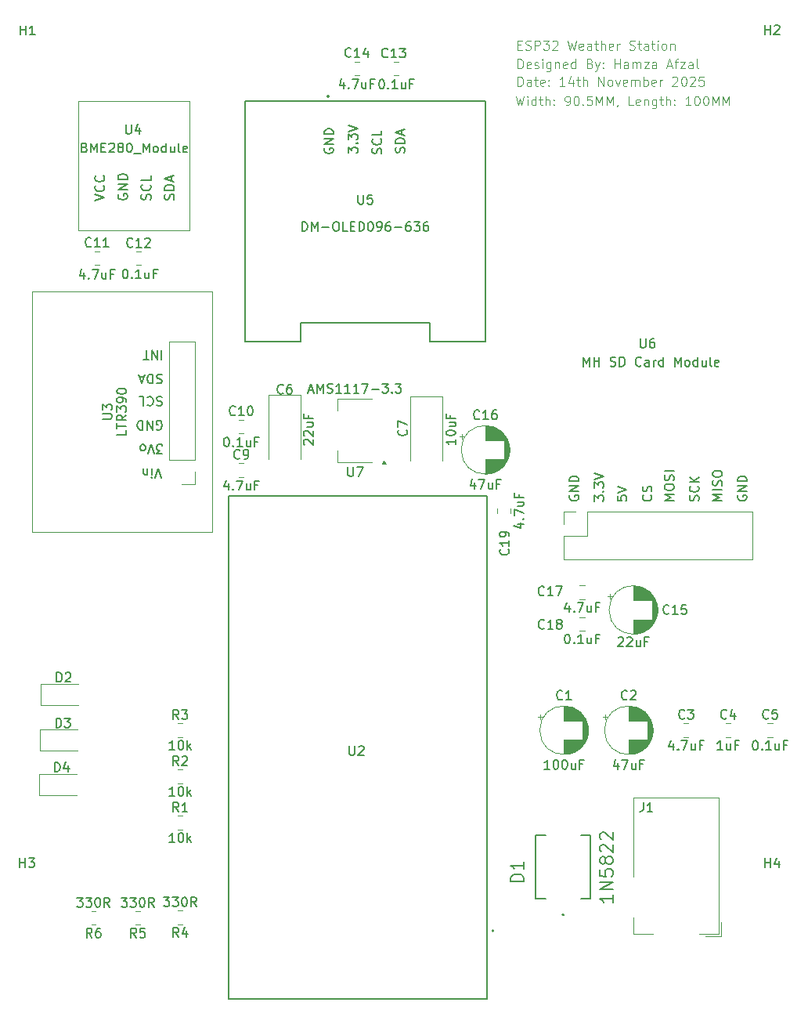
<source format=gbr>
G04 #@! TF.GenerationSoftware,KiCad,Pcbnew,9.0.3*
G04 #@! TF.CreationDate,2025-11-14T23:27:14+05:00*
G04 #@! TF.ProjectId,Weather Station,57656174-6865-4722-9053-746174696f6e,rev?*
G04 #@! TF.SameCoordinates,Original*
G04 #@! TF.FileFunction,Legend,Top*
G04 #@! TF.FilePolarity,Positive*
%FSLAX46Y46*%
G04 Gerber Fmt 4.6, Leading zero omitted, Abs format (unit mm)*
G04 Created by KiCad (PCBNEW 9.0.3) date 2025-11-14 23:27:14*
%MOMM*%
%LPD*%
G01*
G04 APERTURE LIST*
%ADD10C,0.100000*%
%ADD11C,0.150000*%
%ADD12C,0.200000*%
%ADD13C,0.203000*%
%ADD14C,0.120000*%
%ADD15C,0.127000*%
G04 APERTURE END LIST*
D10*
X116808646Y-37972419D02*
X117046741Y-38972419D01*
X117046741Y-38972419D02*
X117237217Y-38258133D01*
X117237217Y-38258133D02*
X117427693Y-38972419D01*
X117427693Y-38972419D02*
X117665789Y-37972419D01*
X118046741Y-38972419D02*
X118046741Y-38305752D01*
X118046741Y-37972419D02*
X117999122Y-38020038D01*
X117999122Y-38020038D02*
X118046741Y-38067657D01*
X118046741Y-38067657D02*
X118094360Y-38020038D01*
X118094360Y-38020038D02*
X118046741Y-37972419D01*
X118046741Y-37972419D02*
X118046741Y-38067657D01*
X118951502Y-38972419D02*
X118951502Y-37972419D01*
X118951502Y-38924800D02*
X118856264Y-38972419D01*
X118856264Y-38972419D02*
X118665788Y-38972419D01*
X118665788Y-38972419D02*
X118570550Y-38924800D01*
X118570550Y-38924800D02*
X118522931Y-38877180D01*
X118522931Y-38877180D02*
X118475312Y-38781942D01*
X118475312Y-38781942D02*
X118475312Y-38496228D01*
X118475312Y-38496228D02*
X118522931Y-38400990D01*
X118522931Y-38400990D02*
X118570550Y-38353371D01*
X118570550Y-38353371D02*
X118665788Y-38305752D01*
X118665788Y-38305752D02*
X118856264Y-38305752D01*
X118856264Y-38305752D02*
X118951502Y-38353371D01*
X119284836Y-38305752D02*
X119665788Y-38305752D01*
X119427693Y-37972419D02*
X119427693Y-38829561D01*
X119427693Y-38829561D02*
X119475312Y-38924800D01*
X119475312Y-38924800D02*
X119570550Y-38972419D01*
X119570550Y-38972419D02*
X119665788Y-38972419D01*
X119999122Y-38972419D02*
X119999122Y-37972419D01*
X120427693Y-38972419D02*
X120427693Y-38448609D01*
X120427693Y-38448609D02*
X120380074Y-38353371D01*
X120380074Y-38353371D02*
X120284836Y-38305752D01*
X120284836Y-38305752D02*
X120141979Y-38305752D01*
X120141979Y-38305752D02*
X120046741Y-38353371D01*
X120046741Y-38353371D02*
X119999122Y-38400990D01*
X120903884Y-38877180D02*
X120951503Y-38924800D01*
X120951503Y-38924800D02*
X120903884Y-38972419D01*
X120903884Y-38972419D02*
X120856265Y-38924800D01*
X120856265Y-38924800D02*
X120903884Y-38877180D01*
X120903884Y-38877180D02*
X120903884Y-38972419D01*
X120903884Y-38353371D02*
X120951503Y-38400990D01*
X120951503Y-38400990D02*
X120903884Y-38448609D01*
X120903884Y-38448609D02*
X120856265Y-38400990D01*
X120856265Y-38400990D02*
X120903884Y-38353371D01*
X120903884Y-38353371D02*
X120903884Y-38448609D01*
X122189598Y-38972419D02*
X122380074Y-38972419D01*
X122380074Y-38972419D02*
X122475312Y-38924800D01*
X122475312Y-38924800D02*
X122522931Y-38877180D01*
X122522931Y-38877180D02*
X122618169Y-38734323D01*
X122618169Y-38734323D02*
X122665788Y-38543847D01*
X122665788Y-38543847D02*
X122665788Y-38162895D01*
X122665788Y-38162895D02*
X122618169Y-38067657D01*
X122618169Y-38067657D02*
X122570550Y-38020038D01*
X122570550Y-38020038D02*
X122475312Y-37972419D01*
X122475312Y-37972419D02*
X122284836Y-37972419D01*
X122284836Y-37972419D02*
X122189598Y-38020038D01*
X122189598Y-38020038D02*
X122141979Y-38067657D01*
X122141979Y-38067657D02*
X122094360Y-38162895D01*
X122094360Y-38162895D02*
X122094360Y-38400990D01*
X122094360Y-38400990D02*
X122141979Y-38496228D01*
X122141979Y-38496228D02*
X122189598Y-38543847D01*
X122189598Y-38543847D02*
X122284836Y-38591466D01*
X122284836Y-38591466D02*
X122475312Y-38591466D01*
X122475312Y-38591466D02*
X122570550Y-38543847D01*
X122570550Y-38543847D02*
X122618169Y-38496228D01*
X122618169Y-38496228D02*
X122665788Y-38400990D01*
X123284836Y-37972419D02*
X123380074Y-37972419D01*
X123380074Y-37972419D02*
X123475312Y-38020038D01*
X123475312Y-38020038D02*
X123522931Y-38067657D01*
X123522931Y-38067657D02*
X123570550Y-38162895D01*
X123570550Y-38162895D02*
X123618169Y-38353371D01*
X123618169Y-38353371D02*
X123618169Y-38591466D01*
X123618169Y-38591466D02*
X123570550Y-38781942D01*
X123570550Y-38781942D02*
X123522931Y-38877180D01*
X123522931Y-38877180D02*
X123475312Y-38924800D01*
X123475312Y-38924800D02*
X123380074Y-38972419D01*
X123380074Y-38972419D02*
X123284836Y-38972419D01*
X123284836Y-38972419D02*
X123189598Y-38924800D01*
X123189598Y-38924800D02*
X123141979Y-38877180D01*
X123141979Y-38877180D02*
X123094360Y-38781942D01*
X123094360Y-38781942D02*
X123046741Y-38591466D01*
X123046741Y-38591466D02*
X123046741Y-38353371D01*
X123046741Y-38353371D02*
X123094360Y-38162895D01*
X123094360Y-38162895D02*
X123141979Y-38067657D01*
X123141979Y-38067657D02*
X123189598Y-38020038D01*
X123189598Y-38020038D02*
X123284836Y-37972419D01*
X124046741Y-38877180D02*
X124094360Y-38924800D01*
X124094360Y-38924800D02*
X124046741Y-38972419D01*
X124046741Y-38972419D02*
X123999122Y-38924800D01*
X123999122Y-38924800D02*
X124046741Y-38877180D01*
X124046741Y-38877180D02*
X124046741Y-38972419D01*
X124999121Y-37972419D02*
X124522931Y-37972419D01*
X124522931Y-37972419D02*
X124475312Y-38448609D01*
X124475312Y-38448609D02*
X124522931Y-38400990D01*
X124522931Y-38400990D02*
X124618169Y-38353371D01*
X124618169Y-38353371D02*
X124856264Y-38353371D01*
X124856264Y-38353371D02*
X124951502Y-38400990D01*
X124951502Y-38400990D02*
X124999121Y-38448609D01*
X124999121Y-38448609D02*
X125046740Y-38543847D01*
X125046740Y-38543847D02*
X125046740Y-38781942D01*
X125046740Y-38781942D02*
X124999121Y-38877180D01*
X124999121Y-38877180D02*
X124951502Y-38924800D01*
X124951502Y-38924800D02*
X124856264Y-38972419D01*
X124856264Y-38972419D02*
X124618169Y-38972419D01*
X124618169Y-38972419D02*
X124522931Y-38924800D01*
X124522931Y-38924800D02*
X124475312Y-38877180D01*
X125475312Y-38972419D02*
X125475312Y-37972419D01*
X125475312Y-37972419D02*
X125808645Y-38686704D01*
X125808645Y-38686704D02*
X126141978Y-37972419D01*
X126141978Y-37972419D02*
X126141978Y-38972419D01*
X126618169Y-38972419D02*
X126618169Y-37972419D01*
X126618169Y-37972419D02*
X126951502Y-38686704D01*
X126951502Y-38686704D02*
X127284835Y-37972419D01*
X127284835Y-37972419D02*
X127284835Y-38972419D01*
X127808645Y-38924800D02*
X127808645Y-38972419D01*
X127808645Y-38972419D02*
X127761026Y-39067657D01*
X127761026Y-39067657D02*
X127713407Y-39115276D01*
X129475311Y-38972419D02*
X128999121Y-38972419D01*
X128999121Y-38972419D02*
X128999121Y-37972419D01*
X130189597Y-38924800D02*
X130094359Y-38972419D01*
X130094359Y-38972419D02*
X129903883Y-38972419D01*
X129903883Y-38972419D02*
X129808645Y-38924800D01*
X129808645Y-38924800D02*
X129761026Y-38829561D01*
X129761026Y-38829561D02*
X129761026Y-38448609D01*
X129761026Y-38448609D02*
X129808645Y-38353371D01*
X129808645Y-38353371D02*
X129903883Y-38305752D01*
X129903883Y-38305752D02*
X130094359Y-38305752D01*
X130094359Y-38305752D02*
X130189597Y-38353371D01*
X130189597Y-38353371D02*
X130237216Y-38448609D01*
X130237216Y-38448609D02*
X130237216Y-38543847D01*
X130237216Y-38543847D02*
X129761026Y-38639085D01*
X130665788Y-38305752D02*
X130665788Y-38972419D01*
X130665788Y-38400990D02*
X130713407Y-38353371D01*
X130713407Y-38353371D02*
X130808645Y-38305752D01*
X130808645Y-38305752D02*
X130951502Y-38305752D01*
X130951502Y-38305752D02*
X131046740Y-38353371D01*
X131046740Y-38353371D02*
X131094359Y-38448609D01*
X131094359Y-38448609D02*
X131094359Y-38972419D01*
X131999121Y-38305752D02*
X131999121Y-39115276D01*
X131999121Y-39115276D02*
X131951502Y-39210514D01*
X131951502Y-39210514D02*
X131903883Y-39258133D01*
X131903883Y-39258133D02*
X131808645Y-39305752D01*
X131808645Y-39305752D02*
X131665788Y-39305752D01*
X131665788Y-39305752D02*
X131570550Y-39258133D01*
X131999121Y-38924800D02*
X131903883Y-38972419D01*
X131903883Y-38972419D02*
X131713407Y-38972419D01*
X131713407Y-38972419D02*
X131618169Y-38924800D01*
X131618169Y-38924800D02*
X131570550Y-38877180D01*
X131570550Y-38877180D02*
X131522931Y-38781942D01*
X131522931Y-38781942D02*
X131522931Y-38496228D01*
X131522931Y-38496228D02*
X131570550Y-38400990D01*
X131570550Y-38400990D02*
X131618169Y-38353371D01*
X131618169Y-38353371D02*
X131713407Y-38305752D01*
X131713407Y-38305752D02*
X131903883Y-38305752D01*
X131903883Y-38305752D02*
X131999121Y-38353371D01*
X132332455Y-38305752D02*
X132713407Y-38305752D01*
X132475312Y-37972419D02*
X132475312Y-38829561D01*
X132475312Y-38829561D02*
X132522931Y-38924800D01*
X132522931Y-38924800D02*
X132618169Y-38972419D01*
X132618169Y-38972419D02*
X132713407Y-38972419D01*
X133046741Y-38972419D02*
X133046741Y-37972419D01*
X133475312Y-38972419D02*
X133475312Y-38448609D01*
X133475312Y-38448609D02*
X133427693Y-38353371D01*
X133427693Y-38353371D02*
X133332455Y-38305752D01*
X133332455Y-38305752D02*
X133189598Y-38305752D01*
X133189598Y-38305752D02*
X133094360Y-38353371D01*
X133094360Y-38353371D02*
X133046741Y-38400990D01*
X133951503Y-38877180D02*
X133999122Y-38924800D01*
X133999122Y-38924800D02*
X133951503Y-38972419D01*
X133951503Y-38972419D02*
X133903884Y-38924800D01*
X133903884Y-38924800D02*
X133951503Y-38877180D01*
X133951503Y-38877180D02*
X133951503Y-38972419D01*
X133951503Y-38353371D02*
X133999122Y-38400990D01*
X133999122Y-38400990D02*
X133951503Y-38448609D01*
X133951503Y-38448609D02*
X133903884Y-38400990D01*
X133903884Y-38400990D02*
X133951503Y-38353371D01*
X133951503Y-38353371D02*
X133951503Y-38448609D01*
X135713407Y-38972419D02*
X135141979Y-38972419D01*
X135427693Y-38972419D02*
X135427693Y-37972419D01*
X135427693Y-37972419D02*
X135332455Y-38115276D01*
X135332455Y-38115276D02*
X135237217Y-38210514D01*
X135237217Y-38210514D02*
X135141979Y-38258133D01*
X136332455Y-37972419D02*
X136427693Y-37972419D01*
X136427693Y-37972419D02*
X136522931Y-38020038D01*
X136522931Y-38020038D02*
X136570550Y-38067657D01*
X136570550Y-38067657D02*
X136618169Y-38162895D01*
X136618169Y-38162895D02*
X136665788Y-38353371D01*
X136665788Y-38353371D02*
X136665788Y-38591466D01*
X136665788Y-38591466D02*
X136618169Y-38781942D01*
X136618169Y-38781942D02*
X136570550Y-38877180D01*
X136570550Y-38877180D02*
X136522931Y-38924800D01*
X136522931Y-38924800D02*
X136427693Y-38972419D01*
X136427693Y-38972419D02*
X136332455Y-38972419D01*
X136332455Y-38972419D02*
X136237217Y-38924800D01*
X136237217Y-38924800D02*
X136189598Y-38877180D01*
X136189598Y-38877180D02*
X136141979Y-38781942D01*
X136141979Y-38781942D02*
X136094360Y-38591466D01*
X136094360Y-38591466D02*
X136094360Y-38353371D01*
X136094360Y-38353371D02*
X136141979Y-38162895D01*
X136141979Y-38162895D02*
X136189598Y-38067657D01*
X136189598Y-38067657D02*
X136237217Y-38020038D01*
X136237217Y-38020038D02*
X136332455Y-37972419D01*
X137284836Y-37972419D02*
X137380074Y-37972419D01*
X137380074Y-37972419D02*
X137475312Y-38020038D01*
X137475312Y-38020038D02*
X137522931Y-38067657D01*
X137522931Y-38067657D02*
X137570550Y-38162895D01*
X137570550Y-38162895D02*
X137618169Y-38353371D01*
X137618169Y-38353371D02*
X137618169Y-38591466D01*
X137618169Y-38591466D02*
X137570550Y-38781942D01*
X137570550Y-38781942D02*
X137522931Y-38877180D01*
X137522931Y-38877180D02*
X137475312Y-38924800D01*
X137475312Y-38924800D02*
X137380074Y-38972419D01*
X137380074Y-38972419D02*
X137284836Y-38972419D01*
X137284836Y-38972419D02*
X137189598Y-38924800D01*
X137189598Y-38924800D02*
X137141979Y-38877180D01*
X137141979Y-38877180D02*
X137094360Y-38781942D01*
X137094360Y-38781942D02*
X137046741Y-38591466D01*
X137046741Y-38591466D02*
X137046741Y-38353371D01*
X137046741Y-38353371D02*
X137094360Y-38162895D01*
X137094360Y-38162895D02*
X137141979Y-38067657D01*
X137141979Y-38067657D02*
X137189598Y-38020038D01*
X137189598Y-38020038D02*
X137284836Y-37972419D01*
X138046741Y-38972419D02*
X138046741Y-37972419D01*
X138046741Y-37972419D02*
X138380074Y-38686704D01*
X138380074Y-38686704D02*
X138713407Y-37972419D01*
X138713407Y-37972419D02*
X138713407Y-38972419D01*
X139189598Y-38972419D02*
X139189598Y-37972419D01*
X139189598Y-37972419D02*
X139522931Y-38686704D01*
X139522931Y-38686704D02*
X139856264Y-37972419D01*
X139856264Y-37972419D02*
X139856264Y-38972419D01*
X117003884Y-36872419D02*
X117003884Y-35872419D01*
X117003884Y-35872419D02*
X117241979Y-35872419D01*
X117241979Y-35872419D02*
X117384836Y-35920038D01*
X117384836Y-35920038D02*
X117480074Y-36015276D01*
X117480074Y-36015276D02*
X117527693Y-36110514D01*
X117527693Y-36110514D02*
X117575312Y-36300990D01*
X117575312Y-36300990D02*
X117575312Y-36443847D01*
X117575312Y-36443847D02*
X117527693Y-36634323D01*
X117527693Y-36634323D02*
X117480074Y-36729561D01*
X117480074Y-36729561D02*
X117384836Y-36824800D01*
X117384836Y-36824800D02*
X117241979Y-36872419D01*
X117241979Y-36872419D02*
X117003884Y-36872419D01*
X118432455Y-36872419D02*
X118432455Y-36348609D01*
X118432455Y-36348609D02*
X118384836Y-36253371D01*
X118384836Y-36253371D02*
X118289598Y-36205752D01*
X118289598Y-36205752D02*
X118099122Y-36205752D01*
X118099122Y-36205752D02*
X118003884Y-36253371D01*
X118432455Y-36824800D02*
X118337217Y-36872419D01*
X118337217Y-36872419D02*
X118099122Y-36872419D01*
X118099122Y-36872419D02*
X118003884Y-36824800D01*
X118003884Y-36824800D02*
X117956265Y-36729561D01*
X117956265Y-36729561D02*
X117956265Y-36634323D01*
X117956265Y-36634323D02*
X118003884Y-36539085D01*
X118003884Y-36539085D02*
X118099122Y-36491466D01*
X118099122Y-36491466D02*
X118337217Y-36491466D01*
X118337217Y-36491466D02*
X118432455Y-36443847D01*
X118765789Y-36205752D02*
X119146741Y-36205752D01*
X118908646Y-35872419D02*
X118908646Y-36729561D01*
X118908646Y-36729561D02*
X118956265Y-36824800D01*
X118956265Y-36824800D02*
X119051503Y-36872419D01*
X119051503Y-36872419D02*
X119146741Y-36872419D01*
X119861027Y-36824800D02*
X119765789Y-36872419D01*
X119765789Y-36872419D02*
X119575313Y-36872419D01*
X119575313Y-36872419D02*
X119480075Y-36824800D01*
X119480075Y-36824800D02*
X119432456Y-36729561D01*
X119432456Y-36729561D02*
X119432456Y-36348609D01*
X119432456Y-36348609D02*
X119480075Y-36253371D01*
X119480075Y-36253371D02*
X119575313Y-36205752D01*
X119575313Y-36205752D02*
X119765789Y-36205752D01*
X119765789Y-36205752D02*
X119861027Y-36253371D01*
X119861027Y-36253371D02*
X119908646Y-36348609D01*
X119908646Y-36348609D02*
X119908646Y-36443847D01*
X119908646Y-36443847D02*
X119432456Y-36539085D01*
X120337218Y-36777180D02*
X120384837Y-36824800D01*
X120384837Y-36824800D02*
X120337218Y-36872419D01*
X120337218Y-36872419D02*
X120289599Y-36824800D01*
X120289599Y-36824800D02*
X120337218Y-36777180D01*
X120337218Y-36777180D02*
X120337218Y-36872419D01*
X120337218Y-36253371D02*
X120384837Y-36300990D01*
X120384837Y-36300990D02*
X120337218Y-36348609D01*
X120337218Y-36348609D02*
X120289599Y-36300990D01*
X120289599Y-36300990D02*
X120337218Y-36253371D01*
X120337218Y-36253371D02*
X120337218Y-36348609D01*
X122099122Y-36872419D02*
X121527694Y-36872419D01*
X121813408Y-36872419D02*
X121813408Y-35872419D01*
X121813408Y-35872419D02*
X121718170Y-36015276D01*
X121718170Y-36015276D02*
X121622932Y-36110514D01*
X121622932Y-36110514D02*
X121527694Y-36158133D01*
X122956265Y-36205752D02*
X122956265Y-36872419D01*
X122718170Y-35824800D02*
X122480075Y-36539085D01*
X122480075Y-36539085D02*
X123099122Y-36539085D01*
X123337218Y-36205752D02*
X123718170Y-36205752D01*
X123480075Y-35872419D02*
X123480075Y-36729561D01*
X123480075Y-36729561D02*
X123527694Y-36824800D01*
X123527694Y-36824800D02*
X123622932Y-36872419D01*
X123622932Y-36872419D02*
X123718170Y-36872419D01*
X124051504Y-36872419D02*
X124051504Y-35872419D01*
X124480075Y-36872419D02*
X124480075Y-36348609D01*
X124480075Y-36348609D02*
X124432456Y-36253371D01*
X124432456Y-36253371D02*
X124337218Y-36205752D01*
X124337218Y-36205752D02*
X124194361Y-36205752D01*
X124194361Y-36205752D02*
X124099123Y-36253371D01*
X124099123Y-36253371D02*
X124051504Y-36300990D01*
X125718171Y-36872419D02*
X125718171Y-35872419D01*
X125718171Y-35872419D02*
X126289599Y-36872419D01*
X126289599Y-36872419D02*
X126289599Y-35872419D01*
X126908647Y-36872419D02*
X126813409Y-36824800D01*
X126813409Y-36824800D02*
X126765790Y-36777180D01*
X126765790Y-36777180D02*
X126718171Y-36681942D01*
X126718171Y-36681942D02*
X126718171Y-36396228D01*
X126718171Y-36396228D02*
X126765790Y-36300990D01*
X126765790Y-36300990D02*
X126813409Y-36253371D01*
X126813409Y-36253371D02*
X126908647Y-36205752D01*
X126908647Y-36205752D02*
X127051504Y-36205752D01*
X127051504Y-36205752D02*
X127146742Y-36253371D01*
X127146742Y-36253371D02*
X127194361Y-36300990D01*
X127194361Y-36300990D02*
X127241980Y-36396228D01*
X127241980Y-36396228D02*
X127241980Y-36681942D01*
X127241980Y-36681942D02*
X127194361Y-36777180D01*
X127194361Y-36777180D02*
X127146742Y-36824800D01*
X127146742Y-36824800D02*
X127051504Y-36872419D01*
X127051504Y-36872419D02*
X126908647Y-36872419D01*
X127575314Y-36205752D02*
X127813409Y-36872419D01*
X127813409Y-36872419D02*
X128051504Y-36205752D01*
X128813409Y-36824800D02*
X128718171Y-36872419D01*
X128718171Y-36872419D02*
X128527695Y-36872419D01*
X128527695Y-36872419D02*
X128432457Y-36824800D01*
X128432457Y-36824800D02*
X128384838Y-36729561D01*
X128384838Y-36729561D02*
X128384838Y-36348609D01*
X128384838Y-36348609D02*
X128432457Y-36253371D01*
X128432457Y-36253371D02*
X128527695Y-36205752D01*
X128527695Y-36205752D02*
X128718171Y-36205752D01*
X128718171Y-36205752D02*
X128813409Y-36253371D01*
X128813409Y-36253371D02*
X128861028Y-36348609D01*
X128861028Y-36348609D02*
X128861028Y-36443847D01*
X128861028Y-36443847D02*
X128384838Y-36539085D01*
X129289600Y-36872419D02*
X129289600Y-36205752D01*
X129289600Y-36300990D02*
X129337219Y-36253371D01*
X129337219Y-36253371D02*
X129432457Y-36205752D01*
X129432457Y-36205752D02*
X129575314Y-36205752D01*
X129575314Y-36205752D02*
X129670552Y-36253371D01*
X129670552Y-36253371D02*
X129718171Y-36348609D01*
X129718171Y-36348609D02*
X129718171Y-36872419D01*
X129718171Y-36348609D02*
X129765790Y-36253371D01*
X129765790Y-36253371D02*
X129861028Y-36205752D01*
X129861028Y-36205752D02*
X130003885Y-36205752D01*
X130003885Y-36205752D02*
X130099124Y-36253371D01*
X130099124Y-36253371D02*
X130146743Y-36348609D01*
X130146743Y-36348609D02*
X130146743Y-36872419D01*
X130622933Y-36872419D02*
X130622933Y-35872419D01*
X130622933Y-36253371D02*
X130718171Y-36205752D01*
X130718171Y-36205752D02*
X130908647Y-36205752D01*
X130908647Y-36205752D02*
X131003885Y-36253371D01*
X131003885Y-36253371D02*
X131051504Y-36300990D01*
X131051504Y-36300990D02*
X131099123Y-36396228D01*
X131099123Y-36396228D02*
X131099123Y-36681942D01*
X131099123Y-36681942D02*
X131051504Y-36777180D01*
X131051504Y-36777180D02*
X131003885Y-36824800D01*
X131003885Y-36824800D02*
X130908647Y-36872419D01*
X130908647Y-36872419D02*
X130718171Y-36872419D01*
X130718171Y-36872419D02*
X130622933Y-36824800D01*
X131908647Y-36824800D02*
X131813409Y-36872419D01*
X131813409Y-36872419D02*
X131622933Y-36872419D01*
X131622933Y-36872419D02*
X131527695Y-36824800D01*
X131527695Y-36824800D02*
X131480076Y-36729561D01*
X131480076Y-36729561D02*
X131480076Y-36348609D01*
X131480076Y-36348609D02*
X131527695Y-36253371D01*
X131527695Y-36253371D02*
X131622933Y-36205752D01*
X131622933Y-36205752D02*
X131813409Y-36205752D01*
X131813409Y-36205752D02*
X131908647Y-36253371D01*
X131908647Y-36253371D02*
X131956266Y-36348609D01*
X131956266Y-36348609D02*
X131956266Y-36443847D01*
X131956266Y-36443847D02*
X131480076Y-36539085D01*
X132384838Y-36872419D02*
X132384838Y-36205752D01*
X132384838Y-36396228D02*
X132432457Y-36300990D01*
X132432457Y-36300990D02*
X132480076Y-36253371D01*
X132480076Y-36253371D02*
X132575314Y-36205752D01*
X132575314Y-36205752D02*
X132670552Y-36205752D01*
X133718172Y-35967657D02*
X133765791Y-35920038D01*
X133765791Y-35920038D02*
X133861029Y-35872419D01*
X133861029Y-35872419D02*
X134099124Y-35872419D01*
X134099124Y-35872419D02*
X134194362Y-35920038D01*
X134194362Y-35920038D02*
X134241981Y-35967657D01*
X134241981Y-35967657D02*
X134289600Y-36062895D01*
X134289600Y-36062895D02*
X134289600Y-36158133D01*
X134289600Y-36158133D02*
X134241981Y-36300990D01*
X134241981Y-36300990D02*
X133670553Y-36872419D01*
X133670553Y-36872419D02*
X134289600Y-36872419D01*
X134908648Y-35872419D02*
X135003886Y-35872419D01*
X135003886Y-35872419D02*
X135099124Y-35920038D01*
X135099124Y-35920038D02*
X135146743Y-35967657D01*
X135146743Y-35967657D02*
X135194362Y-36062895D01*
X135194362Y-36062895D02*
X135241981Y-36253371D01*
X135241981Y-36253371D02*
X135241981Y-36491466D01*
X135241981Y-36491466D02*
X135194362Y-36681942D01*
X135194362Y-36681942D02*
X135146743Y-36777180D01*
X135146743Y-36777180D02*
X135099124Y-36824800D01*
X135099124Y-36824800D02*
X135003886Y-36872419D01*
X135003886Y-36872419D02*
X134908648Y-36872419D01*
X134908648Y-36872419D02*
X134813410Y-36824800D01*
X134813410Y-36824800D02*
X134765791Y-36777180D01*
X134765791Y-36777180D02*
X134718172Y-36681942D01*
X134718172Y-36681942D02*
X134670553Y-36491466D01*
X134670553Y-36491466D02*
X134670553Y-36253371D01*
X134670553Y-36253371D02*
X134718172Y-36062895D01*
X134718172Y-36062895D02*
X134765791Y-35967657D01*
X134765791Y-35967657D02*
X134813410Y-35920038D01*
X134813410Y-35920038D02*
X134908648Y-35872419D01*
X135622934Y-35967657D02*
X135670553Y-35920038D01*
X135670553Y-35920038D02*
X135765791Y-35872419D01*
X135765791Y-35872419D02*
X136003886Y-35872419D01*
X136003886Y-35872419D02*
X136099124Y-35920038D01*
X136099124Y-35920038D02*
X136146743Y-35967657D01*
X136146743Y-35967657D02*
X136194362Y-36062895D01*
X136194362Y-36062895D02*
X136194362Y-36158133D01*
X136194362Y-36158133D02*
X136146743Y-36300990D01*
X136146743Y-36300990D02*
X135575315Y-36872419D01*
X135575315Y-36872419D02*
X136194362Y-36872419D01*
X137099124Y-35872419D02*
X136622934Y-35872419D01*
X136622934Y-35872419D02*
X136575315Y-36348609D01*
X136575315Y-36348609D02*
X136622934Y-36300990D01*
X136622934Y-36300990D02*
X136718172Y-36253371D01*
X136718172Y-36253371D02*
X136956267Y-36253371D01*
X136956267Y-36253371D02*
X137051505Y-36300990D01*
X137051505Y-36300990D02*
X137099124Y-36348609D01*
X137099124Y-36348609D02*
X137146743Y-36443847D01*
X137146743Y-36443847D02*
X137146743Y-36681942D01*
X137146743Y-36681942D02*
X137099124Y-36777180D01*
X137099124Y-36777180D02*
X137051505Y-36824800D01*
X137051505Y-36824800D02*
X136956267Y-36872419D01*
X136956267Y-36872419D02*
X136718172Y-36872419D01*
X136718172Y-36872419D02*
X136622934Y-36824800D01*
X136622934Y-36824800D02*
X136575315Y-36777180D01*
X117003884Y-34972419D02*
X117003884Y-33972419D01*
X117003884Y-33972419D02*
X117241979Y-33972419D01*
X117241979Y-33972419D02*
X117384836Y-34020038D01*
X117384836Y-34020038D02*
X117480074Y-34115276D01*
X117480074Y-34115276D02*
X117527693Y-34210514D01*
X117527693Y-34210514D02*
X117575312Y-34400990D01*
X117575312Y-34400990D02*
X117575312Y-34543847D01*
X117575312Y-34543847D02*
X117527693Y-34734323D01*
X117527693Y-34734323D02*
X117480074Y-34829561D01*
X117480074Y-34829561D02*
X117384836Y-34924800D01*
X117384836Y-34924800D02*
X117241979Y-34972419D01*
X117241979Y-34972419D02*
X117003884Y-34972419D01*
X118384836Y-34924800D02*
X118289598Y-34972419D01*
X118289598Y-34972419D02*
X118099122Y-34972419D01*
X118099122Y-34972419D02*
X118003884Y-34924800D01*
X118003884Y-34924800D02*
X117956265Y-34829561D01*
X117956265Y-34829561D02*
X117956265Y-34448609D01*
X117956265Y-34448609D02*
X118003884Y-34353371D01*
X118003884Y-34353371D02*
X118099122Y-34305752D01*
X118099122Y-34305752D02*
X118289598Y-34305752D01*
X118289598Y-34305752D02*
X118384836Y-34353371D01*
X118384836Y-34353371D02*
X118432455Y-34448609D01*
X118432455Y-34448609D02*
X118432455Y-34543847D01*
X118432455Y-34543847D02*
X117956265Y-34639085D01*
X118813408Y-34924800D02*
X118908646Y-34972419D01*
X118908646Y-34972419D02*
X119099122Y-34972419D01*
X119099122Y-34972419D02*
X119194360Y-34924800D01*
X119194360Y-34924800D02*
X119241979Y-34829561D01*
X119241979Y-34829561D02*
X119241979Y-34781942D01*
X119241979Y-34781942D02*
X119194360Y-34686704D01*
X119194360Y-34686704D02*
X119099122Y-34639085D01*
X119099122Y-34639085D02*
X118956265Y-34639085D01*
X118956265Y-34639085D02*
X118861027Y-34591466D01*
X118861027Y-34591466D02*
X118813408Y-34496228D01*
X118813408Y-34496228D02*
X118813408Y-34448609D01*
X118813408Y-34448609D02*
X118861027Y-34353371D01*
X118861027Y-34353371D02*
X118956265Y-34305752D01*
X118956265Y-34305752D02*
X119099122Y-34305752D01*
X119099122Y-34305752D02*
X119194360Y-34353371D01*
X119670551Y-34972419D02*
X119670551Y-34305752D01*
X119670551Y-33972419D02*
X119622932Y-34020038D01*
X119622932Y-34020038D02*
X119670551Y-34067657D01*
X119670551Y-34067657D02*
X119718170Y-34020038D01*
X119718170Y-34020038D02*
X119670551Y-33972419D01*
X119670551Y-33972419D02*
X119670551Y-34067657D01*
X120575312Y-34305752D02*
X120575312Y-35115276D01*
X120575312Y-35115276D02*
X120527693Y-35210514D01*
X120527693Y-35210514D02*
X120480074Y-35258133D01*
X120480074Y-35258133D02*
X120384836Y-35305752D01*
X120384836Y-35305752D02*
X120241979Y-35305752D01*
X120241979Y-35305752D02*
X120146741Y-35258133D01*
X120575312Y-34924800D02*
X120480074Y-34972419D01*
X120480074Y-34972419D02*
X120289598Y-34972419D01*
X120289598Y-34972419D02*
X120194360Y-34924800D01*
X120194360Y-34924800D02*
X120146741Y-34877180D01*
X120146741Y-34877180D02*
X120099122Y-34781942D01*
X120099122Y-34781942D02*
X120099122Y-34496228D01*
X120099122Y-34496228D02*
X120146741Y-34400990D01*
X120146741Y-34400990D02*
X120194360Y-34353371D01*
X120194360Y-34353371D02*
X120289598Y-34305752D01*
X120289598Y-34305752D02*
X120480074Y-34305752D01*
X120480074Y-34305752D02*
X120575312Y-34353371D01*
X121051503Y-34305752D02*
X121051503Y-34972419D01*
X121051503Y-34400990D02*
X121099122Y-34353371D01*
X121099122Y-34353371D02*
X121194360Y-34305752D01*
X121194360Y-34305752D02*
X121337217Y-34305752D01*
X121337217Y-34305752D02*
X121432455Y-34353371D01*
X121432455Y-34353371D02*
X121480074Y-34448609D01*
X121480074Y-34448609D02*
X121480074Y-34972419D01*
X122337217Y-34924800D02*
X122241979Y-34972419D01*
X122241979Y-34972419D02*
X122051503Y-34972419D01*
X122051503Y-34972419D02*
X121956265Y-34924800D01*
X121956265Y-34924800D02*
X121908646Y-34829561D01*
X121908646Y-34829561D02*
X121908646Y-34448609D01*
X121908646Y-34448609D02*
X121956265Y-34353371D01*
X121956265Y-34353371D02*
X122051503Y-34305752D01*
X122051503Y-34305752D02*
X122241979Y-34305752D01*
X122241979Y-34305752D02*
X122337217Y-34353371D01*
X122337217Y-34353371D02*
X122384836Y-34448609D01*
X122384836Y-34448609D02*
X122384836Y-34543847D01*
X122384836Y-34543847D02*
X121908646Y-34639085D01*
X123241979Y-34972419D02*
X123241979Y-33972419D01*
X123241979Y-34924800D02*
X123146741Y-34972419D01*
X123146741Y-34972419D02*
X122956265Y-34972419D01*
X122956265Y-34972419D02*
X122861027Y-34924800D01*
X122861027Y-34924800D02*
X122813408Y-34877180D01*
X122813408Y-34877180D02*
X122765789Y-34781942D01*
X122765789Y-34781942D02*
X122765789Y-34496228D01*
X122765789Y-34496228D02*
X122813408Y-34400990D01*
X122813408Y-34400990D02*
X122861027Y-34353371D01*
X122861027Y-34353371D02*
X122956265Y-34305752D01*
X122956265Y-34305752D02*
X123146741Y-34305752D01*
X123146741Y-34305752D02*
X123241979Y-34353371D01*
X124813408Y-34448609D02*
X124956265Y-34496228D01*
X124956265Y-34496228D02*
X125003884Y-34543847D01*
X125003884Y-34543847D02*
X125051503Y-34639085D01*
X125051503Y-34639085D02*
X125051503Y-34781942D01*
X125051503Y-34781942D02*
X125003884Y-34877180D01*
X125003884Y-34877180D02*
X124956265Y-34924800D01*
X124956265Y-34924800D02*
X124861027Y-34972419D01*
X124861027Y-34972419D02*
X124480075Y-34972419D01*
X124480075Y-34972419D02*
X124480075Y-33972419D01*
X124480075Y-33972419D02*
X124813408Y-33972419D01*
X124813408Y-33972419D02*
X124908646Y-34020038D01*
X124908646Y-34020038D02*
X124956265Y-34067657D01*
X124956265Y-34067657D02*
X125003884Y-34162895D01*
X125003884Y-34162895D02*
X125003884Y-34258133D01*
X125003884Y-34258133D02*
X124956265Y-34353371D01*
X124956265Y-34353371D02*
X124908646Y-34400990D01*
X124908646Y-34400990D02*
X124813408Y-34448609D01*
X124813408Y-34448609D02*
X124480075Y-34448609D01*
X125384837Y-34305752D02*
X125622932Y-34972419D01*
X125861027Y-34305752D02*
X125622932Y-34972419D01*
X125622932Y-34972419D02*
X125527694Y-35210514D01*
X125527694Y-35210514D02*
X125480075Y-35258133D01*
X125480075Y-35258133D02*
X125384837Y-35305752D01*
X126241980Y-34877180D02*
X126289599Y-34924800D01*
X126289599Y-34924800D02*
X126241980Y-34972419D01*
X126241980Y-34972419D02*
X126194361Y-34924800D01*
X126194361Y-34924800D02*
X126241980Y-34877180D01*
X126241980Y-34877180D02*
X126241980Y-34972419D01*
X126241980Y-34353371D02*
X126289599Y-34400990D01*
X126289599Y-34400990D02*
X126241980Y-34448609D01*
X126241980Y-34448609D02*
X126194361Y-34400990D01*
X126194361Y-34400990D02*
X126241980Y-34353371D01*
X126241980Y-34353371D02*
X126241980Y-34448609D01*
X127480075Y-34972419D02*
X127480075Y-33972419D01*
X127480075Y-34448609D02*
X128051503Y-34448609D01*
X128051503Y-34972419D02*
X128051503Y-33972419D01*
X128956265Y-34972419D02*
X128956265Y-34448609D01*
X128956265Y-34448609D02*
X128908646Y-34353371D01*
X128908646Y-34353371D02*
X128813408Y-34305752D01*
X128813408Y-34305752D02*
X128622932Y-34305752D01*
X128622932Y-34305752D02*
X128527694Y-34353371D01*
X128956265Y-34924800D02*
X128861027Y-34972419D01*
X128861027Y-34972419D02*
X128622932Y-34972419D01*
X128622932Y-34972419D02*
X128527694Y-34924800D01*
X128527694Y-34924800D02*
X128480075Y-34829561D01*
X128480075Y-34829561D02*
X128480075Y-34734323D01*
X128480075Y-34734323D02*
X128527694Y-34639085D01*
X128527694Y-34639085D02*
X128622932Y-34591466D01*
X128622932Y-34591466D02*
X128861027Y-34591466D01*
X128861027Y-34591466D02*
X128956265Y-34543847D01*
X129432456Y-34972419D02*
X129432456Y-34305752D01*
X129432456Y-34400990D02*
X129480075Y-34353371D01*
X129480075Y-34353371D02*
X129575313Y-34305752D01*
X129575313Y-34305752D02*
X129718170Y-34305752D01*
X129718170Y-34305752D02*
X129813408Y-34353371D01*
X129813408Y-34353371D02*
X129861027Y-34448609D01*
X129861027Y-34448609D02*
X129861027Y-34972419D01*
X129861027Y-34448609D02*
X129908646Y-34353371D01*
X129908646Y-34353371D02*
X130003884Y-34305752D01*
X130003884Y-34305752D02*
X130146741Y-34305752D01*
X130146741Y-34305752D02*
X130241980Y-34353371D01*
X130241980Y-34353371D02*
X130289599Y-34448609D01*
X130289599Y-34448609D02*
X130289599Y-34972419D01*
X130670551Y-34305752D02*
X131194360Y-34305752D01*
X131194360Y-34305752D02*
X130670551Y-34972419D01*
X130670551Y-34972419D02*
X131194360Y-34972419D01*
X132003884Y-34972419D02*
X132003884Y-34448609D01*
X132003884Y-34448609D02*
X131956265Y-34353371D01*
X131956265Y-34353371D02*
X131861027Y-34305752D01*
X131861027Y-34305752D02*
X131670551Y-34305752D01*
X131670551Y-34305752D02*
X131575313Y-34353371D01*
X132003884Y-34924800D02*
X131908646Y-34972419D01*
X131908646Y-34972419D02*
X131670551Y-34972419D01*
X131670551Y-34972419D02*
X131575313Y-34924800D01*
X131575313Y-34924800D02*
X131527694Y-34829561D01*
X131527694Y-34829561D02*
X131527694Y-34734323D01*
X131527694Y-34734323D02*
X131575313Y-34639085D01*
X131575313Y-34639085D02*
X131670551Y-34591466D01*
X131670551Y-34591466D02*
X131908646Y-34591466D01*
X131908646Y-34591466D02*
X132003884Y-34543847D01*
X133194361Y-34686704D02*
X133670551Y-34686704D01*
X133099123Y-34972419D02*
X133432456Y-33972419D01*
X133432456Y-33972419D02*
X133765789Y-34972419D01*
X133956266Y-34305752D02*
X134337218Y-34305752D01*
X134099123Y-34972419D02*
X134099123Y-34115276D01*
X134099123Y-34115276D02*
X134146742Y-34020038D01*
X134146742Y-34020038D02*
X134241980Y-33972419D01*
X134241980Y-33972419D02*
X134337218Y-33972419D01*
X134575314Y-34305752D02*
X135099123Y-34305752D01*
X135099123Y-34305752D02*
X134575314Y-34972419D01*
X134575314Y-34972419D02*
X135099123Y-34972419D01*
X135908647Y-34972419D02*
X135908647Y-34448609D01*
X135908647Y-34448609D02*
X135861028Y-34353371D01*
X135861028Y-34353371D02*
X135765790Y-34305752D01*
X135765790Y-34305752D02*
X135575314Y-34305752D01*
X135575314Y-34305752D02*
X135480076Y-34353371D01*
X135908647Y-34924800D02*
X135813409Y-34972419D01*
X135813409Y-34972419D02*
X135575314Y-34972419D01*
X135575314Y-34972419D02*
X135480076Y-34924800D01*
X135480076Y-34924800D02*
X135432457Y-34829561D01*
X135432457Y-34829561D02*
X135432457Y-34734323D01*
X135432457Y-34734323D02*
X135480076Y-34639085D01*
X135480076Y-34639085D02*
X135575314Y-34591466D01*
X135575314Y-34591466D02*
X135813409Y-34591466D01*
X135813409Y-34591466D02*
X135908647Y-34543847D01*
X136527695Y-34972419D02*
X136432457Y-34924800D01*
X136432457Y-34924800D02*
X136384838Y-34829561D01*
X136384838Y-34829561D02*
X136384838Y-33972419D01*
X117003884Y-32448609D02*
X117337217Y-32448609D01*
X117480074Y-32972419D02*
X117003884Y-32972419D01*
X117003884Y-32972419D02*
X117003884Y-31972419D01*
X117003884Y-31972419D02*
X117480074Y-31972419D01*
X117861027Y-32924800D02*
X118003884Y-32972419D01*
X118003884Y-32972419D02*
X118241979Y-32972419D01*
X118241979Y-32972419D02*
X118337217Y-32924800D01*
X118337217Y-32924800D02*
X118384836Y-32877180D01*
X118384836Y-32877180D02*
X118432455Y-32781942D01*
X118432455Y-32781942D02*
X118432455Y-32686704D01*
X118432455Y-32686704D02*
X118384836Y-32591466D01*
X118384836Y-32591466D02*
X118337217Y-32543847D01*
X118337217Y-32543847D02*
X118241979Y-32496228D01*
X118241979Y-32496228D02*
X118051503Y-32448609D01*
X118051503Y-32448609D02*
X117956265Y-32400990D01*
X117956265Y-32400990D02*
X117908646Y-32353371D01*
X117908646Y-32353371D02*
X117861027Y-32258133D01*
X117861027Y-32258133D02*
X117861027Y-32162895D01*
X117861027Y-32162895D02*
X117908646Y-32067657D01*
X117908646Y-32067657D02*
X117956265Y-32020038D01*
X117956265Y-32020038D02*
X118051503Y-31972419D01*
X118051503Y-31972419D02*
X118289598Y-31972419D01*
X118289598Y-31972419D02*
X118432455Y-32020038D01*
X118861027Y-32972419D02*
X118861027Y-31972419D01*
X118861027Y-31972419D02*
X119241979Y-31972419D01*
X119241979Y-31972419D02*
X119337217Y-32020038D01*
X119337217Y-32020038D02*
X119384836Y-32067657D01*
X119384836Y-32067657D02*
X119432455Y-32162895D01*
X119432455Y-32162895D02*
X119432455Y-32305752D01*
X119432455Y-32305752D02*
X119384836Y-32400990D01*
X119384836Y-32400990D02*
X119337217Y-32448609D01*
X119337217Y-32448609D02*
X119241979Y-32496228D01*
X119241979Y-32496228D02*
X118861027Y-32496228D01*
X119765789Y-31972419D02*
X120384836Y-31972419D01*
X120384836Y-31972419D02*
X120051503Y-32353371D01*
X120051503Y-32353371D02*
X120194360Y-32353371D01*
X120194360Y-32353371D02*
X120289598Y-32400990D01*
X120289598Y-32400990D02*
X120337217Y-32448609D01*
X120337217Y-32448609D02*
X120384836Y-32543847D01*
X120384836Y-32543847D02*
X120384836Y-32781942D01*
X120384836Y-32781942D02*
X120337217Y-32877180D01*
X120337217Y-32877180D02*
X120289598Y-32924800D01*
X120289598Y-32924800D02*
X120194360Y-32972419D01*
X120194360Y-32972419D02*
X119908646Y-32972419D01*
X119908646Y-32972419D02*
X119813408Y-32924800D01*
X119813408Y-32924800D02*
X119765789Y-32877180D01*
X120765789Y-32067657D02*
X120813408Y-32020038D01*
X120813408Y-32020038D02*
X120908646Y-31972419D01*
X120908646Y-31972419D02*
X121146741Y-31972419D01*
X121146741Y-31972419D02*
X121241979Y-32020038D01*
X121241979Y-32020038D02*
X121289598Y-32067657D01*
X121289598Y-32067657D02*
X121337217Y-32162895D01*
X121337217Y-32162895D02*
X121337217Y-32258133D01*
X121337217Y-32258133D02*
X121289598Y-32400990D01*
X121289598Y-32400990D02*
X120718170Y-32972419D01*
X120718170Y-32972419D02*
X121337217Y-32972419D01*
X122432456Y-31972419D02*
X122670551Y-32972419D01*
X122670551Y-32972419D02*
X122861027Y-32258133D01*
X122861027Y-32258133D02*
X123051503Y-32972419D01*
X123051503Y-32972419D02*
X123289599Y-31972419D01*
X124051503Y-32924800D02*
X123956265Y-32972419D01*
X123956265Y-32972419D02*
X123765789Y-32972419D01*
X123765789Y-32972419D02*
X123670551Y-32924800D01*
X123670551Y-32924800D02*
X123622932Y-32829561D01*
X123622932Y-32829561D02*
X123622932Y-32448609D01*
X123622932Y-32448609D02*
X123670551Y-32353371D01*
X123670551Y-32353371D02*
X123765789Y-32305752D01*
X123765789Y-32305752D02*
X123956265Y-32305752D01*
X123956265Y-32305752D02*
X124051503Y-32353371D01*
X124051503Y-32353371D02*
X124099122Y-32448609D01*
X124099122Y-32448609D02*
X124099122Y-32543847D01*
X124099122Y-32543847D02*
X123622932Y-32639085D01*
X124956265Y-32972419D02*
X124956265Y-32448609D01*
X124956265Y-32448609D02*
X124908646Y-32353371D01*
X124908646Y-32353371D02*
X124813408Y-32305752D01*
X124813408Y-32305752D02*
X124622932Y-32305752D01*
X124622932Y-32305752D02*
X124527694Y-32353371D01*
X124956265Y-32924800D02*
X124861027Y-32972419D01*
X124861027Y-32972419D02*
X124622932Y-32972419D01*
X124622932Y-32972419D02*
X124527694Y-32924800D01*
X124527694Y-32924800D02*
X124480075Y-32829561D01*
X124480075Y-32829561D02*
X124480075Y-32734323D01*
X124480075Y-32734323D02*
X124527694Y-32639085D01*
X124527694Y-32639085D02*
X124622932Y-32591466D01*
X124622932Y-32591466D02*
X124861027Y-32591466D01*
X124861027Y-32591466D02*
X124956265Y-32543847D01*
X125289599Y-32305752D02*
X125670551Y-32305752D01*
X125432456Y-31972419D02*
X125432456Y-32829561D01*
X125432456Y-32829561D02*
X125480075Y-32924800D01*
X125480075Y-32924800D02*
X125575313Y-32972419D01*
X125575313Y-32972419D02*
X125670551Y-32972419D01*
X126003885Y-32972419D02*
X126003885Y-31972419D01*
X126432456Y-32972419D02*
X126432456Y-32448609D01*
X126432456Y-32448609D02*
X126384837Y-32353371D01*
X126384837Y-32353371D02*
X126289599Y-32305752D01*
X126289599Y-32305752D02*
X126146742Y-32305752D01*
X126146742Y-32305752D02*
X126051504Y-32353371D01*
X126051504Y-32353371D02*
X126003885Y-32400990D01*
X127289599Y-32924800D02*
X127194361Y-32972419D01*
X127194361Y-32972419D02*
X127003885Y-32972419D01*
X127003885Y-32972419D02*
X126908647Y-32924800D01*
X126908647Y-32924800D02*
X126861028Y-32829561D01*
X126861028Y-32829561D02*
X126861028Y-32448609D01*
X126861028Y-32448609D02*
X126908647Y-32353371D01*
X126908647Y-32353371D02*
X127003885Y-32305752D01*
X127003885Y-32305752D02*
X127194361Y-32305752D01*
X127194361Y-32305752D02*
X127289599Y-32353371D01*
X127289599Y-32353371D02*
X127337218Y-32448609D01*
X127337218Y-32448609D02*
X127337218Y-32543847D01*
X127337218Y-32543847D02*
X126861028Y-32639085D01*
X127765790Y-32972419D02*
X127765790Y-32305752D01*
X127765790Y-32496228D02*
X127813409Y-32400990D01*
X127813409Y-32400990D02*
X127861028Y-32353371D01*
X127861028Y-32353371D02*
X127956266Y-32305752D01*
X127956266Y-32305752D02*
X128051504Y-32305752D01*
X129099124Y-32924800D02*
X129241981Y-32972419D01*
X129241981Y-32972419D02*
X129480076Y-32972419D01*
X129480076Y-32972419D02*
X129575314Y-32924800D01*
X129575314Y-32924800D02*
X129622933Y-32877180D01*
X129622933Y-32877180D02*
X129670552Y-32781942D01*
X129670552Y-32781942D02*
X129670552Y-32686704D01*
X129670552Y-32686704D02*
X129622933Y-32591466D01*
X129622933Y-32591466D02*
X129575314Y-32543847D01*
X129575314Y-32543847D02*
X129480076Y-32496228D01*
X129480076Y-32496228D02*
X129289600Y-32448609D01*
X129289600Y-32448609D02*
X129194362Y-32400990D01*
X129194362Y-32400990D02*
X129146743Y-32353371D01*
X129146743Y-32353371D02*
X129099124Y-32258133D01*
X129099124Y-32258133D02*
X129099124Y-32162895D01*
X129099124Y-32162895D02*
X129146743Y-32067657D01*
X129146743Y-32067657D02*
X129194362Y-32020038D01*
X129194362Y-32020038D02*
X129289600Y-31972419D01*
X129289600Y-31972419D02*
X129527695Y-31972419D01*
X129527695Y-31972419D02*
X129670552Y-32020038D01*
X129956267Y-32305752D02*
X130337219Y-32305752D01*
X130099124Y-31972419D02*
X130099124Y-32829561D01*
X130099124Y-32829561D02*
X130146743Y-32924800D01*
X130146743Y-32924800D02*
X130241981Y-32972419D01*
X130241981Y-32972419D02*
X130337219Y-32972419D01*
X131099124Y-32972419D02*
X131099124Y-32448609D01*
X131099124Y-32448609D02*
X131051505Y-32353371D01*
X131051505Y-32353371D02*
X130956267Y-32305752D01*
X130956267Y-32305752D02*
X130765791Y-32305752D01*
X130765791Y-32305752D02*
X130670553Y-32353371D01*
X131099124Y-32924800D02*
X131003886Y-32972419D01*
X131003886Y-32972419D02*
X130765791Y-32972419D01*
X130765791Y-32972419D02*
X130670553Y-32924800D01*
X130670553Y-32924800D02*
X130622934Y-32829561D01*
X130622934Y-32829561D02*
X130622934Y-32734323D01*
X130622934Y-32734323D02*
X130670553Y-32639085D01*
X130670553Y-32639085D02*
X130765791Y-32591466D01*
X130765791Y-32591466D02*
X131003886Y-32591466D01*
X131003886Y-32591466D02*
X131099124Y-32543847D01*
X131432458Y-32305752D02*
X131813410Y-32305752D01*
X131575315Y-31972419D02*
X131575315Y-32829561D01*
X131575315Y-32829561D02*
X131622934Y-32924800D01*
X131622934Y-32924800D02*
X131718172Y-32972419D01*
X131718172Y-32972419D02*
X131813410Y-32972419D01*
X132146744Y-32972419D02*
X132146744Y-32305752D01*
X132146744Y-31972419D02*
X132099125Y-32020038D01*
X132099125Y-32020038D02*
X132146744Y-32067657D01*
X132146744Y-32067657D02*
X132194363Y-32020038D01*
X132194363Y-32020038D02*
X132146744Y-31972419D01*
X132146744Y-31972419D02*
X132146744Y-32067657D01*
X132765791Y-32972419D02*
X132670553Y-32924800D01*
X132670553Y-32924800D02*
X132622934Y-32877180D01*
X132622934Y-32877180D02*
X132575315Y-32781942D01*
X132575315Y-32781942D02*
X132575315Y-32496228D01*
X132575315Y-32496228D02*
X132622934Y-32400990D01*
X132622934Y-32400990D02*
X132670553Y-32353371D01*
X132670553Y-32353371D02*
X132765791Y-32305752D01*
X132765791Y-32305752D02*
X132908648Y-32305752D01*
X132908648Y-32305752D02*
X133003886Y-32353371D01*
X133003886Y-32353371D02*
X133051505Y-32400990D01*
X133051505Y-32400990D02*
X133099124Y-32496228D01*
X133099124Y-32496228D02*
X133099124Y-32781942D01*
X133099124Y-32781942D02*
X133051505Y-32877180D01*
X133051505Y-32877180D02*
X133003886Y-32924800D01*
X133003886Y-32924800D02*
X132908648Y-32972419D01*
X132908648Y-32972419D02*
X132765791Y-32972419D01*
X133527696Y-32305752D02*
X133527696Y-32972419D01*
X133527696Y-32400990D02*
X133575315Y-32353371D01*
X133575315Y-32353371D02*
X133670553Y-32305752D01*
X133670553Y-32305752D02*
X133813410Y-32305752D01*
X133813410Y-32305752D02*
X133908648Y-32353371D01*
X133908648Y-32353371D02*
X133956267Y-32448609D01*
X133956267Y-32448609D02*
X133956267Y-32972419D01*
D11*
X66936905Y-110974819D02*
X66936905Y-109974819D01*
X66936905Y-109974819D02*
X67175000Y-109974819D01*
X67175000Y-109974819D02*
X67317857Y-110022438D01*
X67317857Y-110022438D02*
X67413095Y-110117676D01*
X67413095Y-110117676D02*
X67460714Y-110212914D01*
X67460714Y-110212914D02*
X67508333Y-110403390D01*
X67508333Y-110403390D02*
X67508333Y-110546247D01*
X67508333Y-110546247D02*
X67460714Y-110736723D01*
X67460714Y-110736723D02*
X67413095Y-110831961D01*
X67413095Y-110831961D02*
X67317857Y-110927200D01*
X67317857Y-110927200D02*
X67175000Y-110974819D01*
X67175000Y-110974819D02*
X66936905Y-110974819D01*
X68365476Y-110308152D02*
X68365476Y-110974819D01*
X68127381Y-109927200D02*
X67889286Y-110641485D01*
X67889286Y-110641485D02*
X68508333Y-110641485D01*
X67074405Y-106209819D02*
X67074405Y-105209819D01*
X67074405Y-105209819D02*
X67312500Y-105209819D01*
X67312500Y-105209819D02*
X67455357Y-105257438D01*
X67455357Y-105257438D02*
X67550595Y-105352676D01*
X67550595Y-105352676D02*
X67598214Y-105447914D01*
X67598214Y-105447914D02*
X67645833Y-105638390D01*
X67645833Y-105638390D02*
X67645833Y-105781247D01*
X67645833Y-105781247D02*
X67598214Y-105971723D01*
X67598214Y-105971723D02*
X67550595Y-106066961D01*
X67550595Y-106066961D02*
X67455357Y-106162200D01*
X67455357Y-106162200D02*
X67312500Y-106209819D01*
X67312500Y-106209819D02*
X67074405Y-106209819D01*
X67979167Y-105209819D02*
X68598214Y-105209819D01*
X68598214Y-105209819D02*
X68264881Y-105590771D01*
X68264881Y-105590771D02*
X68407738Y-105590771D01*
X68407738Y-105590771D02*
X68502976Y-105638390D01*
X68502976Y-105638390D02*
X68550595Y-105686009D01*
X68550595Y-105686009D02*
X68598214Y-105781247D01*
X68598214Y-105781247D02*
X68598214Y-106019342D01*
X68598214Y-106019342D02*
X68550595Y-106114580D01*
X68550595Y-106114580D02*
X68502976Y-106162200D01*
X68502976Y-106162200D02*
X68407738Y-106209819D01*
X68407738Y-106209819D02*
X68122024Y-106209819D01*
X68122024Y-106209819D02*
X68026786Y-106162200D01*
X68026786Y-106162200D02*
X67979167Y-106114580D01*
X67136905Y-101274819D02*
X67136905Y-100274819D01*
X67136905Y-100274819D02*
X67375000Y-100274819D01*
X67375000Y-100274819D02*
X67517857Y-100322438D01*
X67517857Y-100322438D02*
X67613095Y-100417676D01*
X67613095Y-100417676D02*
X67660714Y-100512914D01*
X67660714Y-100512914D02*
X67708333Y-100703390D01*
X67708333Y-100703390D02*
X67708333Y-100846247D01*
X67708333Y-100846247D02*
X67660714Y-101036723D01*
X67660714Y-101036723D02*
X67613095Y-101131961D01*
X67613095Y-101131961D02*
X67517857Y-101227200D01*
X67517857Y-101227200D02*
X67375000Y-101274819D01*
X67375000Y-101274819D02*
X67136905Y-101274819D01*
X68089286Y-100370057D02*
X68136905Y-100322438D01*
X68136905Y-100322438D02*
X68232143Y-100274819D01*
X68232143Y-100274819D02*
X68470238Y-100274819D01*
X68470238Y-100274819D02*
X68565476Y-100322438D01*
X68565476Y-100322438D02*
X68613095Y-100370057D01*
X68613095Y-100370057D02*
X68660714Y-100465295D01*
X68660714Y-100465295D02*
X68660714Y-100560533D01*
X68660714Y-100560533D02*
X68613095Y-100703390D01*
X68613095Y-100703390D02*
X68041667Y-101274819D01*
X68041667Y-101274819D02*
X68660714Y-101274819D01*
X70958333Y-128904819D02*
X70625000Y-128428628D01*
X70386905Y-128904819D02*
X70386905Y-127904819D01*
X70386905Y-127904819D02*
X70767857Y-127904819D01*
X70767857Y-127904819D02*
X70863095Y-127952438D01*
X70863095Y-127952438D02*
X70910714Y-128000057D01*
X70910714Y-128000057D02*
X70958333Y-128095295D01*
X70958333Y-128095295D02*
X70958333Y-128238152D01*
X70958333Y-128238152D02*
X70910714Y-128333390D01*
X70910714Y-128333390D02*
X70863095Y-128381009D01*
X70863095Y-128381009D02*
X70767857Y-128428628D01*
X70767857Y-128428628D02*
X70386905Y-128428628D01*
X71815476Y-127904819D02*
X71625000Y-127904819D01*
X71625000Y-127904819D02*
X71529762Y-127952438D01*
X71529762Y-127952438D02*
X71482143Y-128000057D01*
X71482143Y-128000057D02*
X71386905Y-128142914D01*
X71386905Y-128142914D02*
X71339286Y-128333390D01*
X71339286Y-128333390D02*
X71339286Y-128714342D01*
X71339286Y-128714342D02*
X71386905Y-128809580D01*
X71386905Y-128809580D02*
X71434524Y-128857200D01*
X71434524Y-128857200D02*
X71529762Y-128904819D01*
X71529762Y-128904819D02*
X71720238Y-128904819D01*
X71720238Y-128904819D02*
X71815476Y-128857200D01*
X71815476Y-128857200D02*
X71863095Y-128809580D01*
X71863095Y-128809580D02*
X71910714Y-128714342D01*
X71910714Y-128714342D02*
X71910714Y-128476247D01*
X71910714Y-128476247D02*
X71863095Y-128381009D01*
X71863095Y-128381009D02*
X71815476Y-128333390D01*
X71815476Y-128333390D02*
X71720238Y-128285771D01*
X71720238Y-128285771D02*
X71529762Y-128285771D01*
X71529762Y-128285771D02*
X71434524Y-128333390D01*
X71434524Y-128333390D02*
X71386905Y-128381009D01*
X71386905Y-128381009D02*
X71339286Y-128476247D01*
X69339286Y-124604819D02*
X69958333Y-124604819D01*
X69958333Y-124604819D02*
X69625000Y-124985771D01*
X69625000Y-124985771D02*
X69767857Y-124985771D01*
X69767857Y-124985771D02*
X69863095Y-125033390D01*
X69863095Y-125033390D02*
X69910714Y-125081009D01*
X69910714Y-125081009D02*
X69958333Y-125176247D01*
X69958333Y-125176247D02*
X69958333Y-125414342D01*
X69958333Y-125414342D02*
X69910714Y-125509580D01*
X69910714Y-125509580D02*
X69863095Y-125557200D01*
X69863095Y-125557200D02*
X69767857Y-125604819D01*
X69767857Y-125604819D02*
X69482143Y-125604819D01*
X69482143Y-125604819D02*
X69386905Y-125557200D01*
X69386905Y-125557200D02*
X69339286Y-125509580D01*
X70291667Y-124604819D02*
X70910714Y-124604819D01*
X70910714Y-124604819D02*
X70577381Y-124985771D01*
X70577381Y-124985771D02*
X70720238Y-124985771D01*
X70720238Y-124985771D02*
X70815476Y-125033390D01*
X70815476Y-125033390D02*
X70863095Y-125081009D01*
X70863095Y-125081009D02*
X70910714Y-125176247D01*
X70910714Y-125176247D02*
X70910714Y-125414342D01*
X70910714Y-125414342D02*
X70863095Y-125509580D01*
X70863095Y-125509580D02*
X70815476Y-125557200D01*
X70815476Y-125557200D02*
X70720238Y-125604819D01*
X70720238Y-125604819D02*
X70434524Y-125604819D01*
X70434524Y-125604819D02*
X70339286Y-125557200D01*
X70339286Y-125557200D02*
X70291667Y-125509580D01*
X71529762Y-124604819D02*
X71625000Y-124604819D01*
X71625000Y-124604819D02*
X71720238Y-124652438D01*
X71720238Y-124652438D02*
X71767857Y-124700057D01*
X71767857Y-124700057D02*
X71815476Y-124795295D01*
X71815476Y-124795295D02*
X71863095Y-124985771D01*
X71863095Y-124985771D02*
X71863095Y-125223866D01*
X71863095Y-125223866D02*
X71815476Y-125414342D01*
X71815476Y-125414342D02*
X71767857Y-125509580D01*
X71767857Y-125509580D02*
X71720238Y-125557200D01*
X71720238Y-125557200D02*
X71625000Y-125604819D01*
X71625000Y-125604819D02*
X71529762Y-125604819D01*
X71529762Y-125604819D02*
X71434524Y-125557200D01*
X71434524Y-125557200D02*
X71386905Y-125509580D01*
X71386905Y-125509580D02*
X71339286Y-125414342D01*
X71339286Y-125414342D02*
X71291667Y-125223866D01*
X71291667Y-125223866D02*
X71291667Y-124985771D01*
X71291667Y-124985771D02*
X71339286Y-124795295D01*
X71339286Y-124795295D02*
X71386905Y-124700057D01*
X71386905Y-124700057D02*
X71434524Y-124652438D01*
X71434524Y-124652438D02*
X71529762Y-124604819D01*
X72863095Y-125604819D02*
X72529762Y-125128628D01*
X72291667Y-125604819D02*
X72291667Y-124604819D01*
X72291667Y-124604819D02*
X72672619Y-124604819D01*
X72672619Y-124604819D02*
X72767857Y-124652438D01*
X72767857Y-124652438D02*
X72815476Y-124700057D01*
X72815476Y-124700057D02*
X72863095Y-124795295D01*
X72863095Y-124795295D02*
X72863095Y-124938152D01*
X72863095Y-124938152D02*
X72815476Y-125033390D01*
X72815476Y-125033390D02*
X72767857Y-125081009D01*
X72767857Y-125081009D02*
X72672619Y-125128628D01*
X72672619Y-125128628D02*
X72291667Y-125128628D01*
X75758333Y-128904819D02*
X75425000Y-128428628D01*
X75186905Y-128904819D02*
X75186905Y-127904819D01*
X75186905Y-127904819D02*
X75567857Y-127904819D01*
X75567857Y-127904819D02*
X75663095Y-127952438D01*
X75663095Y-127952438D02*
X75710714Y-128000057D01*
X75710714Y-128000057D02*
X75758333Y-128095295D01*
X75758333Y-128095295D02*
X75758333Y-128238152D01*
X75758333Y-128238152D02*
X75710714Y-128333390D01*
X75710714Y-128333390D02*
X75663095Y-128381009D01*
X75663095Y-128381009D02*
X75567857Y-128428628D01*
X75567857Y-128428628D02*
X75186905Y-128428628D01*
X76663095Y-127904819D02*
X76186905Y-127904819D01*
X76186905Y-127904819D02*
X76139286Y-128381009D01*
X76139286Y-128381009D02*
X76186905Y-128333390D01*
X76186905Y-128333390D02*
X76282143Y-128285771D01*
X76282143Y-128285771D02*
X76520238Y-128285771D01*
X76520238Y-128285771D02*
X76615476Y-128333390D01*
X76615476Y-128333390D02*
X76663095Y-128381009D01*
X76663095Y-128381009D02*
X76710714Y-128476247D01*
X76710714Y-128476247D02*
X76710714Y-128714342D01*
X76710714Y-128714342D02*
X76663095Y-128809580D01*
X76663095Y-128809580D02*
X76615476Y-128857200D01*
X76615476Y-128857200D02*
X76520238Y-128904819D01*
X76520238Y-128904819D02*
X76282143Y-128904819D01*
X76282143Y-128904819D02*
X76186905Y-128857200D01*
X76186905Y-128857200D02*
X76139286Y-128809580D01*
X74139286Y-124604819D02*
X74758333Y-124604819D01*
X74758333Y-124604819D02*
X74425000Y-124985771D01*
X74425000Y-124985771D02*
X74567857Y-124985771D01*
X74567857Y-124985771D02*
X74663095Y-125033390D01*
X74663095Y-125033390D02*
X74710714Y-125081009D01*
X74710714Y-125081009D02*
X74758333Y-125176247D01*
X74758333Y-125176247D02*
X74758333Y-125414342D01*
X74758333Y-125414342D02*
X74710714Y-125509580D01*
X74710714Y-125509580D02*
X74663095Y-125557200D01*
X74663095Y-125557200D02*
X74567857Y-125604819D01*
X74567857Y-125604819D02*
X74282143Y-125604819D01*
X74282143Y-125604819D02*
X74186905Y-125557200D01*
X74186905Y-125557200D02*
X74139286Y-125509580D01*
X75091667Y-124604819D02*
X75710714Y-124604819D01*
X75710714Y-124604819D02*
X75377381Y-124985771D01*
X75377381Y-124985771D02*
X75520238Y-124985771D01*
X75520238Y-124985771D02*
X75615476Y-125033390D01*
X75615476Y-125033390D02*
X75663095Y-125081009D01*
X75663095Y-125081009D02*
X75710714Y-125176247D01*
X75710714Y-125176247D02*
X75710714Y-125414342D01*
X75710714Y-125414342D02*
X75663095Y-125509580D01*
X75663095Y-125509580D02*
X75615476Y-125557200D01*
X75615476Y-125557200D02*
X75520238Y-125604819D01*
X75520238Y-125604819D02*
X75234524Y-125604819D01*
X75234524Y-125604819D02*
X75139286Y-125557200D01*
X75139286Y-125557200D02*
X75091667Y-125509580D01*
X76329762Y-124604819D02*
X76425000Y-124604819D01*
X76425000Y-124604819D02*
X76520238Y-124652438D01*
X76520238Y-124652438D02*
X76567857Y-124700057D01*
X76567857Y-124700057D02*
X76615476Y-124795295D01*
X76615476Y-124795295D02*
X76663095Y-124985771D01*
X76663095Y-124985771D02*
X76663095Y-125223866D01*
X76663095Y-125223866D02*
X76615476Y-125414342D01*
X76615476Y-125414342D02*
X76567857Y-125509580D01*
X76567857Y-125509580D02*
X76520238Y-125557200D01*
X76520238Y-125557200D02*
X76425000Y-125604819D01*
X76425000Y-125604819D02*
X76329762Y-125604819D01*
X76329762Y-125604819D02*
X76234524Y-125557200D01*
X76234524Y-125557200D02*
X76186905Y-125509580D01*
X76186905Y-125509580D02*
X76139286Y-125414342D01*
X76139286Y-125414342D02*
X76091667Y-125223866D01*
X76091667Y-125223866D02*
X76091667Y-124985771D01*
X76091667Y-124985771D02*
X76139286Y-124795295D01*
X76139286Y-124795295D02*
X76186905Y-124700057D01*
X76186905Y-124700057D02*
X76234524Y-124652438D01*
X76234524Y-124652438D02*
X76329762Y-124604819D01*
X77663095Y-125604819D02*
X77329762Y-125128628D01*
X77091667Y-125604819D02*
X77091667Y-124604819D01*
X77091667Y-124604819D02*
X77472619Y-124604819D01*
X77472619Y-124604819D02*
X77567857Y-124652438D01*
X77567857Y-124652438D02*
X77615476Y-124700057D01*
X77615476Y-124700057D02*
X77663095Y-124795295D01*
X77663095Y-124795295D02*
X77663095Y-124938152D01*
X77663095Y-124938152D02*
X77615476Y-125033390D01*
X77615476Y-125033390D02*
X77567857Y-125081009D01*
X77567857Y-125081009D02*
X77472619Y-125128628D01*
X77472619Y-125128628D02*
X77091667Y-125128628D01*
X80333333Y-128829819D02*
X80000000Y-128353628D01*
X79761905Y-128829819D02*
X79761905Y-127829819D01*
X79761905Y-127829819D02*
X80142857Y-127829819D01*
X80142857Y-127829819D02*
X80238095Y-127877438D01*
X80238095Y-127877438D02*
X80285714Y-127925057D01*
X80285714Y-127925057D02*
X80333333Y-128020295D01*
X80333333Y-128020295D02*
X80333333Y-128163152D01*
X80333333Y-128163152D02*
X80285714Y-128258390D01*
X80285714Y-128258390D02*
X80238095Y-128306009D01*
X80238095Y-128306009D02*
X80142857Y-128353628D01*
X80142857Y-128353628D02*
X79761905Y-128353628D01*
X81190476Y-128163152D02*
X81190476Y-128829819D01*
X80952381Y-127782200D02*
X80714286Y-128496485D01*
X80714286Y-128496485D02*
X81333333Y-128496485D01*
X78714286Y-124529819D02*
X79333333Y-124529819D01*
X79333333Y-124529819D02*
X79000000Y-124910771D01*
X79000000Y-124910771D02*
X79142857Y-124910771D01*
X79142857Y-124910771D02*
X79238095Y-124958390D01*
X79238095Y-124958390D02*
X79285714Y-125006009D01*
X79285714Y-125006009D02*
X79333333Y-125101247D01*
X79333333Y-125101247D02*
X79333333Y-125339342D01*
X79333333Y-125339342D02*
X79285714Y-125434580D01*
X79285714Y-125434580D02*
X79238095Y-125482200D01*
X79238095Y-125482200D02*
X79142857Y-125529819D01*
X79142857Y-125529819D02*
X78857143Y-125529819D01*
X78857143Y-125529819D02*
X78761905Y-125482200D01*
X78761905Y-125482200D02*
X78714286Y-125434580D01*
X79666667Y-124529819D02*
X80285714Y-124529819D01*
X80285714Y-124529819D02*
X79952381Y-124910771D01*
X79952381Y-124910771D02*
X80095238Y-124910771D01*
X80095238Y-124910771D02*
X80190476Y-124958390D01*
X80190476Y-124958390D02*
X80238095Y-125006009D01*
X80238095Y-125006009D02*
X80285714Y-125101247D01*
X80285714Y-125101247D02*
X80285714Y-125339342D01*
X80285714Y-125339342D02*
X80238095Y-125434580D01*
X80238095Y-125434580D02*
X80190476Y-125482200D01*
X80190476Y-125482200D02*
X80095238Y-125529819D01*
X80095238Y-125529819D02*
X79809524Y-125529819D01*
X79809524Y-125529819D02*
X79714286Y-125482200D01*
X79714286Y-125482200D02*
X79666667Y-125434580D01*
X80904762Y-124529819D02*
X81000000Y-124529819D01*
X81000000Y-124529819D02*
X81095238Y-124577438D01*
X81095238Y-124577438D02*
X81142857Y-124625057D01*
X81142857Y-124625057D02*
X81190476Y-124720295D01*
X81190476Y-124720295D02*
X81238095Y-124910771D01*
X81238095Y-124910771D02*
X81238095Y-125148866D01*
X81238095Y-125148866D02*
X81190476Y-125339342D01*
X81190476Y-125339342D02*
X81142857Y-125434580D01*
X81142857Y-125434580D02*
X81095238Y-125482200D01*
X81095238Y-125482200D02*
X81000000Y-125529819D01*
X81000000Y-125529819D02*
X80904762Y-125529819D01*
X80904762Y-125529819D02*
X80809524Y-125482200D01*
X80809524Y-125482200D02*
X80761905Y-125434580D01*
X80761905Y-125434580D02*
X80714286Y-125339342D01*
X80714286Y-125339342D02*
X80666667Y-125148866D01*
X80666667Y-125148866D02*
X80666667Y-124910771D01*
X80666667Y-124910771D02*
X80714286Y-124720295D01*
X80714286Y-124720295D02*
X80761905Y-124625057D01*
X80761905Y-124625057D02*
X80809524Y-124577438D01*
X80809524Y-124577438D02*
X80904762Y-124529819D01*
X82238095Y-125529819D02*
X81904762Y-125053628D01*
X81666667Y-125529819D02*
X81666667Y-124529819D01*
X81666667Y-124529819D02*
X82047619Y-124529819D01*
X82047619Y-124529819D02*
X82142857Y-124577438D01*
X82142857Y-124577438D02*
X82190476Y-124625057D01*
X82190476Y-124625057D02*
X82238095Y-124720295D01*
X82238095Y-124720295D02*
X82238095Y-124863152D01*
X82238095Y-124863152D02*
X82190476Y-124958390D01*
X82190476Y-124958390D02*
X82142857Y-125006009D01*
X82142857Y-125006009D02*
X82047619Y-125053628D01*
X82047619Y-125053628D02*
X81666667Y-125053628D01*
X124110475Y-67174819D02*
X124110475Y-66174819D01*
X124110475Y-66174819D02*
X124443808Y-66889104D01*
X124443808Y-66889104D02*
X124777141Y-66174819D01*
X124777141Y-66174819D02*
X124777141Y-67174819D01*
X125253332Y-67174819D02*
X125253332Y-66174819D01*
X125253332Y-66651009D02*
X125824760Y-66651009D01*
X125824760Y-67174819D02*
X125824760Y-66174819D01*
X127015237Y-67127200D02*
X127158094Y-67174819D01*
X127158094Y-67174819D02*
X127396189Y-67174819D01*
X127396189Y-67174819D02*
X127491427Y-67127200D01*
X127491427Y-67127200D02*
X127539046Y-67079580D01*
X127539046Y-67079580D02*
X127586665Y-66984342D01*
X127586665Y-66984342D02*
X127586665Y-66889104D01*
X127586665Y-66889104D02*
X127539046Y-66793866D01*
X127539046Y-66793866D02*
X127491427Y-66746247D01*
X127491427Y-66746247D02*
X127396189Y-66698628D01*
X127396189Y-66698628D02*
X127205713Y-66651009D01*
X127205713Y-66651009D02*
X127110475Y-66603390D01*
X127110475Y-66603390D02*
X127062856Y-66555771D01*
X127062856Y-66555771D02*
X127015237Y-66460533D01*
X127015237Y-66460533D02*
X127015237Y-66365295D01*
X127015237Y-66365295D02*
X127062856Y-66270057D01*
X127062856Y-66270057D02*
X127110475Y-66222438D01*
X127110475Y-66222438D02*
X127205713Y-66174819D01*
X127205713Y-66174819D02*
X127443808Y-66174819D01*
X127443808Y-66174819D02*
X127586665Y-66222438D01*
X128015237Y-67174819D02*
X128015237Y-66174819D01*
X128015237Y-66174819D02*
X128253332Y-66174819D01*
X128253332Y-66174819D02*
X128396189Y-66222438D01*
X128396189Y-66222438D02*
X128491427Y-66317676D01*
X128491427Y-66317676D02*
X128539046Y-66412914D01*
X128539046Y-66412914D02*
X128586665Y-66603390D01*
X128586665Y-66603390D02*
X128586665Y-66746247D01*
X128586665Y-66746247D02*
X128539046Y-66936723D01*
X128539046Y-66936723D02*
X128491427Y-67031961D01*
X128491427Y-67031961D02*
X128396189Y-67127200D01*
X128396189Y-67127200D02*
X128253332Y-67174819D01*
X128253332Y-67174819D02*
X128015237Y-67174819D01*
X130348570Y-67079580D02*
X130300951Y-67127200D01*
X130300951Y-67127200D02*
X130158094Y-67174819D01*
X130158094Y-67174819D02*
X130062856Y-67174819D01*
X130062856Y-67174819D02*
X129919999Y-67127200D01*
X129919999Y-67127200D02*
X129824761Y-67031961D01*
X129824761Y-67031961D02*
X129777142Y-66936723D01*
X129777142Y-66936723D02*
X129729523Y-66746247D01*
X129729523Y-66746247D02*
X129729523Y-66603390D01*
X129729523Y-66603390D02*
X129777142Y-66412914D01*
X129777142Y-66412914D02*
X129824761Y-66317676D01*
X129824761Y-66317676D02*
X129919999Y-66222438D01*
X129919999Y-66222438D02*
X130062856Y-66174819D01*
X130062856Y-66174819D02*
X130158094Y-66174819D01*
X130158094Y-66174819D02*
X130300951Y-66222438D01*
X130300951Y-66222438D02*
X130348570Y-66270057D01*
X131205713Y-67174819D02*
X131205713Y-66651009D01*
X131205713Y-66651009D02*
X131158094Y-66555771D01*
X131158094Y-66555771D02*
X131062856Y-66508152D01*
X131062856Y-66508152D02*
X130872380Y-66508152D01*
X130872380Y-66508152D02*
X130777142Y-66555771D01*
X131205713Y-67127200D02*
X131110475Y-67174819D01*
X131110475Y-67174819D02*
X130872380Y-67174819D01*
X130872380Y-67174819D02*
X130777142Y-67127200D01*
X130777142Y-67127200D02*
X130729523Y-67031961D01*
X130729523Y-67031961D02*
X130729523Y-66936723D01*
X130729523Y-66936723D02*
X130777142Y-66841485D01*
X130777142Y-66841485D02*
X130872380Y-66793866D01*
X130872380Y-66793866D02*
X131110475Y-66793866D01*
X131110475Y-66793866D02*
X131205713Y-66746247D01*
X131681904Y-67174819D02*
X131681904Y-66508152D01*
X131681904Y-66698628D02*
X131729523Y-66603390D01*
X131729523Y-66603390D02*
X131777142Y-66555771D01*
X131777142Y-66555771D02*
X131872380Y-66508152D01*
X131872380Y-66508152D02*
X131967618Y-66508152D01*
X132729523Y-67174819D02*
X132729523Y-66174819D01*
X132729523Y-67127200D02*
X132634285Y-67174819D01*
X132634285Y-67174819D02*
X132443809Y-67174819D01*
X132443809Y-67174819D02*
X132348571Y-67127200D01*
X132348571Y-67127200D02*
X132300952Y-67079580D01*
X132300952Y-67079580D02*
X132253333Y-66984342D01*
X132253333Y-66984342D02*
X132253333Y-66698628D01*
X132253333Y-66698628D02*
X132300952Y-66603390D01*
X132300952Y-66603390D02*
X132348571Y-66555771D01*
X132348571Y-66555771D02*
X132443809Y-66508152D01*
X132443809Y-66508152D02*
X132634285Y-66508152D01*
X132634285Y-66508152D02*
X132729523Y-66555771D01*
X133967619Y-67174819D02*
X133967619Y-66174819D01*
X133967619Y-66174819D02*
X134300952Y-66889104D01*
X134300952Y-66889104D02*
X134634285Y-66174819D01*
X134634285Y-66174819D02*
X134634285Y-67174819D01*
X135253333Y-67174819D02*
X135158095Y-67127200D01*
X135158095Y-67127200D02*
X135110476Y-67079580D01*
X135110476Y-67079580D02*
X135062857Y-66984342D01*
X135062857Y-66984342D02*
X135062857Y-66698628D01*
X135062857Y-66698628D02*
X135110476Y-66603390D01*
X135110476Y-66603390D02*
X135158095Y-66555771D01*
X135158095Y-66555771D02*
X135253333Y-66508152D01*
X135253333Y-66508152D02*
X135396190Y-66508152D01*
X135396190Y-66508152D02*
X135491428Y-66555771D01*
X135491428Y-66555771D02*
X135539047Y-66603390D01*
X135539047Y-66603390D02*
X135586666Y-66698628D01*
X135586666Y-66698628D02*
X135586666Y-66984342D01*
X135586666Y-66984342D02*
X135539047Y-67079580D01*
X135539047Y-67079580D02*
X135491428Y-67127200D01*
X135491428Y-67127200D02*
X135396190Y-67174819D01*
X135396190Y-67174819D02*
X135253333Y-67174819D01*
X136443809Y-67174819D02*
X136443809Y-66174819D01*
X136443809Y-67127200D02*
X136348571Y-67174819D01*
X136348571Y-67174819D02*
X136158095Y-67174819D01*
X136158095Y-67174819D02*
X136062857Y-67127200D01*
X136062857Y-67127200D02*
X136015238Y-67079580D01*
X136015238Y-67079580D02*
X135967619Y-66984342D01*
X135967619Y-66984342D02*
X135967619Y-66698628D01*
X135967619Y-66698628D02*
X136015238Y-66603390D01*
X136015238Y-66603390D02*
X136062857Y-66555771D01*
X136062857Y-66555771D02*
X136158095Y-66508152D01*
X136158095Y-66508152D02*
X136348571Y-66508152D01*
X136348571Y-66508152D02*
X136443809Y-66555771D01*
X137348571Y-66508152D02*
X137348571Y-67174819D01*
X136920000Y-66508152D02*
X136920000Y-67031961D01*
X136920000Y-67031961D02*
X136967619Y-67127200D01*
X136967619Y-67127200D02*
X137062857Y-67174819D01*
X137062857Y-67174819D02*
X137205714Y-67174819D01*
X137205714Y-67174819D02*
X137300952Y-67127200D01*
X137300952Y-67127200D02*
X137348571Y-67079580D01*
X137967619Y-67174819D02*
X137872381Y-67127200D01*
X137872381Y-67127200D02*
X137824762Y-67031961D01*
X137824762Y-67031961D02*
X137824762Y-66174819D01*
X138729524Y-67127200D02*
X138634286Y-67174819D01*
X138634286Y-67174819D02*
X138443810Y-67174819D01*
X138443810Y-67174819D02*
X138348572Y-67127200D01*
X138348572Y-67127200D02*
X138300953Y-67031961D01*
X138300953Y-67031961D02*
X138300953Y-66651009D01*
X138300953Y-66651009D02*
X138348572Y-66555771D01*
X138348572Y-66555771D02*
X138443810Y-66508152D01*
X138443810Y-66508152D02*
X138634286Y-66508152D01*
X138634286Y-66508152D02*
X138729524Y-66555771D01*
X138729524Y-66555771D02*
X138777143Y-66651009D01*
X138777143Y-66651009D02*
X138777143Y-66746247D01*
X138777143Y-66746247D02*
X138300953Y-66841485D01*
D12*
X140834838Y-81126517D02*
X140787219Y-81221755D01*
X140787219Y-81221755D02*
X140787219Y-81364612D01*
X140787219Y-81364612D02*
X140834838Y-81507469D01*
X140834838Y-81507469D02*
X140930076Y-81602707D01*
X140930076Y-81602707D02*
X141025314Y-81650326D01*
X141025314Y-81650326D02*
X141215790Y-81697945D01*
X141215790Y-81697945D02*
X141358647Y-81697945D01*
X141358647Y-81697945D02*
X141549123Y-81650326D01*
X141549123Y-81650326D02*
X141644361Y-81602707D01*
X141644361Y-81602707D02*
X141739600Y-81507469D01*
X141739600Y-81507469D02*
X141787219Y-81364612D01*
X141787219Y-81364612D02*
X141787219Y-81269374D01*
X141787219Y-81269374D02*
X141739600Y-81126517D01*
X141739600Y-81126517D02*
X141691980Y-81078898D01*
X141691980Y-81078898D02*
X141358647Y-81078898D01*
X141358647Y-81078898D02*
X141358647Y-81269374D01*
X141787219Y-80650326D02*
X140787219Y-80650326D01*
X140787219Y-80650326D02*
X141787219Y-80078898D01*
X141787219Y-80078898D02*
X140787219Y-80078898D01*
X141787219Y-79602707D02*
X140787219Y-79602707D01*
X140787219Y-79602707D02*
X140787219Y-79364612D01*
X140787219Y-79364612D02*
X140834838Y-79221755D01*
X140834838Y-79221755D02*
X140930076Y-79126517D01*
X140930076Y-79126517D02*
X141025314Y-79078898D01*
X141025314Y-79078898D02*
X141215790Y-79031279D01*
X141215790Y-79031279D02*
X141358647Y-79031279D01*
X141358647Y-79031279D02*
X141549123Y-79078898D01*
X141549123Y-79078898D02*
X141644361Y-79126517D01*
X141644361Y-79126517D02*
X141739600Y-79221755D01*
X141739600Y-79221755D02*
X141787219Y-79364612D01*
X141787219Y-79364612D02*
X141787219Y-79602707D01*
X139087219Y-81650326D02*
X138087219Y-81650326D01*
X138087219Y-81650326D02*
X138801504Y-81316993D01*
X138801504Y-81316993D02*
X138087219Y-80983660D01*
X138087219Y-80983660D02*
X139087219Y-80983660D01*
X139087219Y-80507469D02*
X138087219Y-80507469D01*
X139039600Y-80078898D02*
X139087219Y-79936041D01*
X139087219Y-79936041D02*
X139087219Y-79697946D01*
X139087219Y-79697946D02*
X139039600Y-79602708D01*
X139039600Y-79602708D02*
X138991980Y-79555089D01*
X138991980Y-79555089D02*
X138896742Y-79507470D01*
X138896742Y-79507470D02*
X138801504Y-79507470D01*
X138801504Y-79507470D02*
X138706266Y-79555089D01*
X138706266Y-79555089D02*
X138658647Y-79602708D01*
X138658647Y-79602708D02*
X138611028Y-79697946D01*
X138611028Y-79697946D02*
X138563409Y-79888422D01*
X138563409Y-79888422D02*
X138515790Y-79983660D01*
X138515790Y-79983660D02*
X138468171Y-80031279D01*
X138468171Y-80031279D02*
X138372933Y-80078898D01*
X138372933Y-80078898D02*
X138277695Y-80078898D01*
X138277695Y-80078898D02*
X138182457Y-80031279D01*
X138182457Y-80031279D02*
X138134838Y-79983660D01*
X138134838Y-79983660D02*
X138087219Y-79888422D01*
X138087219Y-79888422D02*
X138087219Y-79650327D01*
X138087219Y-79650327D02*
X138134838Y-79507470D01*
X138087219Y-78888422D02*
X138087219Y-78697946D01*
X138087219Y-78697946D02*
X138134838Y-78602708D01*
X138134838Y-78602708D02*
X138230076Y-78507470D01*
X138230076Y-78507470D02*
X138420552Y-78459851D01*
X138420552Y-78459851D02*
X138753885Y-78459851D01*
X138753885Y-78459851D02*
X138944361Y-78507470D01*
X138944361Y-78507470D02*
X139039600Y-78602708D01*
X139039600Y-78602708D02*
X139087219Y-78697946D01*
X139087219Y-78697946D02*
X139087219Y-78888422D01*
X139087219Y-78888422D02*
X139039600Y-78983660D01*
X139039600Y-78983660D02*
X138944361Y-79078898D01*
X138944361Y-79078898D02*
X138753885Y-79126517D01*
X138753885Y-79126517D02*
X138420552Y-79126517D01*
X138420552Y-79126517D02*
X138230076Y-79078898D01*
X138230076Y-79078898D02*
X138134838Y-78983660D01*
X138134838Y-78983660D02*
X138087219Y-78888422D01*
X133887219Y-81650326D02*
X132887219Y-81650326D01*
X132887219Y-81650326D02*
X133601504Y-81316993D01*
X133601504Y-81316993D02*
X132887219Y-80983660D01*
X132887219Y-80983660D02*
X133887219Y-80983660D01*
X132887219Y-80316993D02*
X132887219Y-80126517D01*
X132887219Y-80126517D02*
X132934838Y-80031279D01*
X132934838Y-80031279D02*
X133030076Y-79936041D01*
X133030076Y-79936041D02*
X133220552Y-79888422D01*
X133220552Y-79888422D02*
X133553885Y-79888422D01*
X133553885Y-79888422D02*
X133744361Y-79936041D01*
X133744361Y-79936041D02*
X133839600Y-80031279D01*
X133839600Y-80031279D02*
X133887219Y-80126517D01*
X133887219Y-80126517D02*
X133887219Y-80316993D01*
X133887219Y-80316993D02*
X133839600Y-80412231D01*
X133839600Y-80412231D02*
X133744361Y-80507469D01*
X133744361Y-80507469D02*
X133553885Y-80555088D01*
X133553885Y-80555088D02*
X133220552Y-80555088D01*
X133220552Y-80555088D02*
X133030076Y-80507469D01*
X133030076Y-80507469D02*
X132934838Y-80412231D01*
X132934838Y-80412231D02*
X132887219Y-80316993D01*
X133839600Y-79507469D02*
X133887219Y-79364612D01*
X133887219Y-79364612D02*
X133887219Y-79126517D01*
X133887219Y-79126517D02*
X133839600Y-79031279D01*
X133839600Y-79031279D02*
X133791980Y-78983660D01*
X133791980Y-78983660D02*
X133696742Y-78936041D01*
X133696742Y-78936041D02*
X133601504Y-78936041D01*
X133601504Y-78936041D02*
X133506266Y-78983660D01*
X133506266Y-78983660D02*
X133458647Y-79031279D01*
X133458647Y-79031279D02*
X133411028Y-79126517D01*
X133411028Y-79126517D02*
X133363409Y-79316993D01*
X133363409Y-79316993D02*
X133315790Y-79412231D01*
X133315790Y-79412231D02*
X133268171Y-79459850D01*
X133268171Y-79459850D02*
X133172933Y-79507469D01*
X133172933Y-79507469D02*
X133077695Y-79507469D01*
X133077695Y-79507469D02*
X132982457Y-79459850D01*
X132982457Y-79459850D02*
X132934838Y-79412231D01*
X132934838Y-79412231D02*
X132887219Y-79316993D01*
X132887219Y-79316993D02*
X132887219Y-79078898D01*
X132887219Y-79078898D02*
X132934838Y-78936041D01*
X133887219Y-78507469D02*
X132887219Y-78507469D01*
X136539600Y-81697945D02*
X136587219Y-81555088D01*
X136587219Y-81555088D02*
X136587219Y-81316993D01*
X136587219Y-81316993D02*
X136539600Y-81221755D01*
X136539600Y-81221755D02*
X136491980Y-81174136D01*
X136491980Y-81174136D02*
X136396742Y-81126517D01*
X136396742Y-81126517D02*
X136301504Y-81126517D01*
X136301504Y-81126517D02*
X136206266Y-81174136D01*
X136206266Y-81174136D02*
X136158647Y-81221755D01*
X136158647Y-81221755D02*
X136111028Y-81316993D01*
X136111028Y-81316993D02*
X136063409Y-81507469D01*
X136063409Y-81507469D02*
X136015790Y-81602707D01*
X136015790Y-81602707D02*
X135968171Y-81650326D01*
X135968171Y-81650326D02*
X135872933Y-81697945D01*
X135872933Y-81697945D02*
X135777695Y-81697945D01*
X135777695Y-81697945D02*
X135682457Y-81650326D01*
X135682457Y-81650326D02*
X135634838Y-81602707D01*
X135634838Y-81602707D02*
X135587219Y-81507469D01*
X135587219Y-81507469D02*
X135587219Y-81269374D01*
X135587219Y-81269374D02*
X135634838Y-81126517D01*
X136491980Y-80126517D02*
X136539600Y-80174136D01*
X136539600Y-80174136D02*
X136587219Y-80316993D01*
X136587219Y-80316993D02*
X136587219Y-80412231D01*
X136587219Y-80412231D02*
X136539600Y-80555088D01*
X136539600Y-80555088D02*
X136444361Y-80650326D01*
X136444361Y-80650326D02*
X136349123Y-80697945D01*
X136349123Y-80697945D02*
X136158647Y-80745564D01*
X136158647Y-80745564D02*
X136015790Y-80745564D01*
X136015790Y-80745564D02*
X135825314Y-80697945D01*
X135825314Y-80697945D02*
X135730076Y-80650326D01*
X135730076Y-80650326D02*
X135634838Y-80555088D01*
X135634838Y-80555088D02*
X135587219Y-80412231D01*
X135587219Y-80412231D02*
X135587219Y-80316993D01*
X135587219Y-80316993D02*
X135634838Y-80174136D01*
X135634838Y-80174136D02*
X135682457Y-80126517D01*
X136587219Y-79697945D02*
X135587219Y-79697945D01*
X136587219Y-79126517D02*
X136015790Y-79555088D01*
X135587219Y-79126517D02*
X136158647Y-79697945D01*
X127787219Y-81174136D02*
X127787219Y-81650326D01*
X127787219Y-81650326D02*
X128263409Y-81697945D01*
X128263409Y-81697945D02*
X128215790Y-81650326D01*
X128215790Y-81650326D02*
X128168171Y-81555088D01*
X128168171Y-81555088D02*
X128168171Y-81316993D01*
X128168171Y-81316993D02*
X128215790Y-81221755D01*
X128215790Y-81221755D02*
X128263409Y-81174136D01*
X128263409Y-81174136D02*
X128358647Y-81126517D01*
X128358647Y-81126517D02*
X128596742Y-81126517D01*
X128596742Y-81126517D02*
X128691980Y-81174136D01*
X128691980Y-81174136D02*
X128739600Y-81221755D01*
X128739600Y-81221755D02*
X128787219Y-81316993D01*
X128787219Y-81316993D02*
X128787219Y-81555088D01*
X128787219Y-81555088D02*
X128739600Y-81650326D01*
X128739600Y-81650326D02*
X128691980Y-81697945D01*
X127787219Y-80840802D02*
X128787219Y-80507469D01*
X128787219Y-80507469D02*
X127787219Y-80174136D01*
X131391980Y-81078898D02*
X131439600Y-81126517D01*
X131439600Y-81126517D02*
X131487219Y-81269374D01*
X131487219Y-81269374D02*
X131487219Y-81364612D01*
X131487219Y-81364612D02*
X131439600Y-81507469D01*
X131439600Y-81507469D02*
X131344361Y-81602707D01*
X131344361Y-81602707D02*
X131249123Y-81650326D01*
X131249123Y-81650326D02*
X131058647Y-81697945D01*
X131058647Y-81697945D02*
X130915790Y-81697945D01*
X130915790Y-81697945D02*
X130725314Y-81650326D01*
X130725314Y-81650326D02*
X130630076Y-81602707D01*
X130630076Y-81602707D02*
X130534838Y-81507469D01*
X130534838Y-81507469D02*
X130487219Y-81364612D01*
X130487219Y-81364612D02*
X130487219Y-81269374D01*
X130487219Y-81269374D02*
X130534838Y-81126517D01*
X130534838Y-81126517D02*
X130582457Y-81078898D01*
X131439600Y-80697945D02*
X131487219Y-80555088D01*
X131487219Y-80555088D02*
X131487219Y-80316993D01*
X131487219Y-80316993D02*
X131439600Y-80221755D01*
X131439600Y-80221755D02*
X131391980Y-80174136D01*
X131391980Y-80174136D02*
X131296742Y-80126517D01*
X131296742Y-80126517D02*
X131201504Y-80126517D01*
X131201504Y-80126517D02*
X131106266Y-80174136D01*
X131106266Y-80174136D02*
X131058647Y-80221755D01*
X131058647Y-80221755D02*
X131011028Y-80316993D01*
X131011028Y-80316993D02*
X130963409Y-80507469D01*
X130963409Y-80507469D02*
X130915790Y-80602707D01*
X130915790Y-80602707D02*
X130868171Y-80650326D01*
X130868171Y-80650326D02*
X130772933Y-80697945D01*
X130772933Y-80697945D02*
X130677695Y-80697945D01*
X130677695Y-80697945D02*
X130582457Y-80650326D01*
X130582457Y-80650326D02*
X130534838Y-80602707D01*
X130534838Y-80602707D02*
X130487219Y-80507469D01*
X130487219Y-80507469D02*
X130487219Y-80269374D01*
X130487219Y-80269374D02*
X130534838Y-80126517D01*
X125287219Y-81745564D02*
X125287219Y-81126517D01*
X125287219Y-81126517D02*
X125668171Y-81459850D01*
X125668171Y-81459850D02*
X125668171Y-81316993D01*
X125668171Y-81316993D02*
X125715790Y-81221755D01*
X125715790Y-81221755D02*
X125763409Y-81174136D01*
X125763409Y-81174136D02*
X125858647Y-81126517D01*
X125858647Y-81126517D02*
X126096742Y-81126517D01*
X126096742Y-81126517D02*
X126191980Y-81174136D01*
X126191980Y-81174136D02*
X126239600Y-81221755D01*
X126239600Y-81221755D02*
X126287219Y-81316993D01*
X126287219Y-81316993D02*
X126287219Y-81602707D01*
X126287219Y-81602707D02*
X126239600Y-81697945D01*
X126239600Y-81697945D02*
X126191980Y-81745564D01*
X126191980Y-80697945D02*
X126239600Y-80650326D01*
X126239600Y-80650326D02*
X126287219Y-80697945D01*
X126287219Y-80697945D02*
X126239600Y-80745564D01*
X126239600Y-80745564D02*
X126191980Y-80697945D01*
X126191980Y-80697945D02*
X126287219Y-80697945D01*
X125287219Y-80316993D02*
X125287219Y-79697946D01*
X125287219Y-79697946D02*
X125668171Y-80031279D01*
X125668171Y-80031279D02*
X125668171Y-79888422D01*
X125668171Y-79888422D02*
X125715790Y-79793184D01*
X125715790Y-79793184D02*
X125763409Y-79745565D01*
X125763409Y-79745565D02*
X125858647Y-79697946D01*
X125858647Y-79697946D02*
X126096742Y-79697946D01*
X126096742Y-79697946D02*
X126191980Y-79745565D01*
X126191980Y-79745565D02*
X126239600Y-79793184D01*
X126239600Y-79793184D02*
X126287219Y-79888422D01*
X126287219Y-79888422D02*
X126287219Y-80174136D01*
X126287219Y-80174136D02*
X126239600Y-80269374D01*
X126239600Y-80269374D02*
X126191980Y-80316993D01*
X125287219Y-79412231D02*
X126287219Y-79078898D01*
X126287219Y-79078898D02*
X125287219Y-78745565D01*
X122634838Y-81126517D02*
X122587219Y-81221755D01*
X122587219Y-81221755D02*
X122587219Y-81364612D01*
X122587219Y-81364612D02*
X122634838Y-81507469D01*
X122634838Y-81507469D02*
X122730076Y-81602707D01*
X122730076Y-81602707D02*
X122825314Y-81650326D01*
X122825314Y-81650326D02*
X123015790Y-81697945D01*
X123015790Y-81697945D02*
X123158647Y-81697945D01*
X123158647Y-81697945D02*
X123349123Y-81650326D01*
X123349123Y-81650326D02*
X123444361Y-81602707D01*
X123444361Y-81602707D02*
X123539600Y-81507469D01*
X123539600Y-81507469D02*
X123587219Y-81364612D01*
X123587219Y-81364612D02*
X123587219Y-81269374D01*
X123587219Y-81269374D02*
X123539600Y-81126517D01*
X123539600Y-81126517D02*
X123491980Y-81078898D01*
X123491980Y-81078898D02*
X123158647Y-81078898D01*
X123158647Y-81078898D02*
X123158647Y-81269374D01*
X123587219Y-80650326D02*
X122587219Y-80650326D01*
X122587219Y-80650326D02*
X123587219Y-80078898D01*
X123587219Y-80078898D02*
X122587219Y-80078898D01*
X123587219Y-79602707D02*
X122587219Y-79602707D01*
X122587219Y-79602707D02*
X122587219Y-79364612D01*
X122587219Y-79364612D02*
X122634838Y-79221755D01*
X122634838Y-79221755D02*
X122730076Y-79126517D01*
X122730076Y-79126517D02*
X122825314Y-79078898D01*
X122825314Y-79078898D02*
X123015790Y-79031279D01*
X123015790Y-79031279D02*
X123158647Y-79031279D01*
X123158647Y-79031279D02*
X123349123Y-79078898D01*
X123349123Y-79078898D02*
X123444361Y-79126517D01*
X123444361Y-79126517D02*
X123539600Y-79221755D01*
X123539600Y-79221755D02*
X123587219Y-79364612D01*
X123587219Y-79364612D02*
X123587219Y-79602707D01*
D11*
X130258095Y-64174819D02*
X130258095Y-64984342D01*
X130258095Y-64984342D02*
X130305714Y-65079580D01*
X130305714Y-65079580D02*
X130353333Y-65127200D01*
X130353333Y-65127200D02*
X130448571Y-65174819D01*
X130448571Y-65174819D02*
X130639047Y-65174819D01*
X130639047Y-65174819D02*
X130734285Y-65127200D01*
X130734285Y-65127200D02*
X130781904Y-65079580D01*
X130781904Y-65079580D02*
X130829523Y-64984342D01*
X130829523Y-64984342D02*
X130829523Y-64174819D01*
X131734285Y-64174819D02*
X131543809Y-64174819D01*
X131543809Y-64174819D02*
X131448571Y-64222438D01*
X131448571Y-64222438D02*
X131400952Y-64270057D01*
X131400952Y-64270057D02*
X131305714Y-64412914D01*
X131305714Y-64412914D02*
X131258095Y-64603390D01*
X131258095Y-64603390D02*
X131258095Y-64984342D01*
X131258095Y-64984342D02*
X131305714Y-65079580D01*
X131305714Y-65079580D02*
X131353333Y-65127200D01*
X131353333Y-65127200D02*
X131448571Y-65174819D01*
X131448571Y-65174819D02*
X131639047Y-65174819D01*
X131639047Y-65174819D02*
X131734285Y-65127200D01*
X131734285Y-65127200D02*
X131781904Y-65079580D01*
X131781904Y-65079580D02*
X131829523Y-64984342D01*
X131829523Y-64984342D02*
X131829523Y-64746247D01*
X131829523Y-64746247D02*
X131781904Y-64651009D01*
X131781904Y-64651009D02*
X131734285Y-64603390D01*
X131734285Y-64603390D02*
X131639047Y-64555771D01*
X131639047Y-64555771D02*
X131448571Y-64555771D01*
X131448571Y-64555771D02*
X131353333Y-64603390D01*
X131353333Y-64603390D02*
X131305714Y-64651009D01*
X131305714Y-64651009D02*
X131258095Y-64746247D01*
X99738095Y-48654819D02*
X99738095Y-49464342D01*
X99738095Y-49464342D02*
X99785714Y-49559580D01*
X99785714Y-49559580D02*
X99833333Y-49607200D01*
X99833333Y-49607200D02*
X99928571Y-49654819D01*
X99928571Y-49654819D02*
X100119047Y-49654819D01*
X100119047Y-49654819D02*
X100214285Y-49607200D01*
X100214285Y-49607200D02*
X100261904Y-49559580D01*
X100261904Y-49559580D02*
X100309523Y-49464342D01*
X100309523Y-49464342D02*
X100309523Y-48654819D01*
X101261904Y-48654819D02*
X100785714Y-48654819D01*
X100785714Y-48654819D02*
X100738095Y-49131009D01*
X100738095Y-49131009D02*
X100785714Y-49083390D01*
X100785714Y-49083390D02*
X100880952Y-49035771D01*
X100880952Y-49035771D02*
X101119047Y-49035771D01*
X101119047Y-49035771D02*
X101214285Y-49083390D01*
X101214285Y-49083390D02*
X101261904Y-49131009D01*
X101261904Y-49131009D02*
X101309523Y-49226247D01*
X101309523Y-49226247D02*
X101309523Y-49464342D01*
X101309523Y-49464342D02*
X101261904Y-49559580D01*
X101261904Y-49559580D02*
X101214285Y-49607200D01*
X101214285Y-49607200D02*
X101119047Y-49654819D01*
X101119047Y-49654819D02*
X100880952Y-49654819D01*
X100880952Y-49654819D02*
X100785714Y-49607200D01*
X100785714Y-49607200D02*
X100738095Y-49559580D01*
X93690476Y-52554819D02*
X93690476Y-51554819D01*
X93690476Y-51554819D02*
X93928571Y-51554819D01*
X93928571Y-51554819D02*
X94071428Y-51602438D01*
X94071428Y-51602438D02*
X94166666Y-51697676D01*
X94166666Y-51697676D02*
X94214285Y-51792914D01*
X94214285Y-51792914D02*
X94261904Y-51983390D01*
X94261904Y-51983390D02*
X94261904Y-52126247D01*
X94261904Y-52126247D02*
X94214285Y-52316723D01*
X94214285Y-52316723D02*
X94166666Y-52411961D01*
X94166666Y-52411961D02*
X94071428Y-52507200D01*
X94071428Y-52507200D02*
X93928571Y-52554819D01*
X93928571Y-52554819D02*
X93690476Y-52554819D01*
X94690476Y-52554819D02*
X94690476Y-51554819D01*
X94690476Y-51554819D02*
X95023809Y-52269104D01*
X95023809Y-52269104D02*
X95357142Y-51554819D01*
X95357142Y-51554819D02*
X95357142Y-52554819D01*
X95833333Y-52173866D02*
X96595238Y-52173866D01*
X97261904Y-51554819D02*
X97452380Y-51554819D01*
X97452380Y-51554819D02*
X97547618Y-51602438D01*
X97547618Y-51602438D02*
X97642856Y-51697676D01*
X97642856Y-51697676D02*
X97690475Y-51888152D01*
X97690475Y-51888152D02*
X97690475Y-52221485D01*
X97690475Y-52221485D02*
X97642856Y-52411961D01*
X97642856Y-52411961D02*
X97547618Y-52507200D01*
X97547618Y-52507200D02*
X97452380Y-52554819D01*
X97452380Y-52554819D02*
X97261904Y-52554819D01*
X97261904Y-52554819D02*
X97166666Y-52507200D01*
X97166666Y-52507200D02*
X97071428Y-52411961D01*
X97071428Y-52411961D02*
X97023809Y-52221485D01*
X97023809Y-52221485D02*
X97023809Y-51888152D01*
X97023809Y-51888152D02*
X97071428Y-51697676D01*
X97071428Y-51697676D02*
X97166666Y-51602438D01*
X97166666Y-51602438D02*
X97261904Y-51554819D01*
X98595237Y-52554819D02*
X98119047Y-52554819D01*
X98119047Y-52554819D02*
X98119047Y-51554819D01*
X98928571Y-52031009D02*
X99261904Y-52031009D01*
X99404761Y-52554819D02*
X98928571Y-52554819D01*
X98928571Y-52554819D02*
X98928571Y-51554819D01*
X98928571Y-51554819D02*
X99404761Y-51554819D01*
X99833333Y-52554819D02*
X99833333Y-51554819D01*
X99833333Y-51554819D02*
X100071428Y-51554819D01*
X100071428Y-51554819D02*
X100214285Y-51602438D01*
X100214285Y-51602438D02*
X100309523Y-51697676D01*
X100309523Y-51697676D02*
X100357142Y-51792914D01*
X100357142Y-51792914D02*
X100404761Y-51983390D01*
X100404761Y-51983390D02*
X100404761Y-52126247D01*
X100404761Y-52126247D02*
X100357142Y-52316723D01*
X100357142Y-52316723D02*
X100309523Y-52411961D01*
X100309523Y-52411961D02*
X100214285Y-52507200D01*
X100214285Y-52507200D02*
X100071428Y-52554819D01*
X100071428Y-52554819D02*
X99833333Y-52554819D01*
X101023809Y-51554819D02*
X101119047Y-51554819D01*
X101119047Y-51554819D02*
X101214285Y-51602438D01*
X101214285Y-51602438D02*
X101261904Y-51650057D01*
X101261904Y-51650057D02*
X101309523Y-51745295D01*
X101309523Y-51745295D02*
X101357142Y-51935771D01*
X101357142Y-51935771D02*
X101357142Y-52173866D01*
X101357142Y-52173866D02*
X101309523Y-52364342D01*
X101309523Y-52364342D02*
X101261904Y-52459580D01*
X101261904Y-52459580D02*
X101214285Y-52507200D01*
X101214285Y-52507200D02*
X101119047Y-52554819D01*
X101119047Y-52554819D02*
X101023809Y-52554819D01*
X101023809Y-52554819D02*
X100928571Y-52507200D01*
X100928571Y-52507200D02*
X100880952Y-52459580D01*
X100880952Y-52459580D02*
X100833333Y-52364342D01*
X100833333Y-52364342D02*
X100785714Y-52173866D01*
X100785714Y-52173866D02*
X100785714Y-51935771D01*
X100785714Y-51935771D02*
X100833333Y-51745295D01*
X100833333Y-51745295D02*
X100880952Y-51650057D01*
X100880952Y-51650057D02*
X100928571Y-51602438D01*
X100928571Y-51602438D02*
X101023809Y-51554819D01*
X101833333Y-52554819D02*
X102023809Y-52554819D01*
X102023809Y-52554819D02*
X102119047Y-52507200D01*
X102119047Y-52507200D02*
X102166666Y-52459580D01*
X102166666Y-52459580D02*
X102261904Y-52316723D01*
X102261904Y-52316723D02*
X102309523Y-52126247D01*
X102309523Y-52126247D02*
X102309523Y-51745295D01*
X102309523Y-51745295D02*
X102261904Y-51650057D01*
X102261904Y-51650057D02*
X102214285Y-51602438D01*
X102214285Y-51602438D02*
X102119047Y-51554819D01*
X102119047Y-51554819D02*
X101928571Y-51554819D01*
X101928571Y-51554819D02*
X101833333Y-51602438D01*
X101833333Y-51602438D02*
X101785714Y-51650057D01*
X101785714Y-51650057D02*
X101738095Y-51745295D01*
X101738095Y-51745295D02*
X101738095Y-51983390D01*
X101738095Y-51983390D02*
X101785714Y-52078628D01*
X101785714Y-52078628D02*
X101833333Y-52126247D01*
X101833333Y-52126247D02*
X101928571Y-52173866D01*
X101928571Y-52173866D02*
X102119047Y-52173866D01*
X102119047Y-52173866D02*
X102214285Y-52126247D01*
X102214285Y-52126247D02*
X102261904Y-52078628D01*
X102261904Y-52078628D02*
X102309523Y-51983390D01*
X103166666Y-51554819D02*
X102976190Y-51554819D01*
X102976190Y-51554819D02*
X102880952Y-51602438D01*
X102880952Y-51602438D02*
X102833333Y-51650057D01*
X102833333Y-51650057D02*
X102738095Y-51792914D01*
X102738095Y-51792914D02*
X102690476Y-51983390D01*
X102690476Y-51983390D02*
X102690476Y-52364342D01*
X102690476Y-52364342D02*
X102738095Y-52459580D01*
X102738095Y-52459580D02*
X102785714Y-52507200D01*
X102785714Y-52507200D02*
X102880952Y-52554819D01*
X102880952Y-52554819D02*
X103071428Y-52554819D01*
X103071428Y-52554819D02*
X103166666Y-52507200D01*
X103166666Y-52507200D02*
X103214285Y-52459580D01*
X103214285Y-52459580D02*
X103261904Y-52364342D01*
X103261904Y-52364342D02*
X103261904Y-52126247D01*
X103261904Y-52126247D02*
X103214285Y-52031009D01*
X103214285Y-52031009D02*
X103166666Y-51983390D01*
X103166666Y-51983390D02*
X103071428Y-51935771D01*
X103071428Y-51935771D02*
X102880952Y-51935771D01*
X102880952Y-51935771D02*
X102785714Y-51983390D01*
X102785714Y-51983390D02*
X102738095Y-52031009D01*
X102738095Y-52031009D02*
X102690476Y-52126247D01*
X103690476Y-52173866D02*
X104452381Y-52173866D01*
X105357142Y-51554819D02*
X105166666Y-51554819D01*
X105166666Y-51554819D02*
X105071428Y-51602438D01*
X105071428Y-51602438D02*
X105023809Y-51650057D01*
X105023809Y-51650057D02*
X104928571Y-51792914D01*
X104928571Y-51792914D02*
X104880952Y-51983390D01*
X104880952Y-51983390D02*
X104880952Y-52364342D01*
X104880952Y-52364342D02*
X104928571Y-52459580D01*
X104928571Y-52459580D02*
X104976190Y-52507200D01*
X104976190Y-52507200D02*
X105071428Y-52554819D01*
X105071428Y-52554819D02*
X105261904Y-52554819D01*
X105261904Y-52554819D02*
X105357142Y-52507200D01*
X105357142Y-52507200D02*
X105404761Y-52459580D01*
X105404761Y-52459580D02*
X105452380Y-52364342D01*
X105452380Y-52364342D02*
X105452380Y-52126247D01*
X105452380Y-52126247D02*
X105404761Y-52031009D01*
X105404761Y-52031009D02*
X105357142Y-51983390D01*
X105357142Y-51983390D02*
X105261904Y-51935771D01*
X105261904Y-51935771D02*
X105071428Y-51935771D01*
X105071428Y-51935771D02*
X104976190Y-51983390D01*
X104976190Y-51983390D02*
X104928571Y-52031009D01*
X104928571Y-52031009D02*
X104880952Y-52126247D01*
X105785714Y-51554819D02*
X106404761Y-51554819D01*
X106404761Y-51554819D02*
X106071428Y-51935771D01*
X106071428Y-51935771D02*
X106214285Y-51935771D01*
X106214285Y-51935771D02*
X106309523Y-51983390D01*
X106309523Y-51983390D02*
X106357142Y-52031009D01*
X106357142Y-52031009D02*
X106404761Y-52126247D01*
X106404761Y-52126247D02*
X106404761Y-52364342D01*
X106404761Y-52364342D02*
X106357142Y-52459580D01*
X106357142Y-52459580D02*
X106309523Y-52507200D01*
X106309523Y-52507200D02*
X106214285Y-52554819D01*
X106214285Y-52554819D02*
X105928571Y-52554819D01*
X105928571Y-52554819D02*
X105833333Y-52507200D01*
X105833333Y-52507200D02*
X105785714Y-52459580D01*
X107261904Y-51554819D02*
X107071428Y-51554819D01*
X107071428Y-51554819D02*
X106976190Y-51602438D01*
X106976190Y-51602438D02*
X106928571Y-51650057D01*
X106928571Y-51650057D02*
X106833333Y-51792914D01*
X106833333Y-51792914D02*
X106785714Y-51983390D01*
X106785714Y-51983390D02*
X106785714Y-52364342D01*
X106785714Y-52364342D02*
X106833333Y-52459580D01*
X106833333Y-52459580D02*
X106880952Y-52507200D01*
X106880952Y-52507200D02*
X106976190Y-52554819D01*
X106976190Y-52554819D02*
X107166666Y-52554819D01*
X107166666Y-52554819D02*
X107261904Y-52507200D01*
X107261904Y-52507200D02*
X107309523Y-52459580D01*
X107309523Y-52459580D02*
X107357142Y-52364342D01*
X107357142Y-52364342D02*
X107357142Y-52126247D01*
X107357142Y-52126247D02*
X107309523Y-52031009D01*
X107309523Y-52031009D02*
X107261904Y-51983390D01*
X107261904Y-51983390D02*
X107166666Y-51935771D01*
X107166666Y-51935771D02*
X106976190Y-51935771D01*
X106976190Y-51935771D02*
X106880952Y-51983390D01*
X106880952Y-51983390D02*
X106833333Y-52031009D01*
X106833333Y-52031009D02*
X106785714Y-52126247D01*
D12*
X104719600Y-44077945D02*
X104767219Y-43935088D01*
X104767219Y-43935088D02*
X104767219Y-43696993D01*
X104767219Y-43696993D02*
X104719600Y-43601755D01*
X104719600Y-43601755D02*
X104671980Y-43554136D01*
X104671980Y-43554136D02*
X104576742Y-43506517D01*
X104576742Y-43506517D02*
X104481504Y-43506517D01*
X104481504Y-43506517D02*
X104386266Y-43554136D01*
X104386266Y-43554136D02*
X104338647Y-43601755D01*
X104338647Y-43601755D02*
X104291028Y-43696993D01*
X104291028Y-43696993D02*
X104243409Y-43887469D01*
X104243409Y-43887469D02*
X104195790Y-43982707D01*
X104195790Y-43982707D02*
X104148171Y-44030326D01*
X104148171Y-44030326D02*
X104052933Y-44077945D01*
X104052933Y-44077945D02*
X103957695Y-44077945D01*
X103957695Y-44077945D02*
X103862457Y-44030326D01*
X103862457Y-44030326D02*
X103814838Y-43982707D01*
X103814838Y-43982707D02*
X103767219Y-43887469D01*
X103767219Y-43887469D02*
X103767219Y-43649374D01*
X103767219Y-43649374D02*
X103814838Y-43506517D01*
X104767219Y-43077945D02*
X103767219Y-43077945D01*
X103767219Y-43077945D02*
X103767219Y-42839850D01*
X103767219Y-42839850D02*
X103814838Y-42696993D01*
X103814838Y-42696993D02*
X103910076Y-42601755D01*
X103910076Y-42601755D02*
X104005314Y-42554136D01*
X104005314Y-42554136D02*
X104195790Y-42506517D01*
X104195790Y-42506517D02*
X104338647Y-42506517D01*
X104338647Y-42506517D02*
X104529123Y-42554136D01*
X104529123Y-42554136D02*
X104624361Y-42601755D01*
X104624361Y-42601755D02*
X104719600Y-42696993D01*
X104719600Y-42696993D02*
X104767219Y-42839850D01*
X104767219Y-42839850D02*
X104767219Y-43077945D01*
X104481504Y-42125564D02*
X104481504Y-41649374D01*
X104767219Y-42220802D02*
X103767219Y-41887469D01*
X103767219Y-41887469D02*
X104767219Y-41554136D01*
X102219600Y-44177945D02*
X102267219Y-44035088D01*
X102267219Y-44035088D02*
X102267219Y-43796993D01*
X102267219Y-43796993D02*
X102219600Y-43701755D01*
X102219600Y-43701755D02*
X102171980Y-43654136D01*
X102171980Y-43654136D02*
X102076742Y-43606517D01*
X102076742Y-43606517D02*
X101981504Y-43606517D01*
X101981504Y-43606517D02*
X101886266Y-43654136D01*
X101886266Y-43654136D02*
X101838647Y-43701755D01*
X101838647Y-43701755D02*
X101791028Y-43796993D01*
X101791028Y-43796993D02*
X101743409Y-43987469D01*
X101743409Y-43987469D02*
X101695790Y-44082707D01*
X101695790Y-44082707D02*
X101648171Y-44130326D01*
X101648171Y-44130326D02*
X101552933Y-44177945D01*
X101552933Y-44177945D02*
X101457695Y-44177945D01*
X101457695Y-44177945D02*
X101362457Y-44130326D01*
X101362457Y-44130326D02*
X101314838Y-44082707D01*
X101314838Y-44082707D02*
X101267219Y-43987469D01*
X101267219Y-43987469D02*
X101267219Y-43749374D01*
X101267219Y-43749374D02*
X101314838Y-43606517D01*
X102171980Y-42606517D02*
X102219600Y-42654136D01*
X102219600Y-42654136D02*
X102267219Y-42796993D01*
X102267219Y-42796993D02*
X102267219Y-42892231D01*
X102267219Y-42892231D02*
X102219600Y-43035088D01*
X102219600Y-43035088D02*
X102124361Y-43130326D01*
X102124361Y-43130326D02*
X102029123Y-43177945D01*
X102029123Y-43177945D02*
X101838647Y-43225564D01*
X101838647Y-43225564D02*
X101695790Y-43225564D01*
X101695790Y-43225564D02*
X101505314Y-43177945D01*
X101505314Y-43177945D02*
X101410076Y-43130326D01*
X101410076Y-43130326D02*
X101314838Y-43035088D01*
X101314838Y-43035088D02*
X101267219Y-42892231D01*
X101267219Y-42892231D02*
X101267219Y-42796993D01*
X101267219Y-42796993D02*
X101314838Y-42654136D01*
X101314838Y-42654136D02*
X101362457Y-42606517D01*
X102267219Y-41701755D02*
X102267219Y-42177945D01*
X102267219Y-42177945D02*
X101267219Y-42177945D01*
X98667219Y-44125564D02*
X98667219Y-43506517D01*
X98667219Y-43506517D02*
X99048171Y-43839850D01*
X99048171Y-43839850D02*
X99048171Y-43696993D01*
X99048171Y-43696993D02*
X99095790Y-43601755D01*
X99095790Y-43601755D02*
X99143409Y-43554136D01*
X99143409Y-43554136D02*
X99238647Y-43506517D01*
X99238647Y-43506517D02*
X99476742Y-43506517D01*
X99476742Y-43506517D02*
X99571980Y-43554136D01*
X99571980Y-43554136D02*
X99619600Y-43601755D01*
X99619600Y-43601755D02*
X99667219Y-43696993D01*
X99667219Y-43696993D02*
X99667219Y-43982707D01*
X99667219Y-43982707D02*
X99619600Y-44077945D01*
X99619600Y-44077945D02*
X99571980Y-44125564D01*
X99571980Y-43077945D02*
X99619600Y-43030326D01*
X99619600Y-43030326D02*
X99667219Y-43077945D01*
X99667219Y-43077945D02*
X99619600Y-43125564D01*
X99619600Y-43125564D02*
X99571980Y-43077945D01*
X99571980Y-43077945D02*
X99667219Y-43077945D01*
X98667219Y-42696993D02*
X98667219Y-42077946D01*
X98667219Y-42077946D02*
X99048171Y-42411279D01*
X99048171Y-42411279D02*
X99048171Y-42268422D01*
X99048171Y-42268422D02*
X99095790Y-42173184D01*
X99095790Y-42173184D02*
X99143409Y-42125565D01*
X99143409Y-42125565D02*
X99238647Y-42077946D01*
X99238647Y-42077946D02*
X99476742Y-42077946D01*
X99476742Y-42077946D02*
X99571980Y-42125565D01*
X99571980Y-42125565D02*
X99619600Y-42173184D01*
X99619600Y-42173184D02*
X99667219Y-42268422D01*
X99667219Y-42268422D02*
X99667219Y-42554136D01*
X99667219Y-42554136D02*
X99619600Y-42649374D01*
X99619600Y-42649374D02*
X99571980Y-42696993D01*
X98667219Y-41792231D02*
X99667219Y-41458898D01*
X99667219Y-41458898D02*
X98667219Y-41125565D01*
X96114838Y-43606517D02*
X96067219Y-43701755D01*
X96067219Y-43701755D02*
X96067219Y-43844612D01*
X96067219Y-43844612D02*
X96114838Y-43987469D01*
X96114838Y-43987469D02*
X96210076Y-44082707D01*
X96210076Y-44082707D02*
X96305314Y-44130326D01*
X96305314Y-44130326D02*
X96495790Y-44177945D01*
X96495790Y-44177945D02*
X96638647Y-44177945D01*
X96638647Y-44177945D02*
X96829123Y-44130326D01*
X96829123Y-44130326D02*
X96924361Y-44082707D01*
X96924361Y-44082707D02*
X97019600Y-43987469D01*
X97019600Y-43987469D02*
X97067219Y-43844612D01*
X97067219Y-43844612D02*
X97067219Y-43749374D01*
X97067219Y-43749374D02*
X97019600Y-43606517D01*
X97019600Y-43606517D02*
X96971980Y-43558898D01*
X96971980Y-43558898D02*
X96638647Y-43558898D01*
X96638647Y-43558898D02*
X96638647Y-43749374D01*
X97067219Y-43130326D02*
X96067219Y-43130326D01*
X96067219Y-43130326D02*
X97067219Y-42558898D01*
X97067219Y-42558898D02*
X96067219Y-42558898D01*
X97067219Y-42082707D02*
X96067219Y-42082707D01*
X96067219Y-42082707D02*
X96067219Y-41844612D01*
X96067219Y-41844612D02*
X96114838Y-41701755D01*
X96114838Y-41701755D02*
X96210076Y-41606517D01*
X96210076Y-41606517D02*
X96305314Y-41558898D01*
X96305314Y-41558898D02*
X96495790Y-41511279D01*
X96495790Y-41511279D02*
X96638647Y-41511279D01*
X96638647Y-41511279D02*
X96829123Y-41558898D01*
X96829123Y-41558898D02*
X96924361Y-41606517D01*
X96924361Y-41606517D02*
X97019600Y-41701755D01*
X97019600Y-41701755D02*
X97067219Y-41844612D01*
X97067219Y-41844612D02*
X97067219Y-42082707D01*
D11*
X70144047Y-43531009D02*
X70286904Y-43578628D01*
X70286904Y-43578628D02*
X70334523Y-43626247D01*
X70334523Y-43626247D02*
X70382142Y-43721485D01*
X70382142Y-43721485D02*
X70382142Y-43864342D01*
X70382142Y-43864342D02*
X70334523Y-43959580D01*
X70334523Y-43959580D02*
X70286904Y-44007200D01*
X70286904Y-44007200D02*
X70191666Y-44054819D01*
X70191666Y-44054819D02*
X69810714Y-44054819D01*
X69810714Y-44054819D02*
X69810714Y-43054819D01*
X69810714Y-43054819D02*
X70144047Y-43054819D01*
X70144047Y-43054819D02*
X70239285Y-43102438D01*
X70239285Y-43102438D02*
X70286904Y-43150057D01*
X70286904Y-43150057D02*
X70334523Y-43245295D01*
X70334523Y-43245295D02*
X70334523Y-43340533D01*
X70334523Y-43340533D02*
X70286904Y-43435771D01*
X70286904Y-43435771D02*
X70239285Y-43483390D01*
X70239285Y-43483390D02*
X70144047Y-43531009D01*
X70144047Y-43531009D02*
X69810714Y-43531009D01*
X70810714Y-44054819D02*
X70810714Y-43054819D01*
X70810714Y-43054819D02*
X71144047Y-43769104D01*
X71144047Y-43769104D02*
X71477380Y-43054819D01*
X71477380Y-43054819D02*
X71477380Y-44054819D01*
X71953571Y-43531009D02*
X72286904Y-43531009D01*
X72429761Y-44054819D02*
X71953571Y-44054819D01*
X71953571Y-44054819D02*
X71953571Y-43054819D01*
X71953571Y-43054819D02*
X72429761Y-43054819D01*
X72810714Y-43150057D02*
X72858333Y-43102438D01*
X72858333Y-43102438D02*
X72953571Y-43054819D01*
X72953571Y-43054819D02*
X73191666Y-43054819D01*
X73191666Y-43054819D02*
X73286904Y-43102438D01*
X73286904Y-43102438D02*
X73334523Y-43150057D01*
X73334523Y-43150057D02*
X73382142Y-43245295D01*
X73382142Y-43245295D02*
X73382142Y-43340533D01*
X73382142Y-43340533D02*
X73334523Y-43483390D01*
X73334523Y-43483390D02*
X72763095Y-44054819D01*
X72763095Y-44054819D02*
X73382142Y-44054819D01*
X73953571Y-43483390D02*
X73858333Y-43435771D01*
X73858333Y-43435771D02*
X73810714Y-43388152D01*
X73810714Y-43388152D02*
X73763095Y-43292914D01*
X73763095Y-43292914D02*
X73763095Y-43245295D01*
X73763095Y-43245295D02*
X73810714Y-43150057D01*
X73810714Y-43150057D02*
X73858333Y-43102438D01*
X73858333Y-43102438D02*
X73953571Y-43054819D01*
X73953571Y-43054819D02*
X74144047Y-43054819D01*
X74144047Y-43054819D02*
X74239285Y-43102438D01*
X74239285Y-43102438D02*
X74286904Y-43150057D01*
X74286904Y-43150057D02*
X74334523Y-43245295D01*
X74334523Y-43245295D02*
X74334523Y-43292914D01*
X74334523Y-43292914D02*
X74286904Y-43388152D01*
X74286904Y-43388152D02*
X74239285Y-43435771D01*
X74239285Y-43435771D02*
X74144047Y-43483390D01*
X74144047Y-43483390D02*
X73953571Y-43483390D01*
X73953571Y-43483390D02*
X73858333Y-43531009D01*
X73858333Y-43531009D02*
X73810714Y-43578628D01*
X73810714Y-43578628D02*
X73763095Y-43673866D01*
X73763095Y-43673866D02*
X73763095Y-43864342D01*
X73763095Y-43864342D02*
X73810714Y-43959580D01*
X73810714Y-43959580D02*
X73858333Y-44007200D01*
X73858333Y-44007200D02*
X73953571Y-44054819D01*
X73953571Y-44054819D02*
X74144047Y-44054819D01*
X74144047Y-44054819D02*
X74239285Y-44007200D01*
X74239285Y-44007200D02*
X74286904Y-43959580D01*
X74286904Y-43959580D02*
X74334523Y-43864342D01*
X74334523Y-43864342D02*
X74334523Y-43673866D01*
X74334523Y-43673866D02*
X74286904Y-43578628D01*
X74286904Y-43578628D02*
X74239285Y-43531009D01*
X74239285Y-43531009D02*
X74144047Y-43483390D01*
X74953571Y-43054819D02*
X75048809Y-43054819D01*
X75048809Y-43054819D02*
X75144047Y-43102438D01*
X75144047Y-43102438D02*
X75191666Y-43150057D01*
X75191666Y-43150057D02*
X75239285Y-43245295D01*
X75239285Y-43245295D02*
X75286904Y-43435771D01*
X75286904Y-43435771D02*
X75286904Y-43673866D01*
X75286904Y-43673866D02*
X75239285Y-43864342D01*
X75239285Y-43864342D02*
X75191666Y-43959580D01*
X75191666Y-43959580D02*
X75144047Y-44007200D01*
X75144047Y-44007200D02*
X75048809Y-44054819D01*
X75048809Y-44054819D02*
X74953571Y-44054819D01*
X74953571Y-44054819D02*
X74858333Y-44007200D01*
X74858333Y-44007200D02*
X74810714Y-43959580D01*
X74810714Y-43959580D02*
X74763095Y-43864342D01*
X74763095Y-43864342D02*
X74715476Y-43673866D01*
X74715476Y-43673866D02*
X74715476Y-43435771D01*
X74715476Y-43435771D02*
X74763095Y-43245295D01*
X74763095Y-43245295D02*
X74810714Y-43150057D01*
X74810714Y-43150057D02*
X74858333Y-43102438D01*
X74858333Y-43102438D02*
X74953571Y-43054819D01*
X75477381Y-44150057D02*
X76239285Y-44150057D01*
X76477381Y-44054819D02*
X76477381Y-43054819D01*
X76477381Y-43054819D02*
X76810714Y-43769104D01*
X76810714Y-43769104D02*
X77144047Y-43054819D01*
X77144047Y-43054819D02*
X77144047Y-44054819D01*
X77763095Y-44054819D02*
X77667857Y-44007200D01*
X77667857Y-44007200D02*
X77620238Y-43959580D01*
X77620238Y-43959580D02*
X77572619Y-43864342D01*
X77572619Y-43864342D02*
X77572619Y-43578628D01*
X77572619Y-43578628D02*
X77620238Y-43483390D01*
X77620238Y-43483390D02*
X77667857Y-43435771D01*
X77667857Y-43435771D02*
X77763095Y-43388152D01*
X77763095Y-43388152D02*
X77905952Y-43388152D01*
X77905952Y-43388152D02*
X78001190Y-43435771D01*
X78001190Y-43435771D02*
X78048809Y-43483390D01*
X78048809Y-43483390D02*
X78096428Y-43578628D01*
X78096428Y-43578628D02*
X78096428Y-43864342D01*
X78096428Y-43864342D02*
X78048809Y-43959580D01*
X78048809Y-43959580D02*
X78001190Y-44007200D01*
X78001190Y-44007200D02*
X77905952Y-44054819D01*
X77905952Y-44054819D02*
X77763095Y-44054819D01*
X78953571Y-44054819D02*
X78953571Y-43054819D01*
X78953571Y-44007200D02*
X78858333Y-44054819D01*
X78858333Y-44054819D02*
X78667857Y-44054819D01*
X78667857Y-44054819D02*
X78572619Y-44007200D01*
X78572619Y-44007200D02*
X78525000Y-43959580D01*
X78525000Y-43959580D02*
X78477381Y-43864342D01*
X78477381Y-43864342D02*
X78477381Y-43578628D01*
X78477381Y-43578628D02*
X78525000Y-43483390D01*
X78525000Y-43483390D02*
X78572619Y-43435771D01*
X78572619Y-43435771D02*
X78667857Y-43388152D01*
X78667857Y-43388152D02*
X78858333Y-43388152D01*
X78858333Y-43388152D02*
X78953571Y-43435771D01*
X79858333Y-43388152D02*
X79858333Y-44054819D01*
X79429762Y-43388152D02*
X79429762Y-43911961D01*
X79429762Y-43911961D02*
X79477381Y-44007200D01*
X79477381Y-44007200D02*
X79572619Y-44054819D01*
X79572619Y-44054819D02*
X79715476Y-44054819D01*
X79715476Y-44054819D02*
X79810714Y-44007200D01*
X79810714Y-44007200D02*
X79858333Y-43959580D01*
X80477381Y-44054819D02*
X80382143Y-44007200D01*
X80382143Y-44007200D02*
X80334524Y-43911961D01*
X80334524Y-43911961D02*
X80334524Y-43054819D01*
X81239286Y-44007200D02*
X81144048Y-44054819D01*
X81144048Y-44054819D02*
X80953572Y-44054819D01*
X80953572Y-44054819D02*
X80858334Y-44007200D01*
X80858334Y-44007200D02*
X80810715Y-43911961D01*
X80810715Y-43911961D02*
X80810715Y-43531009D01*
X80810715Y-43531009D02*
X80858334Y-43435771D01*
X80858334Y-43435771D02*
X80953572Y-43388152D01*
X80953572Y-43388152D02*
X81144048Y-43388152D01*
X81144048Y-43388152D02*
X81239286Y-43435771D01*
X81239286Y-43435771D02*
X81286905Y-43531009D01*
X81286905Y-43531009D02*
X81286905Y-43626247D01*
X81286905Y-43626247D02*
X80810715Y-43721485D01*
D13*
X77278594Y-49168352D02*
X77328117Y-49019781D01*
X77328117Y-49019781D02*
X77328117Y-48772162D01*
X77328117Y-48772162D02*
X77278594Y-48673114D01*
X77278594Y-48673114D02*
X77229070Y-48623590D01*
X77229070Y-48623590D02*
X77130022Y-48574067D01*
X77130022Y-48574067D02*
X77030974Y-48574067D01*
X77030974Y-48574067D02*
X76931927Y-48623590D01*
X76931927Y-48623590D02*
X76882403Y-48673114D01*
X76882403Y-48673114D02*
X76832879Y-48772162D01*
X76832879Y-48772162D02*
X76783355Y-48970257D01*
X76783355Y-48970257D02*
X76733832Y-49069305D01*
X76733832Y-49069305D02*
X76684308Y-49118828D01*
X76684308Y-49118828D02*
X76585260Y-49168352D01*
X76585260Y-49168352D02*
X76486213Y-49168352D01*
X76486213Y-49168352D02*
X76387165Y-49118828D01*
X76387165Y-49118828D02*
X76337641Y-49069305D01*
X76337641Y-49069305D02*
X76288117Y-48970257D01*
X76288117Y-48970257D02*
X76288117Y-48722638D01*
X76288117Y-48722638D02*
X76337641Y-48574067D01*
X77229070Y-47534067D02*
X77278594Y-47583591D01*
X77278594Y-47583591D02*
X77328117Y-47732162D01*
X77328117Y-47732162D02*
X77328117Y-47831210D01*
X77328117Y-47831210D02*
X77278594Y-47979781D01*
X77278594Y-47979781D02*
X77179546Y-48078829D01*
X77179546Y-48078829D02*
X77080498Y-48128352D01*
X77080498Y-48128352D02*
X76882403Y-48177876D01*
X76882403Y-48177876D02*
X76733832Y-48177876D01*
X76733832Y-48177876D02*
X76535736Y-48128352D01*
X76535736Y-48128352D02*
X76436689Y-48078829D01*
X76436689Y-48078829D02*
X76337641Y-47979781D01*
X76337641Y-47979781D02*
X76288117Y-47831210D01*
X76288117Y-47831210D02*
X76288117Y-47732162D01*
X76288117Y-47732162D02*
X76337641Y-47583591D01*
X76337641Y-47583591D02*
X76387165Y-47534067D01*
X77328117Y-46593114D02*
X77328117Y-47088352D01*
X77328117Y-47088352D02*
X76288117Y-47088352D01*
X73823041Y-48574067D02*
X73773517Y-48673114D01*
X73773517Y-48673114D02*
X73773517Y-48821686D01*
X73773517Y-48821686D02*
X73823041Y-48970257D01*
X73823041Y-48970257D02*
X73922089Y-49069305D01*
X73922089Y-49069305D02*
X74021136Y-49118828D01*
X74021136Y-49118828D02*
X74219232Y-49168352D01*
X74219232Y-49168352D02*
X74367803Y-49168352D01*
X74367803Y-49168352D02*
X74565898Y-49118828D01*
X74565898Y-49118828D02*
X74664946Y-49069305D01*
X74664946Y-49069305D02*
X74763994Y-48970257D01*
X74763994Y-48970257D02*
X74813517Y-48821686D01*
X74813517Y-48821686D02*
X74813517Y-48722638D01*
X74813517Y-48722638D02*
X74763994Y-48574067D01*
X74763994Y-48574067D02*
X74714470Y-48524543D01*
X74714470Y-48524543D02*
X74367803Y-48524543D01*
X74367803Y-48524543D02*
X74367803Y-48722638D01*
X74813517Y-48078828D02*
X73773517Y-48078828D01*
X73773517Y-48078828D02*
X74813517Y-47484543D01*
X74813517Y-47484543D02*
X73773517Y-47484543D01*
X74813517Y-46989304D02*
X73773517Y-46989304D01*
X73773517Y-46989304D02*
X73773517Y-46741685D01*
X73773517Y-46741685D02*
X73823041Y-46593114D01*
X73823041Y-46593114D02*
X73922089Y-46494066D01*
X73922089Y-46494066D02*
X74021136Y-46444543D01*
X74021136Y-46444543D02*
X74219232Y-46395019D01*
X74219232Y-46395019D02*
X74367803Y-46395019D01*
X74367803Y-46395019D02*
X74565898Y-46444543D01*
X74565898Y-46444543D02*
X74664946Y-46494066D01*
X74664946Y-46494066D02*
X74763994Y-46593114D01*
X74763994Y-46593114D02*
X74813517Y-46741685D01*
X74813517Y-46741685D02*
X74813517Y-46989304D01*
X79793194Y-49168352D02*
X79842717Y-49019781D01*
X79842717Y-49019781D02*
X79842717Y-48772162D01*
X79842717Y-48772162D02*
X79793194Y-48673114D01*
X79793194Y-48673114D02*
X79743670Y-48623590D01*
X79743670Y-48623590D02*
X79644622Y-48574067D01*
X79644622Y-48574067D02*
X79545574Y-48574067D01*
X79545574Y-48574067D02*
X79446527Y-48623590D01*
X79446527Y-48623590D02*
X79397003Y-48673114D01*
X79397003Y-48673114D02*
X79347479Y-48772162D01*
X79347479Y-48772162D02*
X79297955Y-48970257D01*
X79297955Y-48970257D02*
X79248432Y-49069305D01*
X79248432Y-49069305D02*
X79198908Y-49118828D01*
X79198908Y-49118828D02*
X79099860Y-49168352D01*
X79099860Y-49168352D02*
X79000813Y-49168352D01*
X79000813Y-49168352D02*
X78901765Y-49118828D01*
X78901765Y-49118828D02*
X78852241Y-49069305D01*
X78852241Y-49069305D02*
X78802717Y-48970257D01*
X78802717Y-48970257D02*
X78802717Y-48722638D01*
X78802717Y-48722638D02*
X78852241Y-48574067D01*
X79842717Y-48128352D02*
X78802717Y-48128352D01*
X78802717Y-48128352D02*
X78802717Y-47880733D01*
X78802717Y-47880733D02*
X78852241Y-47732162D01*
X78852241Y-47732162D02*
X78951289Y-47633114D01*
X78951289Y-47633114D02*
X79050336Y-47583591D01*
X79050336Y-47583591D02*
X79248432Y-47534067D01*
X79248432Y-47534067D02*
X79397003Y-47534067D01*
X79397003Y-47534067D02*
X79595098Y-47583591D01*
X79595098Y-47583591D02*
X79694146Y-47633114D01*
X79694146Y-47633114D02*
X79793194Y-47732162D01*
X79793194Y-47732162D02*
X79842717Y-47880733D01*
X79842717Y-47880733D02*
X79842717Y-48128352D01*
X79545574Y-47137876D02*
X79545574Y-46642638D01*
X79842717Y-47236924D02*
X78802717Y-46890257D01*
X78802717Y-46890257D02*
X79842717Y-46543591D01*
X71258917Y-49267400D02*
X72298917Y-48920733D01*
X72298917Y-48920733D02*
X71258917Y-48574067D01*
X72199870Y-47633114D02*
X72249394Y-47682638D01*
X72249394Y-47682638D02*
X72298917Y-47831209D01*
X72298917Y-47831209D02*
X72298917Y-47930257D01*
X72298917Y-47930257D02*
X72249394Y-48078828D01*
X72249394Y-48078828D02*
X72150346Y-48177876D01*
X72150346Y-48177876D02*
X72051298Y-48227399D01*
X72051298Y-48227399D02*
X71853203Y-48276923D01*
X71853203Y-48276923D02*
X71704632Y-48276923D01*
X71704632Y-48276923D02*
X71506536Y-48227399D01*
X71506536Y-48227399D02*
X71407489Y-48177876D01*
X71407489Y-48177876D02*
X71308441Y-48078828D01*
X71308441Y-48078828D02*
X71258917Y-47930257D01*
X71258917Y-47930257D02*
X71258917Y-47831209D01*
X71258917Y-47831209D02*
X71308441Y-47682638D01*
X71308441Y-47682638D02*
X71357965Y-47633114D01*
X72199870Y-46593114D02*
X72249394Y-46642638D01*
X72249394Y-46642638D02*
X72298917Y-46791209D01*
X72298917Y-46791209D02*
X72298917Y-46890257D01*
X72298917Y-46890257D02*
X72249394Y-47038828D01*
X72249394Y-47038828D02*
X72150346Y-47137876D01*
X72150346Y-47137876D02*
X72051298Y-47187399D01*
X72051298Y-47187399D02*
X71853203Y-47236923D01*
X71853203Y-47236923D02*
X71704632Y-47236923D01*
X71704632Y-47236923D02*
X71506536Y-47187399D01*
X71506536Y-47187399D02*
X71407489Y-47137876D01*
X71407489Y-47137876D02*
X71308441Y-47038828D01*
X71308441Y-47038828D02*
X71258917Y-46890257D01*
X71258917Y-46890257D02*
X71258917Y-46791209D01*
X71258917Y-46791209D02*
X71308441Y-46642638D01*
X71308441Y-46642638D02*
X71357965Y-46593114D01*
D11*
X74638095Y-41054819D02*
X74638095Y-41864342D01*
X74638095Y-41864342D02*
X74685714Y-41959580D01*
X74685714Y-41959580D02*
X74733333Y-42007200D01*
X74733333Y-42007200D02*
X74828571Y-42054819D01*
X74828571Y-42054819D02*
X75019047Y-42054819D01*
X75019047Y-42054819D02*
X75114285Y-42007200D01*
X75114285Y-42007200D02*
X75161904Y-41959580D01*
X75161904Y-41959580D02*
X75209523Y-41864342D01*
X75209523Y-41864342D02*
X75209523Y-41054819D01*
X76114285Y-41388152D02*
X76114285Y-42054819D01*
X75876190Y-41007200D02*
X75638095Y-41721485D01*
X75638095Y-41721485D02*
X76257142Y-41721485D01*
X72104819Y-72861904D02*
X72914342Y-72861904D01*
X72914342Y-72861904D02*
X73009580Y-72814285D01*
X73009580Y-72814285D02*
X73057200Y-72766666D01*
X73057200Y-72766666D02*
X73104819Y-72671428D01*
X73104819Y-72671428D02*
X73104819Y-72480952D01*
X73104819Y-72480952D02*
X73057200Y-72385714D01*
X73057200Y-72385714D02*
X73009580Y-72338095D01*
X73009580Y-72338095D02*
X72914342Y-72290476D01*
X72914342Y-72290476D02*
X72104819Y-72290476D01*
X72104819Y-71909523D02*
X72104819Y-71290476D01*
X72104819Y-71290476D02*
X72485771Y-71623809D01*
X72485771Y-71623809D02*
X72485771Y-71480952D01*
X72485771Y-71480952D02*
X72533390Y-71385714D01*
X72533390Y-71385714D02*
X72581009Y-71338095D01*
X72581009Y-71338095D02*
X72676247Y-71290476D01*
X72676247Y-71290476D02*
X72914342Y-71290476D01*
X72914342Y-71290476D02*
X73009580Y-71338095D01*
X73009580Y-71338095D02*
X73057200Y-71385714D01*
X73057200Y-71385714D02*
X73104819Y-71480952D01*
X73104819Y-71480952D02*
X73104819Y-71766666D01*
X73104819Y-71766666D02*
X73057200Y-71861904D01*
X73057200Y-71861904D02*
X73009580Y-71909523D01*
X74654819Y-74100000D02*
X74654819Y-74576190D01*
X74654819Y-74576190D02*
X73654819Y-74576190D01*
X73654819Y-73909523D02*
X73654819Y-73338095D01*
X74654819Y-73623809D02*
X73654819Y-73623809D01*
X74654819Y-72433333D02*
X74178628Y-72766666D01*
X74654819Y-73004761D02*
X73654819Y-73004761D01*
X73654819Y-73004761D02*
X73654819Y-72623809D01*
X73654819Y-72623809D02*
X73702438Y-72528571D01*
X73702438Y-72528571D02*
X73750057Y-72480952D01*
X73750057Y-72480952D02*
X73845295Y-72433333D01*
X73845295Y-72433333D02*
X73988152Y-72433333D01*
X73988152Y-72433333D02*
X74083390Y-72480952D01*
X74083390Y-72480952D02*
X74131009Y-72528571D01*
X74131009Y-72528571D02*
X74178628Y-72623809D01*
X74178628Y-72623809D02*
X74178628Y-73004761D01*
X73654819Y-72099999D02*
X73654819Y-71480952D01*
X73654819Y-71480952D02*
X74035771Y-71814285D01*
X74035771Y-71814285D02*
X74035771Y-71671428D01*
X74035771Y-71671428D02*
X74083390Y-71576190D01*
X74083390Y-71576190D02*
X74131009Y-71528571D01*
X74131009Y-71528571D02*
X74226247Y-71480952D01*
X74226247Y-71480952D02*
X74464342Y-71480952D01*
X74464342Y-71480952D02*
X74559580Y-71528571D01*
X74559580Y-71528571D02*
X74607200Y-71576190D01*
X74607200Y-71576190D02*
X74654819Y-71671428D01*
X74654819Y-71671428D02*
X74654819Y-71957142D01*
X74654819Y-71957142D02*
X74607200Y-72052380D01*
X74607200Y-72052380D02*
X74559580Y-72099999D01*
X74654819Y-71004761D02*
X74654819Y-70814285D01*
X74654819Y-70814285D02*
X74607200Y-70719047D01*
X74607200Y-70719047D02*
X74559580Y-70671428D01*
X74559580Y-70671428D02*
X74416723Y-70576190D01*
X74416723Y-70576190D02*
X74226247Y-70528571D01*
X74226247Y-70528571D02*
X73845295Y-70528571D01*
X73845295Y-70528571D02*
X73750057Y-70576190D01*
X73750057Y-70576190D02*
X73702438Y-70623809D01*
X73702438Y-70623809D02*
X73654819Y-70719047D01*
X73654819Y-70719047D02*
X73654819Y-70909523D01*
X73654819Y-70909523D02*
X73702438Y-71004761D01*
X73702438Y-71004761D02*
X73750057Y-71052380D01*
X73750057Y-71052380D02*
X73845295Y-71099999D01*
X73845295Y-71099999D02*
X74083390Y-71099999D01*
X74083390Y-71099999D02*
X74178628Y-71052380D01*
X74178628Y-71052380D02*
X74226247Y-71004761D01*
X74226247Y-71004761D02*
X74273866Y-70909523D01*
X74273866Y-70909523D02*
X74273866Y-70719047D01*
X74273866Y-70719047D02*
X74226247Y-70623809D01*
X74226247Y-70623809D02*
X74178628Y-70576190D01*
X74178628Y-70576190D02*
X74083390Y-70528571D01*
X73654819Y-69909523D02*
X73654819Y-69814285D01*
X73654819Y-69814285D02*
X73702438Y-69719047D01*
X73702438Y-69719047D02*
X73750057Y-69671428D01*
X73750057Y-69671428D02*
X73845295Y-69623809D01*
X73845295Y-69623809D02*
X74035771Y-69576190D01*
X74035771Y-69576190D02*
X74273866Y-69576190D01*
X74273866Y-69576190D02*
X74464342Y-69623809D01*
X74464342Y-69623809D02*
X74559580Y-69671428D01*
X74559580Y-69671428D02*
X74607200Y-69719047D01*
X74607200Y-69719047D02*
X74654819Y-69814285D01*
X74654819Y-69814285D02*
X74654819Y-69909523D01*
X74654819Y-69909523D02*
X74607200Y-70004761D01*
X74607200Y-70004761D02*
X74559580Y-70052380D01*
X74559580Y-70052380D02*
X74464342Y-70099999D01*
X74464342Y-70099999D02*
X74273866Y-70147618D01*
X74273866Y-70147618D02*
X74035771Y-70147618D01*
X74035771Y-70147618D02*
X73845295Y-70099999D01*
X73845295Y-70099999D02*
X73750057Y-70052380D01*
X73750057Y-70052380D02*
X73702438Y-70004761D01*
X73702438Y-70004761D02*
X73654819Y-69909523D01*
D12*
X78527945Y-68080400D02*
X78385088Y-68032780D01*
X78385088Y-68032780D02*
X78146993Y-68032780D01*
X78146993Y-68032780D02*
X78051755Y-68080400D01*
X78051755Y-68080400D02*
X78004136Y-68128019D01*
X78004136Y-68128019D02*
X77956517Y-68223257D01*
X77956517Y-68223257D02*
X77956517Y-68318495D01*
X77956517Y-68318495D02*
X78004136Y-68413733D01*
X78004136Y-68413733D02*
X78051755Y-68461352D01*
X78051755Y-68461352D02*
X78146993Y-68508971D01*
X78146993Y-68508971D02*
X78337469Y-68556590D01*
X78337469Y-68556590D02*
X78432707Y-68604209D01*
X78432707Y-68604209D02*
X78480326Y-68651828D01*
X78480326Y-68651828D02*
X78527945Y-68747066D01*
X78527945Y-68747066D02*
X78527945Y-68842304D01*
X78527945Y-68842304D02*
X78480326Y-68937542D01*
X78480326Y-68937542D02*
X78432707Y-68985161D01*
X78432707Y-68985161D02*
X78337469Y-69032780D01*
X78337469Y-69032780D02*
X78099374Y-69032780D01*
X78099374Y-69032780D02*
X77956517Y-68985161D01*
X77527945Y-68032780D02*
X77527945Y-69032780D01*
X77527945Y-69032780D02*
X77289850Y-69032780D01*
X77289850Y-69032780D02*
X77146993Y-68985161D01*
X77146993Y-68985161D02*
X77051755Y-68889923D01*
X77051755Y-68889923D02*
X77004136Y-68794685D01*
X77004136Y-68794685D02*
X76956517Y-68604209D01*
X76956517Y-68604209D02*
X76956517Y-68461352D01*
X76956517Y-68461352D02*
X77004136Y-68270876D01*
X77004136Y-68270876D02*
X77051755Y-68175638D01*
X77051755Y-68175638D02*
X77146993Y-68080400D01*
X77146993Y-68080400D02*
X77289850Y-68032780D01*
X77289850Y-68032780D02*
X77527945Y-68032780D01*
X76575564Y-68318495D02*
X76099374Y-68318495D01*
X76670802Y-68032780D02*
X76337469Y-69032780D01*
X76337469Y-69032780D02*
X76004136Y-68032780D01*
X77956517Y-73985161D02*
X78051755Y-74032780D01*
X78051755Y-74032780D02*
X78194612Y-74032780D01*
X78194612Y-74032780D02*
X78337469Y-73985161D01*
X78337469Y-73985161D02*
X78432707Y-73889923D01*
X78432707Y-73889923D02*
X78480326Y-73794685D01*
X78480326Y-73794685D02*
X78527945Y-73604209D01*
X78527945Y-73604209D02*
X78527945Y-73461352D01*
X78527945Y-73461352D02*
X78480326Y-73270876D01*
X78480326Y-73270876D02*
X78432707Y-73175638D01*
X78432707Y-73175638D02*
X78337469Y-73080400D01*
X78337469Y-73080400D02*
X78194612Y-73032780D01*
X78194612Y-73032780D02*
X78099374Y-73032780D01*
X78099374Y-73032780D02*
X77956517Y-73080400D01*
X77956517Y-73080400D02*
X77908898Y-73128019D01*
X77908898Y-73128019D02*
X77908898Y-73461352D01*
X77908898Y-73461352D02*
X78099374Y-73461352D01*
X77480326Y-73032780D02*
X77480326Y-74032780D01*
X77480326Y-74032780D02*
X76908898Y-73032780D01*
X76908898Y-73032780D02*
X76908898Y-74032780D01*
X76432707Y-73032780D02*
X76432707Y-74032780D01*
X76432707Y-74032780D02*
X76194612Y-74032780D01*
X76194612Y-74032780D02*
X76051755Y-73985161D01*
X76051755Y-73985161D02*
X75956517Y-73889923D01*
X75956517Y-73889923D02*
X75908898Y-73794685D01*
X75908898Y-73794685D02*
X75861279Y-73604209D01*
X75861279Y-73604209D02*
X75861279Y-73461352D01*
X75861279Y-73461352D02*
X75908898Y-73270876D01*
X75908898Y-73270876D02*
X75956517Y-73175638D01*
X75956517Y-73175638D02*
X76051755Y-73080400D01*
X76051755Y-73080400D02*
X76194612Y-73032780D01*
X76194612Y-73032780D02*
X76432707Y-73032780D01*
X78575564Y-76632780D02*
X77956517Y-76632780D01*
X77956517Y-76632780D02*
X78289850Y-76251828D01*
X78289850Y-76251828D02*
X78146993Y-76251828D01*
X78146993Y-76251828D02*
X78051755Y-76204209D01*
X78051755Y-76204209D02*
X78004136Y-76156590D01*
X78004136Y-76156590D02*
X77956517Y-76061352D01*
X77956517Y-76061352D02*
X77956517Y-75823257D01*
X77956517Y-75823257D02*
X78004136Y-75728019D01*
X78004136Y-75728019D02*
X78051755Y-75680400D01*
X78051755Y-75680400D02*
X78146993Y-75632780D01*
X78146993Y-75632780D02*
X78432707Y-75632780D01*
X78432707Y-75632780D02*
X78527945Y-75680400D01*
X78527945Y-75680400D02*
X78575564Y-75728019D01*
X77670802Y-76632780D02*
X77337469Y-75632780D01*
X77337469Y-75632780D02*
X77004136Y-76632780D01*
X76527945Y-75632780D02*
X76623183Y-75680400D01*
X76623183Y-75680400D02*
X76670802Y-75728019D01*
X76670802Y-75728019D02*
X76718421Y-75823257D01*
X76718421Y-75823257D02*
X76718421Y-76108971D01*
X76718421Y-76108971D02*
X76670802Y-76204209D01*
X76670802Y-76204209D02*
X76623183Y-76251828D01*
X76623183Y-76251828D02*
X76527945Y-76299447D01*
X76527945Y-76299447D02*
X76385088Y-76299447D01*
X76385088Y-76299447D02*
X76289850Y-76251828D01*
X76289850Y-76251828D02*
X76242231Y-76204209D01*
X76242231Y-76204209D02*
X76194612Y-76108971D01*
X76194612Y-76108971D02*
X76194612Y-75823257D01*
X76194612Y-75823257D02*
X76242231Y-75728019D01*
X76242231Y-75728019D02*
X76289850Y-75680400D01*
X76289850Y-75680400D02*
X76385088Y-75632780D01*
X76385088Y-75632780D02*
X76527945Y-75632780D01*
X78480326Y-65432780D02*
X78480326Y-66432780D01*
X78004136Y-65432780D02*
X78004136Y-66432780D01*
X78004136Y-66432780D02*
X77432708Y-65432780D01*
X77432708Y-65432780D02*
X77432708Y-66432780D01*
X77099374Y-66432780D02*
X76527946Y-66432780D01*
X76813660Y-65432780D02*
X76813660Y-66432780D01*
X78527945Y-70480400D02*
X78385088Y-70432780D01*
X78385088Y-70432780D02*
X78146993Y-70432780D01*
X78146993Y-70432780D02*
X78051755Y-70480400D01*
X78051755Y-70480400D02*
X78004136Y-70528019D01*
X78004136Y-70528019D02*
X77956517Y-70623257D01*
X77956517Y-70623257D02*
X77956517Y-70718495D01*
X77956517Y-70718495D02*
X78004136Y-70813733D01*
X78004136Y-70813733D02*
X78051755Y-70861352D01*
X78051755Y-70861352D02*
X78146993Y-70908971D01*
X78146993Y-70908971D02*
X78337469Y-70956590D01*
X78337469Y-70956590D02*
X78432707Y-71004209D01*
X78432707Y-71004209D02*
X78480326Y-71051828D01*
X78480326Y-71051828D02*
X78527945Y-71147066D01*
X78527945Y-71147066D02*
X78527945Y-71242304D01*
X78527945Y-71242304D02*
X78480326Y-71337542D01*
X78480326Y-71337542D02*
X78432707Y-71385161D01*
X78432707Y-71385161D02*
X78337469Y-71432780D01*
X78337469Y-71432780D02*
X78099374Y-71432780D01*
X78099374Y-71432780D02*
X77956517Y-71385161D01*
X76956517Y-70528019D02*
X77004136Y-70480400D01*
X77004136Y-70480400D02*
X77146993Y-70432780D01*
X77146993Y-70432780D02*
X77242231Y-70432780D01*
X77242231Y-70432780D02*
X77385088Y-70480400D01*
X77385088Y-70480400D02*
X77480326Y-70575638D01*
X77480326Y-70575638D02*
X77527945Y-70670876D01*
X77527945Y-70670876D02*
X77575564Y-70861352D01*
X77575564Y-70861352D02*
X77575564Y-71004209D01*
X77575564Y-71004209D02*
X77527945Y-71194685D01*
X77527945Y-71194685D02*
X77480326Y-71289923D01*
X77480326Y-71289923D02*
X77385088Y-71385161D01*
X77385088Y-71385161D02*
X77242231Y-71432780D01*
X77242231Y-71432780D02*
X77146993Y-71432780D01*
X77146993Y-71432780D02*
X77004136Y-71385161D01*
X77004136Y-71385161D02*
X76956517Y-71337542D01*
X76051755Y-70432780D02*
X76527945Y-70432780D01*
X76527945Y-70432780D02*
X76527945Y-71432780D01*
X78423183Y-79232780D02*
X78089850Y-78232780D01*
X78089850Y-78232780D02*
X77756517Y-79232780D01*
X77423183Y-78232780D02*
X77423183Y-78899447D01*
X77423183Y-79232780D02*
X77470802Y-79185161D01*
X77470802Y-79185161D02*
X77423183Y-79137542D01*
X77423183Y-79137542D02*
X77375564Y-79185161D01*
X77375564Y-79185161D02*
X77423183Y-79232780D01*
X77423183Y-79232780D02*
X77423183Y-79137542D01*
X76946993Y-78899447D02*
X76946993Y-78232780D01*
X76946993Y-78804209D02*
X76899374Y-78851828D01*
X76899374Y-78851828D02*
X76804136Y-78899447D01*
X76804136Y-78899447D02*
X76661279Y-78899447D01*
X76661279Y-78899447D02*
X76566041Y-78851828D01*
X76566041Y-78851828D02*
X76518422Y-78756590D01*
X76518422Y-78756590D02*
X76518422Y-78232780D01*
D11*
X98787801Y-108204612D02*
X98787801Y-109014448D01*
X98787801Y-109014448D02*
X98835438Y-109109723D01*
X98835438Y-109109723D02*
X98883076Y-109157361D01*
X98883076Y-109157361D02*
X98978350Y-109204998D01*
X98978350Y-109204998D02*
X99168900Y-109204998D01*
X99168900Y-109204998D02*
X99264175Y-109157361D01*
X99264175Y-109157361D02*
X99311812Y-109109723D01*
X99311812Y-109109723D02*
X99359450Y-109014448D01*
X99359450Y-109014448D02*
X99359450Y-108204612D01*
X99788186Y-108299887D02*
X99835824Y-108252249D01*
X99835824Y-108252249D02*
X99931099Y-108204612D01*
X99931099Y-108204612D02*
X100169286Y-108204612D01*
X100169286Y-108204612D02*
X100264561Y-108252249D01*
X100264561Y-108252249D02*
X100312198Y-108299887D01*
X100312198Y-108299887D02*
X100359835Y-108395162D01*
X100359835Y-108395162D02*
X100359835Y-108490437D01*
X100359835Y-108490437D02*
X100312198Y-108633349D01*
X100312198Y-108633349D02*
X99740549Y-109204998D01*
X99740549Y-109204998D02*
X100359835Y-109204998D01*
X112857142Y-72809580D02*
X112809523Y-72857200D01*
X112809523Y-72857200D02*
X112666666Y-72904819D01*
X112666666Y-72904819D02*
X112571428Y-72904819D01*
X112571428Y-72904819D02*
X112428571Y-72857200D01*
X112428571Y-72857200D02*
X112333333Y-72761961D01*
X112333333Y-72761961D02*
X112285714Y-72666723D01*
X112285714Y-72666723D02*
X112238095Y-72476247D01*
X112238095Y-72476247D02*
X112238095Y-72333390D01*
X112238095Y-72333390D02*
X112285714Y-72142914D01*
X112285714Y-72142914D02*
X112333333Y-72047676D01*
X112333333Y-72047676D02*
X112428571Y-71952438D01*
X112428571Y-71952438D02*
X112571428Y-71904819D01*
X112571428Y-71904819D02*
X112666666Y-71904819D01*
X112666666Y-71904819D02*
X112809523Y-71952438D01*
X112809523Y-71952438D02*
X112857142Y-72000057D01*
X113809523Y-72904819D02*
X113238095Y-72904819D01*
X113523809Y-72904819D02*
X113523809Y-71904819D01*
X113523809Y-71904819D02*
X113428571Y-72047676D01*
X113428571Y-72047676D02*
X113333333Y-72142914D01*
X113333333Y-72142914D02*
X113238095Y-72190533D01*
X114666666Y-71904819D02*
X114476190Y-71904819D01*
X114476190Y-71904819D02*
X114380952Y-71952438D01*
X114380952Y-71952438D02*
X114333333Y-72000057D01*
X114333333Y-72000057D02*
X114238095Y-72142914D01*
X114238095Y-72142914D02*
X114190476Y-72333390D01*
X114190476Y-72333390D02*
X114190476Y-72714342D01*
X114190476Y-72714342D02*
X114238095Y-72809580D01*
X114238095Y-72809580D02*
X114285714Y-72857200D01*
X114285714Y-72857200D02*
X114380952Y-72904819D01*
X114380952Y-72904819D02*
X114571428Y-72904819D01*
X114571428Y-72904819D02*
X114666666Y-72857200D01*
X114666666Y-72857200D02*
X114714285Y-72809580D01*
X114714285Y-72809580D02*
X114761904Y-72714342D01*
X114761904Y-72714342D02*
X114761904Y-72476247D01*
X114761904Y-72476247D02*
X114714285Y-72381009D01*
X114714285Y-72381009D02*
X114666666Y-72333390D01*
X114666666Y-72333390D02*
X114571428Y-72285771D01*
X114571428Y-72285771D02*
X114380952Y-72285771D01*
X114380952Y-72285771D02*
X114285714Y-72333390D01*
X114285714Y-72333390D02*
X114238095Y-72381009D01*
X114238095Y-72381009D02*
X114190476Y-72476247D01*
X112333333Y-79738152D02*
X112333333Y-80404819D01*
X112095238Y-79357200D02*
X111857143Y-80071485D01*
X111857143Y-80071485D02*
X112476190Y-80071485D01*
X112761905Y-79404819D02*
X113428571Y-79404819D01*
X113428571Y-79404819D02*
X113000000Y-80404819D01*
X114238095Y-79738152D02*
X114238095Y-80404819D01*
X113809524Y-79738152D02*
X113809524Y-80261961D01*
X113809524Y-80261961D02*
X113857143Y-80357200D01*
X113857143Y-80357200D02*
X113952381Y-80404819D01*
X113952381Y-80404819D02*
X114095238Y-80404819D01*
X114095238Y-80404819D02*
X114190476Y-80357200D01*
X114190476Y-80357200D02*
X114238095Y-80309580D01*
X115047619Y-79881009D02*
X114714286Y-79881009D01*
X114714286Y-80404819D02*
X114714286Y-79404819D01*
X114714286Y-79404819D02*
X115190476Y-79404819D01*
X70857142Y-54179580D02*
X70809523Y-54227200D01*
X70809523Y-54227200D02*
X70666666Y-54274819D01*
X70666666Y-54274819D02*
X70571428Y-54274819D01*
X70571428Y-54274819D02*
X70428571Y-54227200D01*
X70428571Y-54227200D02*
X70333333Y-54131961D01*
X70333333Y-54131961D02*
X70285714Y-54036723D01*
X70285714Y-54036723D02*
X70238095Y-53846247D01*
X70238095Y-53846247D02*
X70238095Y-53703390D01*
X70238095Y-53703390D02*
X70285714Y-53512914D01*
X70285714Y-53512914D02*
X70333333Y-53417676D01*
X70333333Y-53417676D02*
X70428571Y-53322438D01*
X70428571Y-53322438D02*
X70571428Y-53274819D01*
X70571428Y-53274819D02*
X70666666Y-53274819D01*
X70666666Y-53274819D02*
X70809523Y-53322438D01*
X70809523Y-53322438D02*
X70857142Y-53370057D01*
X71809523Y-54274819D02*
X71238095Y-54274819D01*
X71523809Y-54274819D02*
X71523809Y-53274819D01*
X71523809Y-53274819D02*
X71428571Y-53417676D01*
X71428571Y-53417676D02*
X71333333Y-53512914D01*
X71333333Y-53512914D02*
X71238095Y-53560533D01*
X72761904Y-54274819D02*
X72190476Y-54274819D01*
X72476190Y-54274819D02*
X72476190Y-53274819D01*
X72476190Y-53274819D02*
X72380952Y-53417676D01*
X72380952Y-53417676D02*
X72285714Y-53512914D01*
X72285714Y-53512914D02*
X72190476Y-53560533D01*
X70095238Y-57038152D02*
X70095238Y-57704819D01*
X69857143Y-56657200D02*
X69619048Y-57371485D01*
X69619048Y-57371485D02*
X70238095Y-57371485D01*
X70619048Y-57609580D02*
X70666667Y-57657200D01*
X70666667Y-57657200D02*
X70619048Y-57704819D01*
X70619048Y-57704819D02*
X70571429Y-57657200D01*
X70571429Y-57657200D02*
X70619048Y-57609580D01*
X70619048Y-57609580D02*
X70619048Y-57704819D01*
X71000000Y-56704819D02*
X71666666Y-56704819D01*
X71666666Y-56704819D02*
X71238095Y-57704819D01*
X72476190Y-57038152D02*
X72476190Y-57704819D01*
X72047619Y-57038152D02*
X72047619Y-57561961D01*
X72047619Y-57561961D02*
X72095238Y-57657200D01*
X72095238Y-57657200D02*
X72190476Y-57704819D01*
X72190476Y-57704819D02*
X72333333Y-57704819D01*
X72333333Y-57704819D02*
X72428571Y-57657200D01*
X72428571Y-57657200D02*
X72476190Y-57609580D01*
X73285714Y-57181009D02*
X72952381Y-57181009D01*
X72952381Y-57704819D02*
X72952381Y-56704819D01*
X72952381Y-56704819D02*
X73428571Y-56704819D01*
X143738095Y-121304819D02*
X143738095Y-120304819D01*
X143738095Y-120781009D02*
X144309523Y-120781009D01*
X144309523Y-121304819D02*
X144309523Y-120304819D01*
X145214285Y-120638152D02*
X145214285Y-121304819D01*
X144976190Y-120257200D02*
X144738095Y-120971485D01*
X144738095Y-120971485D02*
X145357142Y-120971485D01*
X98957142Y-33679580D02*
X98909523Y-33727200D01*
X98909523Y-33727200D02*
X98766666Y-33774819D01*
X98766666Y-33774819D02*
X98671428Y-33774819D01*
X98671428Y-33774819D02*
X98528571Y-33727200D01*
X98528571Y-33727200D02*
X98433333Y-33631961D01*
X98433333Y-33631961D02*
X98385714Y-33536723D01*
X98385714Y-33536723D02*
X98338095Y-33346247D01*
X98338095Y-33346247D02*
X98338095Y-33203390D01*
X98338095Y-33203390D02*
X98385714Y-33012914D01*
X98385714Y-33012914D02*
X98433333Y-32917676D01*
X98433333Y-32917676D02*
X98528571Y-32822438D01*
X98528571Y-32822438D02*
X98671428Y-32774819D01*
X98671428Y-32774819D02*
X98766666Y-32774819D01*
X98766666Y-32774819D02*
X98909523Y-32822438D01*
X98909523Y-32822438D02*
X98957142Y-32870057D01*
X99909523Y-33774819D02*
X99338095Y-33774819D01*
X99623809Y-33774819D02*
X99623809Y-32774819D01*
X99623809Y-32774819D02*
X99528571Y-32917676D01*
X99528571Y-32917676D02*
X99433333Y-33012914D01*
X99433333Y-33012914D02*
X99338095Y-33060533D01*
X100766666Y-33108152D02*
X100766666Y-33774819D01*
X100528571Y-32727200D02*
X100290476Y-33441485D01*
X100290476Y-33441485D02*
X100909523Y-33441485D01*
X98195238Y-36468152D02*
X98195238Y-37134819D01*
X97957143Y-36087200D02*
X97719048Y-36801485D01*
X97719048Y-36801485D02*
X98338095Y-36801485D01*
X98719048Y-37039580D02*
X98766667Y-37087200D01*
X98766667Y-37087200D02*
X98719048Y-37134819D01*
X98719048Y-37134819D02*
X98671429Y-37087200D01*
X98671429Y-37087200D02*
X98719048Y-37039580D01*
X98719048Y-37039580D02*
X98719048Y-37134819D01*
X99100000Y-36134819D02*
X99766666Y-36134819D01*
X99766666Y-36134819D02*
X99338095Y-37134819D01*
X100576190Y-36468152D02*
X100576190Y-37134819D01*
X100147619Y-36468152D02*
X100147619Y-36991961D01*
X100147619Y-36991961D02*
X100195238Y-37087200D01*
X100195238Y-37087200D02*
X100290476Y-37134819D01*
X100290476Y-37134819D02*
X100433333Y-37134819D01*
X100433333Y-37134819D02*
X100528571Y-37087200D01*
X100528571Y-37087200D02*
X100576190Y-37039580D01*
X101385714Y-36611009D02*
X101052381Y-36611009D01*
X101052381Y-37134819D02*
X101052381Y-36134819D01*
X101052381Y-36134819D02*
X101528571Y-36134819D01*
X75357142Y-54209580D02*
X75309523Y-54257200D01*
X75309523Y-54257200D02*
X75166666Y-54304819D01*
X75166666Y-54304819D02*
X75071428Y-54304819D01*
X75071428Y-54304819D02*
X74928571Y-54257200D01*
X74928571Y-54257200D02*
X74833333Y-54161961D01*
X74833333Y-54161961D02*
X74785714Y-54066723D01*
X74785714Y-54066723D02*
X74738095Y-53876247D01*
X74738095Y-53876247D02*
X74738095Y-53733390D01*
X74738095Y-53733390D02*
X74785714Y-53542914D01*
X74785714Y-53542914D02*
X74833333Y-53447676D01*
X74833333Y-53447676D02*
X74928571Y-53352438D01*
X74928571Y-53352438D02*
X75071428Y-53304819D01*
X75071428Y-53304819D02*
X75166666Y-53304819D01*
X75166666Y-53304819D02*
X75309523Y-53352438D01*
X75309523Y-53352438D02*
X75357142Y-53400057D01*
X76309523Y-54304819D02*
X75738095Y-54304819D01*
X76023809Y-54304819D02*
X76023809Y-53304819D01*
X76023809Y-53304819D02*
X75928571Y-53447676D01*
X75928571Y-53447676D02*
X75833333Y-53542914D01*
X75833333Y-53542914D02*
X75738095Y-53590533D01*
X76690476Y-53400057D02*
X76738095Y-53352438D01*
X76738095Y-53352438D02*
X76833333Y-53304819D01*
X76833333Y-53304819D02*
X77071428Y-53304819D01*
X77071428Y-53304819D02*
X77166666Y-53352438D01*
X77166666Y-53352438D02*
X77214285Y-53400057D01*
X77214285Y-53400057D02*
X77261904Y-53495295D01*
X77261904Y-53495295D02*
X77261904Y-53590533D01*
X77261904Y-53590533D02*
X77214285Y-53733390D01*
X77214285Y-53733390D02*
X76642857Y-54304819D01*
X76642857Y-54304819D02*
X77261904Y-54304819D01*
X74507143Y-56679819D02*
X74602381Y-56679819D01*
X74602381Y-56679819D02*
X74697619Y-56727438D01*
X74697619Y-56727438D02*
X74745238Y-56775057D01*
X74745238Y-56775057D02*
X74792857Y-56870295D01*
X74792857Y-56870295D02*
X74840476Y-57060771D01*
X74840476Y-57060771D02*
X74840476Y-57298866D01*
X74840476Y-57298866D02*
X74792857Y-57489342D01*
X74792857Y-57489342D02*
X74745238Y-57584580D01*
X74745238Y-57584580D02*
X74697619Y-57632200D01*
X74697619Y-57632200D02*
X74602381Y-57679819D01*
X74602381Y-57679819D02*
X74507143Y-57679819D01*
X74507143Y-57679819D02*
X74411905Y-57632200D01*
X74411905Y-57632200D02*
X74364286Y-57584580D01*
X74364286Y-57584580D02*
X74316667Y-57489342D01*
X74316667Y-57489342D02*
X74269048Y-57298866D01*
X74269048Y-57298866D02*
X74269048Y-57060771D01*
X74269048Y-57060771D02*
X74316667Y-56870295D01*
X74316667Y-56870295D02*
X74364286Y-56775057D01*
X74364286Y-56775057D02*
X74411905Y-56727438D01*
X74411905Y-56727438D02*
X74507143Y-56679819D01*
X75269048Y-57584580D02*
X75316667Y-57632200D01*
X75316667Y-57632200D02*
X75269048Y-57679819D01*
X75269048Y-57679819D02*
X75221429Y-57632200D01*
X75221429Y-57632200D02*
X75269048Y-57584580D01*
X75269048Y-57584580D02*
X75269048Y-57679819D01*
X76269047Y-57679819D02*
X75697619Y-57679819D01*
X75983333Y-57679819D02*
X75983333Y-56679819D01*
X75983333Y-56679819D02*
X75888095Y-56822676D01*
X75888095Y-56822676D02*
X75792857Y-56917914D01*
X75792857Y-56917914D02*
X75697619Y-56965533D01*
X77126190Y-57013152D02*
X77126190Y-57679819D01*
X76697619Y-57013152D02*
X76697619Y-57536961D01*
X76697619Y-57536961D02*
X76745238Y-57632200D01*
X76745238Y-57632200D02*
X76840476Y-57679819D01*
X76840476Y-57679819D02*
X76983333Y-57679819D01*
X76983333Y-57679819D02*
X77078571Y-57632200D01*
X77078571Y-57632200D02*
X77126190Y-57584580D01*
X77935714Y-57156009D02*
X77602381Y-57156009D01*
X77602381Y-57679819D02*
X77602381Y-56679819D01*
X77602381Y-56679819D02*
X78078571Y-56679819D01*
X143738095Y-31304819D02*
X143738095Y-30304819D01*
X143738095Y-30781009D02*
X144309523Y-30781009D01*
X144309523Y-31304819D02*
X144309523Y-30304819D01*
X144738095Y-30400057D02*
X144785714Y-30352438D01*
X144785714Y-30352438D02*
X144880952Y-30304819D01*
X144880952Y-30304819D02*
X145119047Y-30304819D01*
X145119047Y-30304819D02*
X145214285Y-30352438D01*
X145214285Y-30352438D02*
X145261904Y-30400057D01*
X145261904Y-30400057D02*
X145309523Y-30495295D01*
X145309523Y-30495295D02*
X145309523Y-30590533D01*
X145309523Y-30590533D02*
X145261904Y-30733390D01*
X145261904Y-30733390D02*
X144690476Y-31304819D01*
X144690476Y-31304819D02*
X145309523Y-31304819D01*
X115959580Y-86942857D02*
X116007200Y-86990476D01*
X116007200Y-86990476D02*
X116054819Y-87133333D01*
X116054819Y-87133333D02*
X116054819Y-87228571D01*
X116054819Y-87228571D02*
X116007200Y-87371428D01*
X116007200Y-87371428D02*
X115911961Y-87466666D01*
X115911961Y-87466666D02*
X115816723Y-87514285D01*
X115816723Y-87514285D02*
X115626247Y-87561904D01*
X115626247Y-87561904D02*
X115483390Y-87561904D01*
X115483390Y-87561904D02*
X115292914Y-87514285D01*
X115292914Y-87514285D02*
X115197676Y-87466666D01*
X115197676Y-87466666D02*
X115102438Y-87371428D01*
X115102438Y-87371428D02*
X115054819Y-87228571D01*
X115054819Y-87228571D02*
X115054819Y-87133333D01*
X115054819Y-87133333D02*
X115102438Y-86990476D01*
X115102438Y-86990476D02*
X115150057Y-86942857D01*
X116054819Y-85990476D02*
X116054819Y-86561904D01*
X116054819Y-86276190D02*
X115054819Y-86276190D01*
X115054819Y-86276190D02*
X115197676Y-86371428D01*
X115197676Y-86371428D02*
X115292914Y-86466666D01*
X115292914Y-86466666D02*
X115340533Y-86561904D01*
X116054819Y-85514285D02*
X116054819Y-85323809D01*
X116054819Y-85323809D02*
X116007200Y-85228571D01*
X116007200Y-85228571D02*
X115959580Y-85180952D01*
X115959580Y-85180952D02*
X115816723Y-85085714D01*
X115816723Y-85085714D02*
X115626247Y-85038095D01*
X115626247Y-85038095D02*
X115245295Y-85038095D01*
X115245295Y-85038095D02*
X115150057Y-85085714D01*
X115150057Y-85085714D02*
X115102438Y-85133333D01*
X115102438Y-85133333D02*
X115054819Y-85228571D01*
X115054819Y-85228571D02*
X115054819Y-85419047D01*
X115054819Y-85419047D02*
X115102438Y-85514285D01*
X115102438Y-85514285D02*
X115150057Y-85561904D01*
X115150057Y-85561904D02*
X115245295Y-85609523D01*
X115245295Y-85609523D02*
X115483390Y-85609523D01*
X115483390Y-85609523D02*
X115578628Y-85561904D01*
X115578628Y-85561904D02*
X115626247Y-85514285D01*
X115626247Y-85514285D02*
X115673866Y-85419047D01*
X115673866Y-85419047D02*
X115673866Y-85228571D01*
X115673866Y-85228571D02*
X115626247Y-85133333D01*
X115626247Y-85133333D02*
X115578628Y-85085714D01*
X115578628Y-85085714D02*
X115483390Y-85038095D01*
X116968152Y-84204761D02*
X117634819Y-84204761D01*
X116587200Y-84442856D02*
X117301485Y-84680951D01*
X117301485Y-84680951D02*
X117301485Y-84061904D01*
X117539580Y-83680951D02*
X117587200Y-83633332D01*
X117587200Y-83633332D02*
X117634819Y-83680951D01*
X117634819Y-83680951D02*
X117587200Y-83728570D01*
X117587200Y-83728570D02*
X117539580Y-83680951D01*
X117539580Y-83680951D02*
X117634819Y-83680951D01*
X116634819Y-83299999D02*
X116634819Y-82633333D01*
X116634819Y-82633333D02*
X117634819Y-83061904D01*
X116968152Y-81823809D02*
X117634819Y-81823809D01*
X116968152Y-82252380D02*
X117491961Y-82252380D01*
X117491961Y-82252380D02*
X117587200Y-82204761D01*
X117587200Y-82204761D02*
X117634819Y-82109523D01*
X117634819Y-82109523D02*
X117634819Y-81966666D01*
X117634819Y-81966666D02*
X117587200Y-81871428D01*
X117587200Y-81871428D02*
X117539580Y-81823809D01*
X117111009Y-81014285D02*
X117111009Y-81347618D01*
X117634819Y-81347618D02*
X116634819Y-81347618D01*
X116634819Y-81347618D02*
X116634819Y-80871428D01*
X139583333Y-105179580D02*
X139535714Y-105227200D01*
X139535714Y-105227200D02*
X139392857Y-105274819D01*
X139392857Y-105274819D02*
X139297619Y-105274819D01*
X139297619Y-105274819D02*
X139154762Y-105227200D01*
X139154762Y-105227200D02*
X139059524Y-105131961D01*
X139059524Y-105131961D02*
X139011905Y-105036723D01*
X139011905Y-105036723D02*
X138964286Y-104846247D01*
X138964286Y-104846247D02*
X138964286Y-104703390D01*
X138964286Y-104703390D02*
X139011905Y-104512914D01*
X139011905Y-104512914D02*
X139059524Y-104417676D01*
X139059524Y-104417676D02*
X139154762Y-104322438D01*
X139154762Y-104322438D02*
X139297619Y-104274819D01*
X139297619Y-104274819D02*
X139392857Y-104274819D01*
X139392857Y-104274819D02*
X139535714Y-104322438D01*
X139535714Y-104322438D02*
X139583333Y-104370057D01*
X140440476Y-104608152D02*
X140440476Y-105274819D01*
X140202381Y-104227200D02*
X139964286Y-104941485D01*
X139964286Y-104941485D02*
X140583333Y-104941485D01*
X139154761Y-108634819D02*
X138583333Y-108634819D01*
X138869047Y-108634819D02*
X138869047Y-107634819D01*
X138869047Y-107634819D02*
X138773809Y-107777676D01*
X138773809Y-107777676D02*
X138678571Y-107872914D01*
X138678571Y-107872914D02*
X138583333Y-107920533D01*
X140011904Y-107968152D02*
X140011904Y-108634819D01*
X139583333Y-107968152D02*
X139583333Y-108491961D01*
X139583333Y-108491961D02*
X139630952Y-108587200D01*
X139630952Y-108587200D02*
X139726190Y-108634819D01*
X139726190Y-108634819D02*
X139869047Y-108634819D01*
X139869047Y-108634819D02*
X139964285Y-108587200D01*
X139964285Y-108587200D02*
X140011904Y-108539580D01*
X140821428Y-108111009D02*
X140488095Y-108111009D01*
X140488095Y-108634819D02*
X140488095Y-107634819D01*
X140488095Y-107634819D02*
X140964285Y-107634819D01*
X117650866Y-122840832D02*
X116250866Y-122840832D01*
X116250866Y-122840832D02*
X116250866Y-122507499D01*
X116250866Y-122507499D02*
X116317533Y-122307499D01*
X116317533Y-122307499D02*
X116450866Y-122174166D01*
X116450866Y-122174166D02*
X116584200Y-122107499D01*
X116584200Y-122107499D02*
X116850866Y-122040832D01*
X116850866Y-122040832D02*
X117050866Y-122040832D01*
X117050866Y-122040832D02*
X117317533Y-122107499D01*
X117317533Y-122107499D02*
X117450866Y-122174166D01*
X117450866Y-122174166D02*
X117584200Y-122307499D01*
X117584200Y-122307499D02*
X117650866Y-122507499D01*
X117650866Y-122507499D02*
X117650866Y-122840832D01*
X117650866Y-120707499D02*
X117650866Y-121507499D01*
X117650866Y-121107499D02*
X116250866Y-121107499D01*
X116250866Y-121107499D02*
X116450866Y-121240832D01*
X116450866Y-121240832D02*
X116584200Y-121374166D01*
X116584200Y-121374166D02*
X116650866Y-121507499D01*
X127299866Y-124302499D02*
X127299866Y-125102499D01*
X127299866Y-124702499D02*
X125899866Y-124702499D01*
X125899866Y-124702499D02*
X126099866Y-124835832D01*
X126099866Y-124835832D02*
X126233200Y-124969166D01*
X126233200Y-124969166D02*
X126299866Y-125102499D01*
X127299866Y-123702499D02*
X125899866Y-123702499D01*
X125899866Y-123702499D02*
X127299866Y-122902499D01*
X127299866Y-122902499D02*
X125899866Y-122902499D01*
X125899866Y-121569166D02*
X125899866Y-122235832D01*
X125899866Y-122235832D02*
X126566533Y-122302499D01*
X126566533Y-122302499D02*
X126499866Y-122235832D01*
X126499866Y-122235832D02*
X126433200Y-122102499D01*
X126433200Y-122102499D02*
X126433200Y-121769166D01*
X126433200Y-121769166D02*
X126499866Y-121635832D01*
X126499866Y-121635832D02*
X126566533Y-121569166D01*
X126566533Y-121569166D02*
X126699866Y-121502499D01*
X126699866Y-121502499D02*
X127033200Y-121502499D01*
X127033200Y-121502499D02*
X127166533Y-121569166D01*
X127166533Y-121569166D02*
X127233200Y-121635832D01*
X127233200Y-121635832D02*
X127299866Y-121769166D01*
X127299866Y-121769166D02*
X127299866Y-122102499D01*
X127299866Y-122102499D02*
X127233200Y-122235832D01*
X127233200Y-122235832D02*
X127166533Y-122302499D01*
X126499866Y-120702499D02*
X126433200Y-120835833D01*
X126433200Y-120835833D02*
X126366533Y-120902499D01*
X126366533Y-120902499D02*
X126233200Y-120969166D01*
X126233200Y-120969166D02*
X126166533Y-120969166D01*
X126166533Y-120969166D02*
X126033200Y-120902499D01*
X126033200Y-120902499D02*
X125966533Y-120835833D01*
X125966533Y-120835833D02*
X125899866Y-120702499D01*
X125899866Y-120702499D02*
X125899866Y-120435833D01*
X125899866Y-120435833D02*
X125966533Y-120302499D01*
X125966533Y-120302499D02*
X126033200Y-120235833D01*
X126033200Y-120235833D02*
X126166533Y-120169166D01*
X126166533Y-120169166D02*
X126233200Y-120169166D01*
X126233200Y-120169166D02*
X126366533Y-120235833D01*
X126366533Y-120235833D02*
X126433200Y-120302499D01*
X126433200Y-120302499D02*
X126499866Y-120435833D01*
X126499866Y-120435833D02*
X126499866Y-120702499D01*
X126499866Y-120702499D02*
X126566533Y-120835833D01*
X126566533Y-120835833D02*
X126633200Y-120902499D01*
X126633200Y-120902499D02*
X126766533Y-120969166D01*
X126766533Y-120969166D02*
X127033200Y-120969166D01*
X127033200Y-120969166D02*
X127166533Y-120902499D01*
X127166533Y-120902499D02*
X127233200Y-120835833D01*
X127233200Y-120835833D02*
X127299866Y-120702499D01*
X127299866Y-120702499D02*
X127299866Y-120435833D01*
X127299866Y-120435833D02*
X127233200Y-120302499D01*
X127233200Y-120302499D02*
X127166533Y-120235833D01*
X127166533Y-120235833D02*
X127033200Y-120169166D01*
X127033200Y-120169166D02*
X126766533Y-120169166D01*
X126766533Y-120169166D02*
X126633200Y-120235833D01*
X126633200Y-120235833D02*
X126566533Y-120302499D01*
X126566533Y-120302499D02*
X126499866Y-120435833D01*
X126033200Y-119635833D02*
X125966533Y-119569166D01*
X125966533Y-119569166D02*
X125899866Y-119435833D01*
X125899866Y-119435833D02*
X125899866Y-119102500D01*
X125899866Y-119102500D02*
X125966533Y-118969166D01*
X125966533Y-118969166D02*
X126033200Y-118902500D01*
X126033200Y-118902500D02*
X126166533Y-118835833D01*
X126166533Y-118835833D02*
X126299866Y-118835833D01*
X126299866Y-118835833D02*
X126499866Y-118902500D01*
X126499866Y-118902500D02*
X127299866Y-119702500D01*
X127299866Y-119702500D02*
X127299866Y-118835833D01*
X126033200Y-118302500D02*
X125966533Y-118235833D01*
X125966533Y-118235833D02*
X125899866Y-118102500D01*
X125899866Y-118102500D02*
X125899866Y-117769167D01*
X125899866Y-117769167D02*
X125966533Y-117635833D01*
X125966533Y-117635833D02*
X126033200Y-117569167D01*
X126033200Y-117569167D02*
X126166533Y-117502500D01*
X126166533Y-117502500D02*
X126299866Y-117502500D01*
X126299866Y-117502500D02*
X126499866Y-117569167D01*
X126499866Y-117569167D02*
X127299866Y-118369167D01*
X127299866Y-118369167D02*
X127299866Y-117502500D01*
X80333333Y-105304819D02*
X80000000Y-104828628D01*
X79761905Y-105304819D02*
X79761905Y-104304819D01*
X79761905Y-104304819D02*
X80142857Y-104304819D01*
X80142857Y-104304819D02*
X80238095Y-104352438D01*
X80238095Y-104352438D02*
X80285714Y-104400057D01*
X80285714Y-104400057D02*
X80333333Y-104495295D01*
X80333333Y-104495295D02*
X80333333Y-104638152D01*
X80333333Y-104638152D02*
X80285714Y-104733390D01*
X80285714Y-104733390D02*
X80238095Y-104781009D01*
X80238095Y-104781009D02*
X80142857Y-104828628D01*
X80142857Y-104828628D02*
X79761905Y-104828628D01*
X80666667Y-104304819D02*
X81285714Y-104304819D01*
X81285714Y-104304819D02*
X80952381Y-104685771D01*
X80952381Y-104685771D02*
X81095238Y-104685771D01*
X81095238Y-104685771D02*
X81190476Y-104733390D01*
X81190476Y-104733390D02*
X81238095Y-104781009D01*
X81238095Y-104781009D02*
X81285714Y-104876247D01*
X81285714Y-104876247D02*
X81285714Y-105114342D01*
X81285714Y-105114342D02*
X81238095Y-105209580D01*
X81238095Y-105209580D02*
X81190476Y-105257200D01*
X81190476Y-105257200D02*
X81095238Y-105304819D01*
X81095238Y-105304819D02*
X80809524Y-105304819D01*
X80809524Y-105304819D02*
X80714286Y-105257200D01*
X80714286Y-105257200D02*
X80666667Y-105209580D01*
X79904761Y-108604819D02*
X79333333Y-108604819D01*
X79619047Y-108604819D02*
X79619047Y-107604819D01*
X79619047Y-107604819D02*
X79523809Y-107747676D01*
X79523809Y-107747676D02*
X79428571Y-107842914D01*
X79428571Y-107842914D02*
X79333333Y-107890533D01*
X80523809Y-107604819D02*
X80619047Y-107604819D01*
X80619047Y-107604819D02*
X80714285Y-107652438D01*
X80714285Y-107652438D02*
X80761904Y-107700057D01*
X80761904Y-107700057D02*
X80809523Y-107795295D01*
X80809523Y-107795295D02*
X80857142Y-107985771D01*
X80857142Y-107985771D02*
X80857142Y-108223866D01*
X80857142Y-108223866D02*
X80809523Y-108414342D01*
X80809523Y-108414342D02*
X80761904Y-108509580D01*
X80761904Y-108509580D02*
X80714285Y-108557200D01*
X80714285Y-108557200D02*
X80619047Y-108604819D01*
X80619047Y-108604819D02*
X80523809Y-108604819D01*
X80523809Y-108604819D02*
X80428571Y-108557200D01*
X80428571Y-108557200D02*
X80380952Y-108509580D01*
X80380952Y-108509580D02*
X80333333Y-108414342D01*
X80333333Y-108414342D02*
X80285714Y-108223866D01*
X80285714Y-108223866D02*
X80285714Y-107985771D01*
X80285714Y-107985771D02*
X80333333Y-107795295D01*
X80333333Y-107795295D02*
X80380952Y-107700057D01*
X80380952Y-107700057D02*
X80428571Y-107652438D01*
X80428571Y-107652438D02*
X80523809Y-107604819D01*
X81285714Y-108604819D02*
X81285714Y-107604819D01*
X81380952Y-108223866D02*
X81666666Y-108604819D01*
X81666666Y-107938152D02*
X81285714Y-108319104D01*
X135045833Y-105179580D02*
X134998214Y-105227200D01*
X134998214Y-105227200D02*
X134855357Y-105274819D01*
X134855357Y-105274819D02*
X134760119Y-105274819D01*
X134760119Y-105274819D02*
X134617262Y-105227200D01*
X134617262Y-105227200D02*
X134522024Y-105131961D01*
X134522024Y-105131961D02*
X134474405Y-105036723D01*
X134474405Y-105036723D02*
X134426786Y-104846247D01*
X134426786Y-104846247D02*
X134426786Y-104703390D01*
X134426786Y-104703390D02*
X134474405Y-104512914D01*
X134474405Y-104512914D02*
X134522024Y-104417676D01*
X134522024Y-104417676D02*
X134617262Y-104322438D01*
X134617262Y-104322438D02*
X134760119Y-104274819D01*
X134760119Y-104274819D02*
X134855357Y-104274819D01*
X134855357Y-104274819D02*
X134998214Y-104322438D01*
X134998214Y-104322438D02*
X135045833Y-104370057D01*
X135379167Y-104274819D02*
X135998214Y-104274819D01*
X135998214Y-104274819D02*
X135664881Y-104655771D01*
X135664881Y-104655771D02*
X135807738Y-104655771D01*
X135807738Y-104655771D02*
X135902976Y-104703390D01*
X135902976Y-104703390D02*
X135950595Y-104751009D01*
X135950595Y-104751009D02*
X135998214Y-104846247D01*
X135998214Y-104846247D02*
X135998214Y-105084342D01*
X135998214Y-105084342D02*
X135950595Y-105179580D01*
X135950595Y-105179580D02*
X135902976Y-105227200D01*
X135902976Y-105227200D02*
X135807738Y-105274819D01*
X135807738Y-105274819D02*
X135522024Y-105274819D01*
X135522024Y-105274819D02*
X135426786Y-105227200D01*
X135426786Y-105227200D02*
X135379167Y-105179580D01*
X133807738Y-107968152D02*
X133807738Y-108634819D01*
X133569643Y-107587200D02*
X133331548Y-108301485D01*
X133331548Y-108301485D02*
X133950595Y-108301485D01*
X134331548Y-108539580D02*
X134379167Y-108587200D01*
X134379167Y-108587200D02*
X134331548Y-108634819D01*
X134331548Y-108634819D02*
X134283929Y-108587200D01*
X134283929Y-108587200D02*
X134331548Y-108539580D01*
X134331548Y-108539580D02*
X134331548Y-108634819D01*
X134712500Y-107634819D02*
X135379166Y-107634819D01*
X135379166Y-107634819D02*
X134950595Y-108634819D01*
X136188690Y-107968152D02*
X136188690Y-108634819D01*
X135760119Y-107968152D02*
X135760119Y-108491961D01*
X135760119Y-108491961D02*
X135807738Y-108587200D01*
X135807738Y-108587200D02*
X135902976Y-108634819D01*
X135902976Y-108634819D02*
X136045833Y-108634819D01*
X136045833Y-108634819D02*
X136141071Y-108587200D01*
X136141071Y-108587200D02*
X136188690Y-108539580D01*
X136998214Y-108111009D02*
X136664881Y-108111009D01*
X136664881Y-108634819D02*
X136664881Y-107634819D01*
X136664881Y-107634819D02*
X137141071Y-107634819D01*
X63168095Y-121304819D02*
X63168095Y-120304819D01*
X63168095Y-120781009D02*
X63739523Y-120781009D01*
X63739523Y-121304819D02*
X63739523Y-120304819D01*
X64120476Y-120304819D02*
X64739523Y-120304819D01*
X64739523Y-120304819D02*
X64406190Y-120685771D01*
X64406190Y-120685771D02*
X64549047Y-120685771D01*
X64549047Y-120685771D02*
X64644285Y-120733390D01*
X64644285Y-120733390D02*
X64691904Y-120781009D01*
X64691904Y-120781009D02*
X64739523Y-120876247D01*
X64739523Y-120876247D02*
X64739523Y-121114342D01*
X64739523Y-121114342D02*
X64691904Y-121209580D01*
X64691904Y-121209580D02*
X64644285Y-121257200D01*
X64644285Y-121257200D02*
X64549047Y-121304819D01*
X64549047Y-121304819D02*
X64263333Y-121304819D01*
X64263333Y-121304819D02*
X64168095Y-121257200D01*
X64168095Y-121257200D02*
X64120476Y-121209580D01*
X119857142Y-95459580D02*
X119809523Y-95507200D01*
X119809523Y-95507200D02*
X119666666Y-95554819D01*
X119666666Y-95554819D02*
X119571428Y-95554819D01*
X119571428Y-95554819D02*
X119428571Y-95507200D01*
X119428571Y-95507200D02*
X119333333Y-95411961D01*
X119333333Y-95411961D02*
X119285714Y-95316723D01*
X119285714Y-95316723D02*
X119238095Y-95126247D01*
X119238095Y-95126247D02*
X119238095Y-94983390D01*
X119238095Y-94983390D02*
X119285714Y-94792914D01*
X119285714Y-94792914D02*
X119333333Y-94697676D01*
X119333333Y-94697676D02*
X119428571Y-94602438D01*
X119428571Y-94602438D02*
X119571428Y-94554819D01*
X119571428Y-94554819D02*
X119666666Y-94554819D01*
X119666666Y-94554819D02*
X119809523Y-94602438D01*
X119809523Y-94602438D02*
X119857142Y-94650057D01*
X120809523Y-95554819D02*
X120238095Y-95554819D01*
X120523809Y-95554819D02*
X120523809Y-94554819D01*
X120523809Y-94554819D02*
X120428571Y-94697676D01*
X120428571Y-94697676D02*
X120333333Y-94792914D01*
X120333333Y-94792914D02*
X120238095Y-94840533D01*
X121380952Y-94983390D02*
X121285714Y-94935771D01*
X121285714Y-94935771D02*
X121238095Y-94888152D01*
X121238095Y-94888152D02*
X121190476Y-94792914D01*
X121190476Y-94792914D02*
X121190476Y-94745295D01*
X121190476Y-94745295D02*
X121238095Y-94650057D01*
X121238095Y-94650057D02*
X121285714Y-94602438D01*
X121285714Y-94602438D02*
X121380952Y-94554819D01*
X121380952Y-94554819D02*
X121571428Y-94554819D01*
X121571428Y-94554819D02*
X121666666Y-94602438D01*
X121666666Y-94602438D02*
X121714285Y-94650057D01*
X121714285Y-94650057D02*
X121761904Y-94745295D01*
X121761904Y-94745295D02*
X121761904Y-94792914D01*
X121761904Y-94792914D02*
X121714285Y-94888152D01*
X121714285Y-94888152D02*
X121666666Y-94935771D01*
X121666666Y-94935771D02*
X121571428Y-94983390D01*
X121571428Y-94983390D02*
X121380952Y-94983390D01*
X121380952Y-94983390D02*
X121285714Y-95031009D01*
X121285714Y-95031009D02*
X121238095Y-95078628D01*
X121238095Y-95078628D02*
X121190476Y-95173866D01*
X121190476Y-95173866D02*
X121190476Y-95364342D01*
X121190476Y-95364342D02*
X121238095Y-95459580D01*
X121238095Y-95459580D02*
X121285714Y-95507200D01*
X121285714Y-95507200D02*
X121380952Y-95554819D01*
X121380952Y-95554819D02*
X121571428Y-95554819D01*
X121571428Y-95554819D02*
X121666666Y-95507200D01*
X121666666Y-95507200D02*
X121714285Y-95459580D01*
X121714285Y-95459580D02*
X121761904Y-95364342D01*
X121761904Y-95364342D02*
X121761904Y-95173866D01*
X121761904Y-95173866D02*
X121714285Y-95078628D01*
X121714285Y-95078628D02*
X121666666Y-95031009D01*
X121666666Y-95031009D02*
X121571428Y-94983390D01*
X122319643Y-96134819D02*
X122414881Y-96134819D01*
X122414881Y-96134819D02*
X122510119Y-96182438D01*
X122510119Y-96182438D02*
X122557738Y-96230057D01*
X122557738Y-96230057D02*
X122605357Y-96325295D01*
X122605357Y-96325295D02*
X122652976Y-96515771D01*
X122652976Y-96515771D02*
X122652976Y-96753866D01*
X122652976Y-96753866D02*
X122605357Y-96944342D01*
X122605357Y-96944342D02*
X122557738Y-97039580D01*
X122557738Y-97039580D02*
X122510119Y-97087200D01*
X122510119Y-97087200D02*
X122414881Y-97134819D01*
X122414881Y-97134819D02*
X122319643Y-97134819D01*
X122319643Y-97134819D02*
X122224405Y-97087200D01*
X122224405Y-97087200D02*
X122176786Y-97039580D01*
X122176786Y-97039580D02*
X122129167Y-96944342D01*
X122129167Y-96944342D02*
X122081548Y-96753866D01*
X122081548Y-96753866D02*
X122081548Y-96515771D01*
X122081548Y-96515771D02*
X122129167Y-96325295D01*
X122129167Y-96325295D02*
X122176786Y-96230057D01*
X122176786Y-96230057D02*
X122224405Y-96182438D01*
X122224405Y-96182438D02*
X122319643Y-96134819D01*
X123081548Y-97039580D02*
X123129167Y-97087200D01*
X123129167Y-97087200D02*
X123081548Y-97134819D01*
X123081548Y-97134819D02*
X123033929Y-97087200D01*
X123033929Y-97087200D02*
X123081548Y-97039580D01*
X123081548Y-97039580D02*
X123081548Y-97134819D01*
X124081547Y-97134819D02*
X123510119Y-97134819D01*
X123795833Y-97134819D02*
X123795833Y-96134819D01*
X123795833Y-96134819D02*
X123700595Y-96277676D01*
X123700595Y-96277676D02*
X123605357Y-96372914D01*
X123605357Y-96372914D02*
X123510119Y-96420533D01*
X124938690Y-96468152D02*
X124938690Y-97134819D01*
X124510119Y-96468152D02*
X124510119Y-96991961D01*
X124510119Y-96991961D02*
X124557738Y-97087200D01*
X124557738Y-97087200D02*
X124652976Y-97134819D01*
X124652976Y-97134819D02*
X124795833Y-97134819D01*
X124795833Y-97134819D02*
X124891071Y-97087200D01*
X124891071Y-97087200D02*
X124938690Y-97039580D01*
X125748214Y-96611009D02*
X125414881Y-96611009D01*
X125414881Y-97134819D02*
X125414881Y-96134819D01*
X125414881Y-96134819D02*
X125891071Y-96134819D01*
X121833333Y-103109580D02*
X121785714Y-103157200D01*
X121785714Y-103157200D02*
X121642857Y-103204819D01*
X121642857Y-103204819D02*
X121547619Y-103204819D01*
X121547619Y-103204819D02*
X121404762Y-103157200D01*
X121404762Y-103157200D02*
X121309524Y-103061961D01*
X121309524Y-103061961D02*
X121261905Y-102966723D01*
X121261905Y-102966723D02*
X121214286Y-102776247D01*
X121214286Y-102776247D02*
X121214286Y-102633390D01*
X121214286Y-102633390D02*
X121261905Y-102442914D01*
X121261905Y-102442914D02*
X121309524Y-102347676D01*
X121309524Y-102347676D02*
X121404762Y-102252438D01*
X121404762Y-102252438D02*
X121547619Y-102204819D01*
X121547619Y-102204819D02*
X121642857Y-102204819D01*
X121642857Y-102204819D02*
X121785714Y-102252438D01*
X121785714Y-102252438D02*
X121833333Y-102300057D01*
X122785714Y-103204819D02*
X122214286Y-103204819D01*
X122500000Y-103204819D02*
X122500000Y-102204819D01*
X122500000Y-102204819D02*
X122404762Y-102347676D01*
X122404762Y-102347676D02*
X122309524Y-102442914D01*
X122309524Y-102442914D02*
X122214286Y-102490533D01*
X120452380Y-110704819D02*
X119880952Y-110704819D01*
X120166666Y-110704819D02*
X120166666Y-109704819D01*
X120166666Y-109704819D02*
X120071428Y-109847676D01*
X120071428Y-109847676D02*
X119976190Y-109942914D01*
X119976190Y-109942914D02*
X119880952Y-109990533D01*
X121071428Y-109704819D02*
X121166666Y-109704819D01*
X121166666Y-109704819D02*
X121261904Y-109752438D01*
X121261904Y-109752438D02*
X121309523Y-109800057D01*
X121309523Y-109800057D02*
X121357142Y-109895295D01*
X121357142Y-109895295D02*
X121404761Y-110085771D01*
X121404761Y-110085771D02*
X121404761Y-110323866D01*
X121404761Y-110323866D02*
X121357142Y-110514342D01*
X121357142Y-110514342D02*
X121309523Y-110609580D01*
X121309523Y-110609580D02*
X121261904Y-110657200D01*
X121261904Y-110657200D02*
X121166666Y-110704819D01*
X121166666Y-110704819D02*
X121071428Y-110704819D01*
X121071428Y-110704819D02*
X120976190Y-110657200D01*
X120976190Y-110657200D02*
X120928571Y-110609580D01*
X120928571Y-110609580D02*
X120880952Y-110514342D01*
X120880952Y-110514342D02*
X120833333Y-110323866D01*
X120833333Y-110323866D02*
X120833333Y-110085771D01*
X120833333Y-110085771D02*
X120880952Y-109895295D01*
X120880952Y-109895295D02*
X120928571Y-109800057D01*
X120928571Y-109800057D02*
X120976190Y-109752438D01*
X120976190Y-109752438D02*
X121071428Y-109704819D01*
X122023809Y-109704819D02*
X122119047Y-109704819D01*
X122119047Y-109704819D02*
X122214285Y-109752438D01*
X122214285Y-109752438D02*
X122261904Y-109800057D01*
X122261904Y-109800057D02*
X122309523Y-109895295D01*
X122309523Y-109895295D02*
X122357142Y-110085771D01*
X122357142Y-110085771D02*
X122357142Y-110323866D01*
X122357142Y-110323866D02*
X122309523Y-110514342D01*
X122309523Y-110514342D02*
X122261904Y-110609580D01*
X122261904Y-110609580D02*
X122214285Y-110657200D01*
X122214285Y-110657200D02*
X122119047Y-110704819D01*
X122119047Y-110704819D02*
X122023809Y-110704819D01*
X122023809Y-110704819D02*
X121928571Y-110657200D01*
X121928571Y-110657200D02*
X121880952Y-110609580D01*
X121880952Y-110609580D02*
X121833333Y-110514342D01*
X121833333Y-110514342D02*
X121785714Y-110323866D01*
X121785714Y-110323866D02*
X121785714Y-110085771D01*
X121785714Y-110085771D02*
X121833333Y-109895295D01*
X121833333Y-109895295D02*
X121880952Y-109800057D01*
X121880952Y-109800057D02*
X121928571Y-109752438D01*
X121928571Y-109752438D02*
X122023809Y-109704819D01*
X123214285Y-110038152D02*
X123214285Y-110704819D01*
X122785714Y-110038152D02*
X122785714Y-110561961D01*
X122785714Y-110561961D02*
X122833333Y-110657200D01*
X122833333Y-110657200D02*
X122928571Y-110704819D01*
X122928571Y-110704819D02*
X123071428Y-110704819D01*
X123071428Y-110704819D02*
X123166666Y-110657200D01*
X123166666Y-110657200D02*
X123214285Y-110609580D01*
X124023809Y-110181009D02*
X123690476Y-110181009D01*
X123690476Y-110704819D02*
X123690476Y-109704819D01*
X123690476Y-109704819D02*
X124166666Y-109704819D01*
X80333333Y-115304819D02*
X80000000Y-114828628D01*
X79761905Y-115304819D02*
X79761905Y-114304819D01*
X79761905Y-114304819D02*
X80142857Y-114304819D01*
X80142857Y-114304819D02*
X80238095Y-114352438D01*
X80238095Y-114352438D02*
X80285714Y-114400057D01*
X80285714Y-114400057D02*
X80333333Y-114495295D01*
X80333333Y-114495295D02*
X80333333Y-114638152D01*
X80333333Y-114638152D02*
X80285714Y-114733390D01*
X80285714Y-114733390D02*
X80238095Y-114781009D01*
X80238095Y-114781009D02*
X80142857Y-114828628D01*
X80142857Y-114828628D02*
X79761905Y-114828628D01*
X81285714Y-115304819D02*
X80714286Y-115304819D01*
X81000000Y-115304819D02*
X81000000Y-114304819D01*
X81000000Y-114304819D02*
X80904762Y-114447676D01*
X80904762Y-114447676D02*
X80809524Y-114542914D01*
X80809524Y-114542914D02*
X80714286Y-114590533D01*
X79904761Y-118604819D02*
X79333333Y-118604819D01*
X79619047Y-118604819D02*
X79619047Y-117604819D01*
X79619047Y-117604819D02*
X79523809Y-117747676D01*
X79523809Y-117747676D02*
X79428571Y-117842914D01*
X79428571Y-117842914D02*
X79333333Y-117890533D01*
X80523809Y-117604819D02*
X80619047Y-117604819D01*
X80619047Y-117604819D02*
X80714285Y-117652438D01*
X80714285Y-117652438D02*
X80761904Y-117700057D01*
X80761904Y-117700057D02*
X80809523Y-117795295D01*
X80809523Y-117795295D02*
X80857142Y-117985771D01*
X80857142Y-117985771D02*
X80857142Y-118223866D01*
X80857142Y-118223866D02*
X80809523Y-118414342D01*
X80809523Y-118414342D02*
X80761904Y-118509580D01*
X80761904Y-118509580D02*
X80714285Y-118557200D01*
X80714285Y-118557200D02*
X80619047Y-118604819D01*
X80619047Y-118604819D02*
X80523809Y-118604819D01*
X80523809Y-118604819D02*
X80428571Y-118557200D01*
X80428571Y-118557200D02*
X80380952Y-118509580D01*
X80380952Y-118509580D02*
X80333333Y-118414342D01*
X80333333Y-118414342D02*
X80285714Y-118223866D01*
X80285714Y-118223866D02*
X80285714Y-117985771D01*
X80285714Y-117985771D02*
X80333333Y-117795295D01*
X80333333Y-117795295D02*
X80380952Y-117700057D01*
X80380952Y-117700057D02*
X80428571Y-117652438D01*
X80428571Y-117652438D02*
X80523809Y-117604819D01*
X81285714Y-118604819D02*
X81285714Y-117604819D01*
X81380952Y-118223866D02*
X81666666Y-118604819D01*
X81666666Y-117938152D02*
X81285714Y-118319104D01*
X80333333Y-110304819D02*
X80000000Y-109828628D01*
X79761905Y-110304819D02*
X79761905Y-109304819D01*
X79761905Y-109304819D02*
X80142857Y-109304819D01*
X80142857Y-109304819D02*
X80238095Y-109352438D01*
X80238095Y-109352438D02*
X80285714Y-109400057D01*
X80285714Y-109400057D02*
X80333333Y-109495295D01*
X80333333Y-109495295D02*
X80333333Y-109638152D01*
X80333333Y-109638152D02*
X80285714Y-109733390D01*
X80285714Y-109733390D02*
X80238095Y-109781009D01*
X80238095Y-109781009D02*
X80142857Y-109828628D01*
X80142857Y-109828628D02*
X79761905Y-109828628D01*
X80714286Y-109400057D02*
X80761905Y-109352438D01*
X80761905Y-109352438D02*
X80857143Y-109304819D01*
X80857143Y-109304819D02*
X81095238Y-109304819D01*
X81095238Y-109304819D02*
X81190476Y-109352438D01*
X81190476Y-109352438D02*
X81238095Y-109400057D01*
X81238095Y-109400057D02*
X81285714Y-109495295D01*
X81285714Y-109495295D02*
X81285714Y-109590533D01*
X81285714Y-109590533D02*
X81238095Y-109733390D01*
X81238095Y-109733390D02*
X80666667Y-110304819D01*
X80666667Y-110304819D02*
X81285714Y-110304819D01*
X79904761Y-113604819D02*
X79333333Y-113604819D01*
X79619047Y-113604819D02*
X79619047Y-112604819D01*
X79619047Y-112604819D02*
X79523809Y-112747676D01*
X79523809Y-112747676D02*
X79428571Y-112842914D01*
X79428571Y-112842914D02*
X79333333Y-112890533D01*
X80523809Y-112604819D02*
X80619047Y-112604819D01*
X80619047Y-112604819D02*
X80714285Y-112652438D01*
X80714285Y-112652438D02*
X80761904Y-112700057D01*
X80761904Y-112700057D02*
X80809523Y-112795295D01*
X80809523Y-112795295D02*
X80857142Y-112985771D01*
X80857142Y-112985771D02*
X80857142Y-113223866D01*
X80857142Y-113223866D02*
X80809523Y-113414342D01*
X80809523Y-113414342D02*
X80761904Y-113509580D01*
X80761904Y-113509580D02*
X80714285Y-113557200D01*
X80714285Y-113557200D02*
X80619047Y-113604819D01*
X80619047Y-113604819D02*
X80523809Y-113604819D01*
X80523809Y-113604819D02*
X80428571Y-113557200D01*
X80428571Y-113557200D02*
X80380952Y-113509580D01*
X80380952Y-113509580D02*
X80333333Y-113414342D01*
X80333333Y-113414342D02*
X80285714Y-113223866D01*
X80285714Y-113223866D02*
X80285714Y-112985771D01*
X80285714Y-112985771D02*
X80333333Y-112795295D01*
X80333333Y-112795295D02*
X80380952Y-112700057D01*
X80380952Y-112700057D02*
X80428571Y-112652438D01*
X80428571Y-112652438D02*
X80523809Y-112604819D01*
X81285714Y-113604819D02*
X81285714Y-112604819D01*
X81380952Y-113223866D02*
X81666666Y-113604819D01*
X81666666Y-112938152D02*
X81285714Y-113319104D01*
X104959580Y-74039166D02*
X105007200Y-74086785D01*
X105007200Y-74086785D02*
X105054819Y-74229642D01*
X105054819Y-74229642D02*
X105054819Y-74324880D01*
X105054819Y-74324880D02*
X105007200Y-74467737D01*
X105007200Y-74467737D02*
X104911961Y-74562975D01*
X104911961Y-74562975D02*
X104816723Y-74610594D01*
X104816723Y-74610594D02*
X104626247Y-74658213D01*
X104626247Y-74658213D02*
X104483390Y-74658213D01*
X104483390Y-74658213D02*
X104292914Y-74610594D01*
X104292914Y-74610594D02*
X104197676Y-74562975D01*
X104197676Y-74562975D02*
X104102438Y-74467737D01*
X104102438Y-74467737D02*
X104054819Y-74324880D01*
X104054819Y-74324880D02*
X104054819Y-74229642D01*
X104054819Y-74229642D02*
X104102438Y-74086785D01*
X104102438Y-74086785D02*
X104150057Y-74039166D01*
X104054819Y-73705832D02*
X104054819Y-73039166D01*
X104054819Y-73039166D02*
X105054819Y-73467737D01*
X110254819Y-75046428D02*
X110254819Y-75617856D01*
X110254819Y-75332142D02*
X109254819Y-75332142D01*
X109254819Y-75332142D02*
X109397676Y-75427380D01*
X109397676Y-75427380D02*
X109492914Y-75522618D01*
X109492914Y-75522618D02*
X109540533Y-75617856D01*
X109254819Y-74427380D02*
X109254819Y-74332142D01*
X109254819Y-74332142D02*
X109302438Y-74236904D01*
X109302438Y-74236904D02*
X109350057Y-74189285D01*
X109350057Y-74189285D02*
X109445295Y-74141666D01*
X109445295Y-74141666D02*
X109635771Y-74094047D01*
X109635771Y-74094047D02*
X109873866Y-74094047D01*
X109873866Y-74094047D02*
X110064342Y-74141666D01*
X110064342Y-74141666D02*
X110159580Y-74189285D01*
X110159580Y-74189285D02*
X110207200Y-74236904D01*
X110207200Y-74236904D02*
X110254819Y-74332142D01*
X110254819Y-74332142D02*
X110254819Y-74427380D01*
X110254819Y-74427380D02*
X110207200Y-74522618D01*
X110207200Y-74522618D02*
X110159580Y-74570237D01*
X110159580Y-74570237D02*
X110064342Y-74617856D01*
X110064342Y-74617856D02*
X109873866Y-74665475D01*
X109873866Y-74665475D02*
X109635771Y-74665475D01*
X109635771Y-74665475D02*
X109445295Y-74617856D01*
X109445295Y-74617856D02*
X109350057Y-74570237D01*
X109350057Y-74570237D02*
X109302438Y-74522618D01*
X109302438Y-74522618D02*
X109254819Y-74427380D01*
X109588152Y-73236904D02*
X110254819Y-73236904D01*
X109588152Y-73665475D02*
X110111961Y-73665475D01*
X110111961Y-73665475D02*
X110207200Y-73617856D01*
X110207200Y-73617856D02*
X110254819Y-73522618D01*
X110254819Y-73522618D02*
X110254819Y-73379761D01*
X110254819Y-73379761D02*
X110207200Y-73284523D01*
X110207200Y-73284523D02*
X110159580Y-73236904D01*
X109731009Y-72427380D02*
X109731009Y-72760713D01*
X110254819Y-72760713D02*
X109254819Y-72760713D01*
X109254819Y-72760713D02*
X109254819Y-72284523D01*
X63238095Y-31354819D02*
X63238095Y-30354819D01*
X63238095Y-30831009D02*
X63809523Y-30831009D01*
X63809523Y-31354819D02*
X63809523Y-30354819D01*
X64809523Y-31354819D02*
X64238095Y-31354819D01*
X64523809Y-31354819D02*
X64523809Y-30354819D01*
X64523809Y-30354819D02*
X64428571Y-30497676D01*
X64428571Y-30497676D02*
X64333333Y-30592914D01*
X64333333Y-30592914D02*
X64238095Y-30640533D01*
X130566666Y-114304819D02*
X130566666Y-115019104D01*
X130566666Y-115019104D02*
X130519047Y-115161961D01*
X130519047Y-115161961D02*
X130423809Y-115257200D01*
X130423809Y-115257200D02*
X130280952Y-115304819D01*
X130280952Y-115304819D02*
X130185714Y-115304819D01*
X131566666Y-115304819D02*
X130995238Y-115304819D01*
X131280952Y-115304819D02*
X131280952Y-114304819D01*
X131280952Y-114304819D02*
X131185714Y-114447676D01*
X131185714Y-114447676D02*
X131090476Y-114542914D01*
X131090476Y-114542914D02*
X130995238Y-114590533D01*
X144120833Y-105179580D02*
X144073214Y-105227200D01*
X144073214Y-105227200D02*
X143930357Y-105274819D01*
X143930357Y-105274819D02*
X143835119Y-105274819D01*
X143835119Y-105274819D02*
X143692262Y-105227200D01*
X143692262Y-105227200D02*
X143597024Y-105131961D01*
X143597024Y-105131961D02*
X143549405Y-105036723D01*
X143549405Y-105036723D02*
X143501786Y-104846247D01*
X143501786Y-104846247D02*
X143501786Y-104703390D01*
X143501786Y-104703390D02*
X143549405Y-104512914D01*
X143549405Y-104512914D02*
X143597024Y-104417676D01*
X143597024Y-104417676D02*
X143692262Y-104322438D01*
X143692262Y-104322438D02*
X143835119Y-104274819D01*
X143835119Y-104274819D02*
X143930357Y-104274819D01*
X143930357Y-104274819D02*
X144073214Y-104322438D01*
X144073214Y-104322438D02*
X144120833Y-104370057D01*
X145025595Y-104274819D02*
X144549405Y-104274819D01*
X144549405Y-104274819D02*
X144501786Y-104751009D01*
X144501786Y-104751009D02*
X144549405Y-104703390D01*
X144549405Y-104703390D02*
X144644643Y-104655771D01*
X144644643Y-104655771D02*
X144882738Y-104655771D01*
X144882738Y-104655771D02*
X144977976Y-104703390D01*
X144977976Y-104703390D02*
X145025595Y-104751009D01*
X145025595Y-104751009D02*
X145073214Y-104846247D01*
X145073214Y-104846247D02*
X145073214Y-105084342D01*
X145073214Y-105084342D02*
X145025595Y-105179580D01*
X145025595Y-105179580D02*
X144977976Y-105227200D01*
X144977976Y-105227200D02*
X144882738Y-105274819D01*
X144882738Y-105274819D02*
X144644643Y-105274819D01*
X144644643Y-105274819D02*
X144549405Y-105227200D01*
X144549405Y-105227200D02*
X144501786Y-105179580D01*
X142644643Y-107634819D02*
X142739881Y-107634819D01*
X142739881Y-107634819D02*
X142835119Y-107682438D01*
X142835119Y-107682438D02*
X142882738Y-107730057D01*
X142882738Y-107730057D02*
X142930357Y-107825295D01*
X142930357Y-107825295D02*
X142977976Y-108015771D01*
X142977976Y-108015771D02*
X142977976Y-108253866D01*
X142977976Y-108253866D02*
X142930357Y-108444342D01*
X142930357Y-108444342D02*
X142882738Y-108539580D01*
X142882738Y-108539580D02*
X142835119Y-108587200D01*
X142835119Y-108587200D02*
X142739881Y-108634819D01*
X142739881Y-108634819D02*
X142644643Y-108634819D01*
X142644643Y-108634819D02*
X142549405Y-108587200D01*
X142549405Y-108587200D02*
X142501786Y-108539580D01*
X142501786Y-108539580D02*
X142454167Y-108444342D01*
X142454167Y-108444342D02*
X142406548Y-108253866D01*
X142406548Y-108253866D02*
X142406548Y-108015771D01*
X142406548Y-108015771D02*
X142454167Y-107825295D01*
X142454167Y-107825295D02*
X142501786Y-107730057D01*
X142501786Y-107730057D02*
X142549405Y-107682438D01*
X142549405Y-107682438D02*
X142644643Y-107634819D01*
X143406548Y-108539580D02*
X143454167Y-108587200D01*
X143454167Y-108587200D02*
X143406548Y-108634819D01*
X143406548Y-108634819D02*
X143358929Y-108587200D01*
X143358929Y-108587200D02*
X143406548Y-108539580D01*
X143406548Y-108539580D02*
X143406548Y-108634819D01*
X144406547Y-108634819D02*
X143835119Y-108634819D01*
X144120833Y-108634819D02*
X144120833Y-107634819D01*
X144120833Y-107634819D02*
X144025595Y-107777676D01*
X144025595Y-107777676D02*
X143930357Y-107872914D01*
X143930357Y-107872914D02*
X143835119Y-107920533D01*
X145263690Y-107968152D02*
X145263690Y-108634819D01*
X144835119Y-107968152D02*
X144835119Y-108491961D01*
X144835119Y-108491961D02*
X144882738Y-108587200D01*
X144882738Y-108587200D02*
X144977976Y-108634819D01*
X144977976Y-108634819D02*
X145120833Y-108634819D01*
X145120833Y-108634819D02*
X145216071Y-108587200D01*
X145216071Y-108587200D02*
X145263690Y-108539580D01*
X146073214Y-108111009D02*
X145739881Y-108111009D01*
X145739881Y-108634819D02*
X145739881Y-107634819D01*
X145739881Y-107634819D02*
X146216071Y-107634819D01*
X86457142Y-72379580D02*
X86409523Y-72427200D01*
X86409523Y-72427200D02*
X86266666Y-72474819D01*
X86266666Y-72474819D02*
X86171428Y-72474819D01*
X86171428Y-72474819D02*
X86028571Y-72427200D01*
X86028571Y-72427200D02*
X85933333Y-72331961D01*
X85933333Y-72331961D02*
X85885714Y-72236723D01*
X85885714Y-72236723D02*
X85838095Y-72046247D01*
X85838095Y-72046247D02*
X85838095Y-71903390D01*
X85838095Y-71903390D02*
X85885714Y-71712914D01*
X85885714Y-71712914D02*
X85933333Y-71617676D01*
X85933333Y-71617676D02*
X86028571Y-71522438D01*
X86028571Y-71522438D02*
X86171428Y-71474819D01*
X86171428Y-71474819D02*
X86266666Y-71474819D01*
X86266666Y-71474819D02*
X86409523Y-71522438D01*
X86409523Y-71522438D02*
X86457142Y-71570057D01*
X87409523Y-72474819D02*
X86838095Y-72474819D01*
X87123809Y-72474819D02*
X87123809Y-71474819D01*
X87123809Y-71474819D02*
X87028571Y-71617676D01*
X87028571Y-71617676D02*
X86933333Y-71712914D01*
X86933333Y-71712914D02*
X86838095Y-71760533D01*
X88028571Y-71474819D02*
X88123809Y-71474819D01*
X88123809Y-71474819D02*
X88219047Y-71522438D01*
X88219047Y-71522438D02*
X88266666Y-71570057D01*
X88266666Y-71570057D02*
X88314285Y-71665295D01*
X88314285Y-71665295D02*
X88361904Y-71855771D01*
X88361904Y-71855771D02*
X88361904Y-72093866D01*
X88361904Y-72093866D02*
X88314285Y-72284342D01*
X88314285Y-72284342D02*
X88266666Y-72379580D01*
X88266666Y-72379580D02*
X88219047Y-72427200D01*
X88219047Y-72427200D02*
X88123809Y-72474819D01*
X88123809Y-72474819D02*
X88028571Y-72474819D01*
X88028571Y-72474819D02*
X87933333Y-72427200D01*
X87933333Y-72427200D02*
X87885714Y-72379580D01*
X87885714Y-72379580D02*
X87838095Y-72284342D01*
X87838095Y-72284342D02*
X87790476Y-72093866D01*
X87790476Y-72093866D02*
X87790476Y-71855771D01*
X87790476Y-71855771D02*
X87838095Y-71665295D01*
X87838095Y-71665295D02*
X87885714Y-71570057D01*
X87885714Y-71570057D02*
X87933333Y-71522438D01*
X87933333Y-71522438D02*
X88028571Y-71474819D01*
X85457143Y-74834819D02*
X85552381Y-74834819D01*
X85552381Y-74834819D02*
X85647619Y-74882438D01*
X85647619Y-74882438D02*
X85695238Y-74930057D01*
X85695238Y-74930057D02*
X85742857Y-75025295D01*
X85742857Y-75025295D02*
X85790476Y-75215771D01*
X85790476Y-75215771D02*
X85790476Y-75453866D01*
X85790476Y-75453866D02*
X85742857Y-75644342D01*
X85742857Y-75644342D02*
X85695238Y-75739580D01*
X85695238Y-75739580D02*
X85647619Y-75787200D01*
X85647619Y-75787200D02*
X85552381Y-75834819D01*
X85552381Y-75834819D02*
X85457143Y-75834819D01*
X85457143Y-75834819D02*
X85361905Y-75787200D01*
X85361905Y-75787200D02*
X85314286Y-75739580D01*
X85314286Y-75739580D02*
X85266667Y-75644342D01*
X85266667Y-75644342D02*
X85219048Y-75453866D01*
X85219048Y-75453866D02*
X85219048Y-75215771D01*
X85219048Y-75215771D02*
X85266667Y-75025295D01*
X85266667Y-75025295D02*
X85314286Y-74930057D01*
X85314286Y-74930057D02*
X85361905Y-74882438D01*
X85361905Y-74882438D02*
X85457143Y-74834819D01*
X86219048Y-75739580D02*
X86266667Y-75787200D01*
X86266667Y-75787200D02*
X86219048Y-75834819D01*
X86219048Y-75834819D02*
X86171429Y-75787200D01*
X86171429Y-75787200D02*
X86219048Y-75739580D01*
X86219048Y-75739580D02*
X86219048Y-75834819D01*
X87219047Y-75834819D02*
X86647619Y-75834819D01*
X86933333Y-75834819D02*
X86933333Y-74834819D01*
X86933333Y-74834819D02*
X86838095Y-74977676D01*
X86838095Y-74977676D02*
X86742857Y-75072914D01*
X86742857Y-75072914D02*
X86647619Y-75120533D01*
X88076190Y-75168152D02*
X88076190Y-75834819D01*
X87647619Y-75168152D02*
X87647619Y-75691961D01*
X87647619Y-75691961D02*
X87695238Y-75787200D01*
X87695238Y-75787200D02*
X87790476Y-75834819D01*
X87790476Y-75834819D02*
X87933333Y-75834819D01*
X87933333Y-75834819D02*
X88028571Y-75787200D01*
X88028571Y-75787200D02*
X88076190Y-75739580D01*
X88885714Y-75311009D02*
X88552381Y-75311009D01*
X88552381Y-75834819D02*
X88552381Y-74834819D01*
X88552381Y-74834819D02*
X89028571Y-74834819D01*
X98638095Y-78054819D02*
X98638095Y-78864342D01*
X98638095Y-78864342D02*
X98685714Y-78959580D01*
X98685714Y-78959580D02*
X98733333Y-79007200D01*
X98733333Y-79007200D02*
X98828571Y-79054819D01*
X98828571Y-79054819D02*
X99019047Y-79054819D01*
X99019047Y-79054819D02*
X99114285Y-79007200D01*
X99114285Y-79007200D02*
X99161904Y-78959580D01*
X99161904Y-78959580D02*
X99209523Y-78864342D01*
X99209523Y-78864342D02*
X99209523Y-78054819D01*
X99590476Y-78054819D02*
X100257142Y-78054819D01*
X100257142Y-78054819D02*
X99828571Y-79054819D01*
X94400000Y-69769104D02*
X94876190Y-69769104D01*
X94304762Y-70054819D02*
X94638095Y-69054819D01*
X94638095Y-69054819D02*
X94971428Y-70054819D01*
X95304762Y-70054819D02*
X95304762Y-69054819D01*
X95304762Y-69054819D02*
X95638095Y-69769104D01*
X95638095Y-69769104D02*
X95971428Y-69054819D01*
X95971428Y-69054819D02*
X95971428Y-70054819D01*
X96400000Y-70007200D02*
X96542857Y-70054819D01*
X96542857Y-70054819D02*
X96780952Y-70054819D01*
X96780952Y-70054819D02*
X96876190Y-70007200D01*
X96876190Y-70007200D02*
X96923809Y-69959580D01*
X96923809Y-69959580D02*
X96971428Y-69864342D01*
X96971428Y-69864342D02*
X96971428Y-69769104D01*
X96971428Y-69769104D02*
X96923809Y-69673866D01*
X96923809Y-69673866D02*
X96876190Y-69626247D01*
X96876190Y-69626247D02*
X96780952Y-69578628D01*
X96780952Y-69578628D02*
X96590476Y-69531009D01*
X96590476Y-69531009D02*
X96495238Y-69483390D01*
X96495238Y-69483390D02*
X96447619Y-69435771D01*
X96447619Y-69435771D02*
X96400000Y-69340533D01*
X96400000Y-69340533D02*
X96400000Y-69245295D01*
X96400000Y-69245295D02*
X96447619Y-69150057D01*
X96447619Y-69150057D02*
X96495238Y-69102438D01*
X96495238Y-69102438D02*
X96590476Y-69054819D01*
X96590476Y-69054819D02*
X96828571Y-69054819D01*
X96828571Y-69054819D02*
X96971428Y-69102438D01*
X97923809Y-70054819D02*
X97352381Y-70054819D01*
X97638095Y-70054819D02*
X97638095Y-69054819D01*
X97638095Y-69054819D02*
X97542857Y-69197676D01*
X97542857Y-69197676D02*
X97447619Y-69292914D01*
X97447619Y-69292914D02*
X97352381Y-69340533D01*
X98876190Y-70054819D02*
X98304762Y-70054819D01*
X98590476Y-70054819D02*
X98590476Y-69054819D01*
X98590476Y-69054819D02*
X98495238Y-69197676D01*
X98495238Y-69197676D02*
X98400000Y-69292914D01*
X98400000Y-69292914D02*
X98304762Y-69340533D01*
X99828571Y-70054819D02*
X99257143Y-70054819D01*
X99542857Y-70054819D02*
X99542857Y-69054819D01*
X99542857Y-69054819D02*
X99447619Y-69197676D01*
X99447619Y-69197676D02*
X99352381Y-69292914D01*
X99352381Y-69292914D02*
X99257143Y-69340533D01*
X100161905Y-69054819D02*
X100828571Y-69054819D01*
X100828571Y-69054819D02*
X100400000Y-70054819D01*
X101209524Y-69673866D02*
X101971429Y-69673866D01*
X102352381Y-69054819D02*
X102971428Y-69054819D01*
X102971428Y-69054819D02*
X102638095Y-69435771D01*
X102638095Y-69435771D02*
X102780952Y-69435771D01*
X102780952Y-69435771D02*
X102876190Y-69483390D01*
X102876190Y-69483390D02*
X102923809Y-69531009D01*
X102923809Y-69531009D02*
X102971428Y-69626247D01*
X102971428Y-69626247D02*
X102971428Y-69864342D01*
X102971428Y-69864342D02*
X102923809Y-69959580D01*
X102923809Y-69959580D02*
X102876190Y-70007200D01*
X102876190Y-70007200D02*
X102780952Y-70054819D01*
X102780952Y-70054819D02*
X102495238Y-70054819D01*
X102495238Y-70054819D02*
X102400000Y-70007200D01*
X102400000Y-70007200D02*
X102352381Y-69959580D01*
X103400000Y-69959580D02*
X103447619Y-70007200D01*
X103447619Y-70007200D02*
X103400000Y-70054819D01*
X103400000Y-70054819D02*
X103352381Y-70007200D01*
X103352381Y-70007200D02*
X103400000Y-69959580D01*
X103400000Y-69959580D02*
X103400000Y-70054819D01*
X103780952Y-69054819D02*
X104399999Y-69054819D01*
X104399999Y-69054819D02*
X104066666Y-69435771D01*
X104066666Y-69435771D02*
X104209523Y-69435771D01*
X104209523Y-69435771D02*
X104304761Y-69483390D01*
X104304761Y-69483390D02*
X104352380Y-69531009D01*
X104352380Y-69531009D02*
X104399999Y-69626247D01*
X104399999Y-69626247D02*
X104399999Y-69864342D01*
X104399999Y-69864342D02*
X104352380Y-69959580D01*
X104352380Y-69959580D02*
X104304761Y-70007200D01*
X104304761Y-70007200D02*
X104209523Y-70054819D01*
X104209523Y-70054819D02*
X103923809Y-70054819D01*
X103923809Y-70054819D02*
X103828571Y-70007200D01*
X103828571Y-70007200D02*
X103780952Y-69959580D01*
X102933390Y-33709580D02*
X102885771Y-33757200D01*
X102885771Y-33757200D02*
X102742914Y-33804819D01*
X102742914Y-33804819D02*
X102647676Y-33804819D01*
X102647676Y-33804819D02*
X102504819Y-33757200D01*
X102504819Y-33757200D02*
X102409581Y-33661961D01*
X102409581Y-33661961D02*
X102361962Y-33566723D01*
X102361962Y-33566723D02*
X102314343Y-33376247D01*
X102314343Y-33376247D02*
X102314343Y-33233390D01*
X102314343Y-33233390D02*
X102361962Y-33042914D01*
X102361962Y-33042914D02*
X102409581Y-32947676D01*
X102409581Y-32947676D02*
X102504819Y-32852438D01*
X102504819Y-32852438D02*
X102647676Y-32804819D01*
X102647676Y-32804819D02*
X102742914Y-32804819D01*
X102742914Y-32804819D02*
X102885771Y-32852438D01*
X102885771Y-32852438D02*
X102933390Y-32900057D01*
X103885771Y-33804819D02*
X103314343Y-33804819D01*
X103600057Y-33804819D02*
X103600057Y-32804819D01*
X103600057Y-32804819D02*
X103504819Y-32947676D01*
X103504819Y-32947676D02*
X103409581Y-33042914D01*
X103409581Y-33042914D02*
X103314343Y-33090533D01*
X104219105Y-32804819D02*
X104838152Y-32804819D01*
X104838152Y-32804819D02*
X104504819Y-33185771D01*
X104504819Y-33185771D02*
X104647676Y-33185771D01*
X104647676Y-33185771D02*
X104742914Y-33233390D01*
X104742914Y-33233390D02*
X104790533Y-33281009D01*
X104790533Y-33281009D02*
X104838152Y-33376247D01*
X104838152Y-33376247D02*
X104838152Y-33614342D01*
X104838152Y-33614342D02*
X104790533Y-33709580D01*
X104790533Y-33709580D02*
X104742914Y-33757200D01*
X104742914Y-33757200D02*
X104647676Y-33804819D01*
X104647676Y-33804819D02*
X104361962Y-33804819D01*
X104361962Y-33804819D02*
X104266724Y-33757200D01*
X104266724Y-33757200D02*
X104219105Y-33709580D01*
X102232143Y-36179819D02*
X102327381Y-36179819D01*
X102327381Y-36179819D02*
X102422619Y-36227438D01*
X102422619Y-36227438D02*
X102470238Y-36275057D01*
X102470238Y-36275057D02*
X102517857Y-36370295D01*
X102517857Y-36370295D02*
X102565476Y-36560771D01*
X102565476Y-36560771D02*
X102565476Y-36798866D01*
X102565476Y-36798866D02*
X102517857Y-36989342D01*
X102517857Y-36989342D02*
X102470238Y-37084580D01*
X102470238Y-37084580D02*
X102422619Y-37132200D01*
X102422619Y-37132200D02*
X102327381Y-37179819D01*
X102327381Y-37179819D02*
X102232143Y-37179819D01*
X102232143Y-37179819D02*
X102136905Y-37132200D01*
X102136905Y-37132200D02*
X102089286Y-37084580D01*
X102089286Y-37084580D02*
X102041667Y-36989342D01*
X102041667Y-36989342D02*
X101994048Y-36798866D01*
X101994048Y-36798866D02*
X101994048Y-36560771D01*
X101994048Y-36560771D02*
X102041667Y-36370295D01*
X102041667Y-36370295D02*
X102089286Y-36275057D01*
X102089286Y-36275057D02*
X102136905Y-36227438D01*
X102136905Y-36227438D02*
X102232143Y-36179819D01*
X102994048Y-37084580D02*
X103041667Y-37132200D01*
X103041667Y-37132200D02*
X102994048Y-37179819D01*
X102994048Y-37179819D02*
X102946429Y-37132200D01*
X102946429Y-37132200D02*
X102994048Y-37084580D01*
X102994048Y-37084580D02*
X102994048Y-37179819D01*
X103994047Y-37179819D02*
X103422619Y-37179819D01*
X103708333Y-37179819D02*
X103708333Y-36179819D01*
X103708333Y-36179819D02*
X103613095Y-36322676D01*
X103613095Y-36322676D02*
X103517857Y-36417914D01*
X103517857Y-36417914D02*
X103422619Y-36465533D01*
X104851190Y-36513152D02*
X104851190Y-37179819D01*
X104422619Y-36513152D02*
X104422619Y-37036961D01*
X104422619Y-37036961D02*
X104470238Y-37132200D01*
X104470238Y-37132200D02*
X104565476Y-37179819D01*
X104565476Y-37179819D02*
X104708333Y-37179819D01*
X104708333Y-37179819D02*
X104803571Y-37132200D01*
X104803571Y-37132200D02*
X104851190Y-37084580D01*
X105660714Y-36656009D02*
X105327381Y-36656009D01*
X105327381Y-37179819D02*
X105327381Y-36179819D01*
X105327381Y-36179819D02*
X105803571Y-36179819D01*
X133357142Y-93859580D02*
X133309523Y-93907200D01*
X133309523Y-93907200D02*
X133166666Y-93954819D01*
X133166666Y-93954819D02*
X133071428Y-93954819D01*
X133071428Y-93954819D02*
X132928571Y-93907200D01*
X132928571Y-93907200D02*
X132833333Y-93811961D01*
X132833333Y-93811961D02*
X132785714Y-93716723D01*
X132785714Y-93716723D02*
X132738095Y-93526247D01*
X132738095Y-93526247D02*
X132738095Y-93383390D01*
X132738095Y-93383390D02*
X132785714Y-93192914D01*
X132785714Y-93192914D02*
X132833333Y-93097676D01*
X132833333Y-93097676D02*
X132928571Y-93002438D01*
X132928571Y-93002438D02*
X133071428Y-92954819D01*
X133071428Y-92954819D02*
X133166666Y-92954819D01*
X133166666Y-92954819D02*
X133309523Y-93002438D01*
X133309523Y-93002438D02*
X133357142Y-93050057D01*
X134309523Y-93954819D02*
X133738095Y-93954819D01*
X134023809Y-93954819D02*
X134023809Y-92954819D01*
X134023809Y-92954819D02*
X133928571Y-93097676D01*
X133928571Y-93097676D02*
X133833333Y-93192914D01*
X133833333Y-93192914D02*
X133738095Y-93240533D01*
X135214285Y-92954819D02*
X134738095Y-92954819D01*
X134738095Y-92954819D02*
X134690476Y-93431009D01*
X134690476Y-93431009D02*
X134738095Y-93383390D01*
X134738095Y-93383390D02*
X134833333Y-93335771D01*
X134833333Y-93335771D02*
X135071428Y-93335771D01*
X135071428Y-93335771D02*
X135166666Y-93383390D01*
X135166666Y-93383390D02*
X135214285Y-93431009D01*
X135214285Y-93431009D02*
X135261904Y-93526247D01*
X135261904Y-93526247D02*
X135261904Y-93764342D01*
X135261904Y-93764342D02*
X135214285Y-93859580D01*
X135214285Y-93859580D02*
X135166666Y-93907200D01*
X135166666Y-93907200D02*
X135071428Y-93954819D01*
X135071428Y-93954819D02*
X134833333Y-93954819D01*
X134833333Y-93954819D02*
X134738095Y-93907200D01*
X134738095Y-93907200D02*
X134690476Y-93859580D01*
X127857143Y-96550057D02*
X127904762Y-96502438D01*
X127904762Y-96502438D02*
X128000000Y-96454819D01*
X128000000Y-96454819D02*
X128238095Y-96454819D01*
X128238095Y-96454819D02*
X128333333Y-96502438D01*
X128333333Y-96502438D02*
X128380952Y-96550057D01*
X128380952Y-96550057D02*
X128428571Y-96645295D01*
X128428571Y-96645295D02*
X128428571Y-96740533D01*
X128428571Y-96740533D02*
X128380952Y-96883390D01*
X128380952Y-96883390D02*
X127809524Y-97454819D01*
X127809524Y-97454819D02*
X128428571Y-97454819D01*
X128809524Y-96550057D02*
X128857143Y-96502438D01*
X128857143Y-96502438D02*
X128952381Y-96454819D01*
X128952381Y-96454819D02*
X129190476Y-96454819D01*
X129190476Y-96454819D02*
X129285714Y-96502438D01*
X129285714Y-96502438D02*
X129333333Y-96550057D01*
X129333333Y-96550057D02*
X129380952Y-96645295D01*
X129380952Y-96645295D02*
X129380952Y-96740533D01*
X129380952Y-96740533D02*
X129333333Y-96883390D01*
X129333333Y-96883390D02*
X128761905Y-97454819D01*
X128761905Y-97454819D02*
X129380952Y-97454819D01*
X130238095Y-96788152D02*
X130238095Y-97454819D01*
X129809524Y-96788152D02*
X129809524Y-97311961D01*
X129809524Y-97311961D02*
X129857143Y-97407200D01*
X129857143Y-97407200D02*
X129952381Y-97454819D01*
X129952381Y-97454819D02*
X130095238Y-97454819D01*
X130095238Y-97454819D02*
X130190476Y-97407200D01*
X130190476Y-97407200D02*
X130238095Y-97359580D01*
X131047619Y-96931009D02*
X130714286Y-96931009D01*
X130714286Y-97454819D02*
X130714286Y-96454819D01*
X130714286Y-96454819D02*
X131190476Y-96454819D01*
X128833333Y-103109580D02*
X128785714Y-103157200D01*
X128785714Y-103157200D02*
X128642857Y-103204819D01*
X128642857Y-103204819D02*
X128547619Y-103204819D01*
X128547619Y-103204819D02*
X128404762Y-103157200D01*
X128404762Y-103157200D02*
X128309524Y-103061961D01*
X128309524Y-103061961D02*
X128261905Y-102966723D01*
X128261905Y-102966723D02*
X128214286Y-102776247D01*
X128214286Y-102776247D02*
X128214286Y-102633390D01*
X128214286Y-102633390D02*
X128261905Y-102442914D01*
X128261905Y-102442914D02*
X128309524Y-102347676D01*
X128309524Y-102347676D02*
X128404762Y-102252438D01*
X128404762Y-102252438D02*
X128547619Y-102204819D01*
X128547619Y-102204819D02*
X128642857Y-102204819D01*
X128642857Y-102204819D02*
X128785714Y-102252438D01*
X128785714Y-102252438D02*
X128833333Y-102300057D01*
X129214286Y-102300057D02*
X129261905Y-102252438D01*
X129261905Y-102252438D02*
X129357143Y-102204819D01*
X129357143Y-102204819D02*
X129595238Y-102204819D01*
X129595238Y-102204819D02*
X129690476Y-102252438D01*
X129690476Y-102252438D02*
X129738095Y-102300057D01*
X129738095Y-102300057D02*
X129785714Y-102395295D01*
X129785714Y-102395295D02*
X129785714Y-102490533D01*
X129785714Y-102490533D02*
X129738095Y-102633390D01*
X129738095Y-102633390D02*
X129166667Y-103204819D01*
X129166667Y-103204819D02*
X129785714Y-103204819D01*
X127833333Y-110038152D02*
X127833333Y-110704819D01*
X127595238Y-109657200D02*
X127357143Y-110371485D01*
X127357143Y-110371485D02*
X127976190Y-110371485D01*
X128261905Y-109704819D02*
X128928571Y-109704819D01*
X128928571Y-109704819D02*
X128500000Y-110704819D01*
X129738095Y-110038152D02*
X129738095Y-110704819D01*
X129309524Y-110038152D02*
X129309524Y-110561961D01*
X129309524Y-110561961D02*
X129357143Y-110657200D01*
X129357143Y-110657200D02*
X129452381Y-110704819D01*
X129452381Y-110704819D02*
X129595238Y-110704819D01*
X129595238Y-110704819D02*
X129690476Y-110657200D01*
X129690476Y-110657200D02*
X129738095Y-110609580D01*
X130547619Y-110181009D02*
X130214286Y-110181009D01*
X130214286Y-110704819D02*
X130214286Y-109704819D01*
X130214286Y-109704819D02*
X130690476Y-109704819D01*
X91633333Y-70059580D02*
X91585714Y-70107200D01*
X91585714Y-70107200D02*
X91442857Y-70154819D01*
X91442857Y-70154819D02*
X91347619Y-70154819D01*
X91347619Y-70154819D02*
X91204762Y-70107200D01*
X91204762Y-70107200D02*
X91109524Y-70011961D01*
X91109524Y-70011961D02*
X91061905Y-69916723D01*
X91061905Y-69916723D02*
X91014286Y-69726247D01*
X91014286Y-69726247D02*
X91014286Y-69583390D01*
X91014286Y-69583390D02*
X91061905Y-69392914D01*
X91061905Y-69392914D02*
X91109524Y-69297676D01*
X91109524Y-69297676D02*
X91204762Y-69202438D01*
X91204762Y-69202438D02*
X91347619Y-69154819D01*
X91347619Y-69154819D02*
X91442857Y-69154819D01*
X91442857Y-69154819D02*
X91585714Y-69202438D01*
X91585714Y-69202438D02*
X91633333Y-69250057D01*
X92490476Y-69154819D02*
X92300000Y-69154819D01*
X92300000Y-69154819D02*
X92204762Y-69202438D01*
X92204762Y-69202438D02*
X92157143Y-69250057D01*
X92157143Y-69250057D02*
X92061905Y-69392914D01*
X92061905Y-69392914D02*
X92014286Y-69583390D01*
X92014286Y-69583390D02*
X92014286Y-69964342D01*
X92014286Y-69964342D02*
X92061905Y-70059580D01*
X92061905Y-70059580D02*
X92109524Y-70107200D01*
X92109524Y-70107200D02*
X92204762Y-70154819D01*
X92204762Y-70154819D02*
X92395238Y-70154819D01*
X92395238Y-70154819D02*
X92490476Y-70107200D01*
X92490476Y-70107200D02*
X92538095Y-70059580D01*
X92538095Y-70059580D02*
X92585714Y-69964342D01*
X92585714Y-69964342D02*
X92585714Y-69726247D01*
X92585714Y-69726247D02*
X92538095Y-69631009D01*
X92538095Y-69631009D02*
X92490476Y-69583390D01*
X92490476Y-69583390D02*
X92395238Y-69535771D01*
X92395238Y-69535771D02*
X92204762Y-69535771D01*
X92204762Y-69535771D02*
X92109524Y-69583390D01*
X92109524Y-69583390D02*
X92061905Y-69631009D01*
X92061905Y-69631009D02*
X92014286Y-69726247D01*
X93950057Y-75642856D02*
X93902438Y-75595237D01*
X93902438Y-75595237D02*
X93854819Y-75499999D01*
X93854819Y-75499999D02*
X93854819Y-75261904D01*
X93854819Y-75261904D02*
X93902438Y-75166666D01*
X93902438Y-75166666D02*
X93950057Y-75119047D01*
X93950057Y-75119047D02*
X94045295Y-75071428D01*
X94045295Y-75071428D02*
X94140533Y-75071428D01*
X94140533Y-75071428D02*
X94283390Y-75119047D01*
X94283390Y-75119047D02*
X94854819Y-75690475D01*
X94854819Y-75690475D02*
X94854819Y-75071428D01*
X93950057Y-74690475D02*
X93902438Y-74642856D01*
X93902438Y-74642856D02*
X93854819Y-74547618D01*
X93854819Y-74547618D02*
X93854819Y-74309523D01*
X93854819Y-74309523D02*
X93902438Y-74214285D01*
X93902438Y-74214285D02*
X93950057Y-74166666D01*
X93950057Y-74166666D02*
X94045295Y-74119047D01*
X94045295Y-74119047D02*
X94140533Y-74119047D01*
X94140533Y-74119047D02*
X94283390Y-74166666D01*
X94283390Y-74166666D02*
X94854819Y-74738094D01*
X94854819Y-74738094D02*
X94854819Y-74119047D01*
X94188152Y-73261904D02*
X94854819Y-73261904D01*
X94188152Y-73690475D02*
X94711961Y-73690475D01*
X94711961Y-73690475D02*
X94807200Y-73642856D01*
X94807200Y-73642856D02*
X94854819Y-73547618D01*
X94854819Y-73547618D02*
X94854819Y-73404761D01*
X94854819Y-73404761D02*
X94807200Y-73309523D01*
X94807200Y-73309523D02*
X94759580Y-73261904D01*
X94331009Y-72452380D02*
X94331009Y-72785713D01*
X94854819Y-72785713D02*
X93854819Y-72785713D01*
X93854819Y-72785713D02*
X93854819Y-72309523D01*
X86933333Y-77079580D02*
X86885714Y-77127200D01*
X86885714Y-77127200D02*
X86742857Y-77174819D01*
X86742857Y-77174819D02*
X86647619Y-77174819D01*
X86647619Y-77174819D02*
X86504762Y-77127200D01*
X86504762Y-77127200D02*
X86409524Y-77031961D01*
X86409524Y-77031961D02*
X86361905Y-76936723D01*
X86361905Y-76936723D02*
X86314286Y-76746247D01*
X86314286Y-76746247D02*
X86314286Y-76603390D01*
X86314286Y-76603390D02*
X86361905Y-76412914D01*
X86361905Y-76412914D02*
X86409524Y-76317676D01*
X86409524Y-76317676D02*
X86504762Y-76222438D01*
X86504762Y-76222438D02*
X86647619Y-76174819D01*
X86647619Y-76174819D02*
X86742857Y-76174819D01*
X86742857Y-76174819D02*
X86885714Y-76222438D01*
X86885714Y-76222438D02*
X86933333Y-76270057D01*
X87409524Y-77174819D02*
X87600000Y-77174819D01*
X87600000Y-77174819D02*
X87695238Y-77127200D01*
X87695238Y-77127200D02*
X87742857Y-77079580D01*
X87742857Y-77079580D02*
X87838095Y-76936723D01*
X87838095Y-76936723D02*
X87885714Y-76746247D01*
X87885714Y-76746247D02*
X87885714Y-76365295D01*
X87885714Y-76365295D02*
X87838095Y-76270057D01*
X87838095Y-76270057D02*
X87790476Y-76222438D01*
X87790476Y-76222438D02*
X87695238Y-76174819D01*
X87695238Y-76174819D02*
X87504762Y-76174819D01*
X87504762Y-76174819D02*
X87409524Y-76222438D01*
X87409524Y-76222438D02*
X87361905Y-76270057D01*
X87361905Y-76270057D02*
X87314286Y-76365295D01*
X87314286Y-76365295D02*
X87314286Y-76603390D01*
X87314286Y-76603390D02*
X87361905Y-76698628D01*
X87361905Y-76698628D02*
X87409524Y-76746247D01*
X87409524Y-76746247D02*
X87504762Y-76793866D01*
X87504762Y-76793866D02*
X87695238Y-76793866D01*
X87695238Y-76793866D02*
X87790476Y-76746247D01*
X87790476Y-76746247D02*
X87838095Y-76698628D01*
X87838095Y-76698628D02*
X87885714Y-76603390D01*
X85695238Y-79868152D02*
X85695238Y-80534819D01*
X85457143Y-79487200D02*
X85219048Y-80201485D01*
X85219048Y-80201485D02*
X85838095Y-80201485D01*
X86219048Y-80439580D02*
X86266667Y-80487200D01*
X86266667Y-80487200D02*
X86219048Y-80534819D01*
X86219048Y-80534819D02*
X86171429Y-80487200D01*
X86171429Y-80487200D02*
X86219048Y-80439580D01*
X86219048Y-80439580D02*
X86219048Y-80534819D01*
X86600000Y-79534819D02*
X87266666Y-79534819D01*
X87266666Y-79534819D02*
X86838095Y-80534819D01*
X88076190Y-79868152D02*
X88076190Y-80534819D01*
X87647619Y-79868152D02*
X87647619Y-80391961D01*
X87647619Y-80391961D02*
X87695238Y-80487200D01*
X87695238Y-80487200D02*
X87790476Y-80534819D01*
X87790476Y-80534819D02*
X87933333Y-80534819D01*
X87933333Y-80534819D02*
X88028571Y-80487200D01*
X88028571Y-80487200D02*
X88076190Y-80439580D01*
X88885714Y-80011009D02*
X88552381Y-80011009D01*
X88552381Y-80534819D02*
X88552381Y-79534819D01*
X88552381Y-79534819D02*
X89028571Y-79534819D01*
X119857142Y-91859580D02*
X119809523Y-91907200D01*
X119809523Y-91907200D02*
X119666666Y-91954819D01*
X119666666Y-91954819D02*
X119571428Y-91954819D01*
X119571428Y-91954819D02*
X119428571Y-91907200D01*
X119428571Y-91907200D02*
X119333333Y-91811961D01*
X119333333Y-91811961D02*
X119285714Y-91716723D01*
X119285714Y-91716723D02*
X119238095Y-91526247D01*
X119238095Y-91526247D02*
X119238095Y-91383390D01*
X119238095Y-91383390D02*
X119285714Y-91192914D01*
X119285714Y-91192914D02*
X119333333Y-91097676D01*
X119333333Y-91097676D02*
X119428571Y-91002438D01*
X119428571Y-91002438D02*
X119571428Y-90954819D01*
X119571428Y-90954819D02*
X119666666Y-90954819D01*
X119666666Y-90954819D02*
X119809523Y-91002438D01*
X119809523Y-91002438D02*
X119857142Y-91050057D01*
X120809523Y-91954819D02*
X120238095Y-91954819D01*
X120523809Y-91954819D02*
X120523809Y-90954819D01*
X120523809Y-90954819D02*
X120428571Y-91097676D01*
X120428571Y-91097676D02*
X120333333Y-91192914D01*
X120333333Y-91192914D02*
X120238095Y-91240533D01*
X121142857Y-90954819D02*
X121809523Y-90954819D01*
X121809523Y-90954819D02*
X121380952Y-91954819D01*
X122557738Y-93068152D02*
X122557738Y-93734819D01*
X122319643Y-92687200D02*
X122081548Y-93401485D01*
X122081548Y-93401485D02*
X122700595Y-93401485D01*
X123081548Y-93639580D02*
X123129167Y-93687200D01*
X123129167Y-93687200D02*
X1230815
... [32641 chars truncated]
</source>
